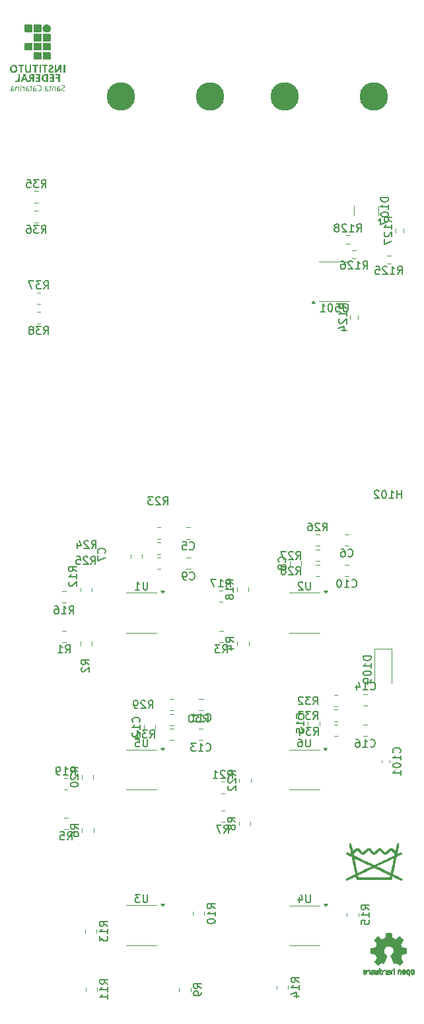
<source format=gbr>
%TF.GenerationSoftware,KiCad,Pcbnew,9.0.2-9.0.2-0~ubuntu24.04.1*%
%TF.CreationDate,2025-05-30T10:58:55-03:00*%
%TF.ProjectId,MSG25,4d534732-352e-46b6-9963-61645f706362,rev?*%
%TF.SameCoordinates,Original*%
%TF.FileFunction,Legend,Bot*%
%TF.FilePolarity,Positive*%
%FSLAX46Y46*%
G04 Gerber Fmt 4.6, Leading zero omitted, Abs format (unit mm)*
G04 Created by KiCad (PCBNEW 9.0.2-9.0.2-0~ubuntu24.04.1) date 2025-05-30 10:58:55*
%MOMM*%
%LPD*%
G01*
G04 APERTURE LIST*
%ADD10C,0.150000*%
%ADD11C,0.120000*%
%ADD12C,0.000000*%
%ADD13C,0.010000*%
%ADD14C,3.650000*%
G04 APERTURE END LIST*
D10*
X118252857Y-49029819D02*
X118586190Y-48553628D01*
X118824285Y-49029819D02*
X118824285Y-48029819D01*
X118824285Y-48029819D02*
X118443333Y-48029819D01*
X118443333Y-48029819D02*
X118348095Y-48077438D01*
X118348095Y-48077438D02*
X118300476Y-48125057D01*
X118300476Y-48125057D02*
X118252857Y-48220295D01*
X118252857Y-48220295D02*
X118252857Y-48363152D01*
X118252857Y-48363152D02*
X118300476Y-48458390D01*
X118300476Y-48458390D02*
X118348095Y-48506009D01*
X118348095Y-48506009D02*
X118443333Y-48553628D01*
X118443333Y-48553628D02*
X118824285Y-48553628D01*
X117919523Y-48029819D02*
X117300476Y-48029819D01*
X117300476Y-48029819D02*
X117633809Y-48410771D01*
X117633809Y-48410771D02*
X117490952Y-48410771D01*
X117490952Y-48410771D02*
X117395714Y-48458390D01*
X117395714Y-48458390D02*
X117348095Y-48506009D01*
X117348095Y-48506009D02*
X117300476Y-48601247D01*
X117300476Y-48601247D02*
X117300476Y-48839342D01*
X117300476Y-48839342D02*
X117348095Y-48934580D01*
X117348095Y-48934580D02*
X117395714Y-48982200D01*
X117395714Y-48982200D02*
X117490952Y-49029819D01*
X117490952Y-49029819D02*
X117776666Y-49029819D01*
X117776666Y-49029819D02*
X117871904Y-48982200D01*
X117871904Y-48982200D02*
X117919523Y-48934580D01*
X116395714Y-48029819D02*
X116871904Y-48029819D01*
X116871904Y-48029819D02*
X116919523Y-48506009D01*
X116919523Y-48506009D02*
X116871904Y-48458390D01*
X116871904Y-48458390D02*
X116776666Y-48410771D01*
X116776666Y-48410771D02*
X116538571Y-48410771D01*
X116538571Y-48410771D02*
X116443333Y-48458390D01*
X116443333Y-48458390D02*
X116395714Y-48506009D01*
X116395714Y-48506009D02*
X116348095Y-48601247D01*
X116348095Y-48601247D02*
X116348095Y-48839342D01*
X116348095Y-48839342D02*
X116395714Y-48934580D01*
X116395714Y-48934580D02*
X116443333Y-48982200D01*
X116443333Y-48982200D02*
X116538571Y-49029819D01*
X116538571Y-49029819D02*
X116776666Y-49029819D01*
X116776666Y-49029819D02*
X116871904Y-48982200D01*
X116871904Y-48982200D02*
X116919523Y-48934580D01*
X158052857Y-100164580D02*
X158100476Y-100212200D01*
X158100476Y-100212200D02*
X158243333Y-100259819D01*
X158243333Y-100259819D02*
X158338571Y-100259819D01*
X158338571Y-100259819D02*
X158481428Y-100212200D01*
X158481428Y-100212200D02*
X158576666Y-100116961D01*
X158576666Y-100116961D02*
X158624285Y-100021723D01*
X158624285Y-100021723D02*
X158671904Y-99831247D01*
X158671904Y-99831247D02*
X158671904Y-99688390D01*
X158671904Y-99688390D02*
X158624285Y-99497914D01*
X158624285Y-99497914D02*
X158576666Y-99402676D01*
X158576666Y-99402676D02*
X158481428Y-99307438D01*
X158481428Y-99307438D02*
X158338571Y-99259819D01*
X158338571Y-99259819D02*
X158243333Y-99259819D01*
X158243333Y-99259819D02*
X158100476Y-99307438D01*
X158100476Y-99307438D02*
X158052857Y-99355057D01*
X157100476Y-100259819D02*
X157671904Y-100259819D01*
X157386190Y-100259819D02*
X157386190Y-99259819D01*
X157386190Y-99259819D02*
X157481428Y-99402676D01*
X157481428Y-99402676D02*
X157576666Y-99497914D01*
X157576666Y-99497914D02*
X157671904Y-99545533D01*
X156481428Y-99259819D02*
X156386190Y-99259819D01*
X156386190Y-99259819D02*
X156290952Y-99307438D01*
X156290952Y-99307438D02*
X156243333Y-99355057D01*
X156243333Y-99355057D02*
X156195714Y-99450295D01*
X156195714Y-99450295D02*
X156148095Y-99640771D01*
X156148095Y-99640771D02*
X156148095Y-99878866D01*
X156148095Y-99878866D02*
X156195714Y-100069342D01*
X156195714Y-100069342D02*
X156243333Y-100164580D01*
X156243333Y-100164580D02*
X156290952Y-100212200D01*
X156290952Y-100212200D02*
X156386190Y-100259819D01*
X156386190Y-100259819D02*
X156481428Y-100259819D01*
X156481428Y-100259819D02*
X156576666Y-100212200D01*
X156576666Y-100212200D02*
X156624285Y-100164580D01*
X156624285Y-100164580D02*
X156671904Y-100069342D01*
X156671904Y-100069342D02*
X156719523Y-99878866D01*
X156719523Y-99878866D02*
X156719523Y-99640771D01*
X156719523Y-99640771D02*
X156671904Y-99450295D01*
X156671904Y-99450295D02*
X156624285Y-99355057D01*
X156624285Y-99355057D02*
X156576666Y-99307438D01*
X156576666Y-99307438D02*
X156481428Y-99259819D01*
X126369580Y-95908333D02*
X126417200Y-95860714D01*
X126417200Y-95860714D02*
X126464819Y-95717857D01*
X126464819Y-95717857D02*
X126464819Y-95622619D01*
X126464819Y-95622619D02*
X126417200Y-95479762D01*
X126417200Y-95479762D02*
X126321961Y-95384524D01*
X126321961Y-95384524D02*
X126226723Y-95336905D01*
X126226723Y-95336905D02*
X126036247Y-95289286D01*
X126036247Y-95289286D02*
X125893390Y-95289286D01*
X125893390Y-95289286D02*
X125702914Y-95336905D01*
X125702914Y-95336905D02*
X125607676Y-95384524D01*
X125607676Y-95384524D02*
X125512438Y-95479762D01*
X125512438Y-95479762D02*
X125464819Y-95622619D01*
X125464819Y-95622619D02*
X125464819Y-95717857D01*
X125464819Y-95717857D02*
X125512438Y-95860714D01*
X125512438Y-95860714D02*
X125560057Y-95908333D01*
X125464819Y-96241667D02*
X125464819Y-96908333D01*
X125464819Y-96908333D02*
X126464819Y-96479762D01*
X154302857Y-93029819D02*
X154636190Y-92553628D01*
X154874285Y-93029819D02*
X154874285Y-92029819D01*
X154874285Y-92029819D02*
X154493333Y-92029819D01*
X154493333Y-92029819D02*
X154398095Y-92077438D01*
X154398095Y-92077438D02*
X154350476Y-92125057D01*
X154350476Y-92125057D02*
X154302857Y-92220295D01*
X154302857Y-92220295D02*
X154302857Y-92363152D01*
X154302857Y-92363152D02*
X154350476Y-92458390D01*
X154350476Y-92458390D02*
X154398095Y-92506009D01*
X154398095Y-92506009D02*
X154493333Y-92553628D01*
X154493333Y-92553628D02*
X154874285Y-92553628D01*
X153921904Y-92125057D02*
X153874285Y-92077438D01*
X153874285Y-92077438D02*
X153779047Y-92029819D01*
X153779047Y-92029819D02*
X153540952Y-92029819D01*
X153540952Y-92029819D02*
X153445714Y-92077438D01*
X153445714Y-92077438D02*
X153398095Y-92125057D01*
X153398095Y-92125057D02*
X153350476Y-92220295D01*
X153350476Y-92220295D02*
X153350476Y-92315533D01*
X153350476Y-92315533D02*
X153398095Y-92458390D01*
X153398095Y-92458390D02*
X153969523Y-93029819D01*
X153969523Y-93029819D02*
X153350476Y-93029819D01*
X152493333Y-92029819D02*
X152683809Y-92029819D01*
X152683809Y-92029819D02*
X152779047Y-92077438D01*
X152779047Y-92077438D02*
X152826666Y-92125057D01*
X152826666Y-92125057D02*
X152921904Y-92267914D01*
X152921904Y-92267914D02*
X152969523Y-92458390D01*
X152969523Y-92458390D02*
X152969523Y-92839342D01*
X152969523Y-92839342D02*
X152921904Y-92934580D01*
X152921904Y-92934580D02*
X152874285Y-92982200D01*
X152874285Y-92982200D02*
X152779047Y-93029819D01*
X152779047Y-93029819D02*
X152588571Y-93029819D01*
X152588571Y-93029819D02*
X152493333Y-92982200D01*
X152493333Y-92982200D02*
X152445714Y-92934580D01*
X152445714Y-92934580D02*
X152398095Y-92839342D01*
X152398095Y-92839342D02*
X152398095Y-92601247D01*
X152398095Y-92601247D02*
X152445714Y-92506009D01*
X152445714Y-92506009D02*
X152493333Y-92458390D01*
X152493333Y-92458390D02*
X152588571Y-92410771D01*
X152588571Y-92410771D02*
X152779047Y-92410771D01*
X152779047Y-92410771D02*
X152874285Y-92458390D01*
X152874285Y-92458390D02*
X152921904Y-92506009D01*
X152921904Y-92506009D02*
X152969523Y-92601247D01*
X152696904Y-119704819D02*
X152696904Y-120514342D01*
X152696904Y-120514342D02*
X152649285Y-120609580D01*
X152649285Y-120609580D02*
X152601666Y-120657200D01*
X152601666Y-120657200D02*
X152506428Y-120704819D01*
X152506428Y-120704819D02*
X152315952Y-120704819D01*
X152315952Y-120704819D02*
X152220714Y-120657200D01*
X152220714Y-120657200D02*
X152173095Y-120609580D01*
X152173095Y-120609580D02*
X152125476Y-120514342D01*
X152125476Y-120514342D02*
X152125476Y-119704819D01*
X151220714Y-119704819D02*
X151411190Y-119704819D01*
X151411190Y-119704819D02*
X151506428Y-119752438D01*
X151506428Y-119752438D02*
X151554047Y-119800057D01*
X151554047Y-119800057D02*
X151649285Y-119942914D01*
X151649285Y-119942914D02*
X151696904Y-120133390D01*
X151696904Y-120133390D02*
X151696904Y-120514342D01*
X151696904Y-120514342D02*
X151649285Y-120609580D01*
X151649285Y-120609580D02*
X151601666Y-120657200D01*
X151601666Y-120657200D02*
X151506428Y-120704819D01*
X151506428Y-120704819D02*
X151315952Y-120704819D01*
X151315952Y-120704819D02*
X151220714Y-120657200D01*
X151220714Y-120657200D02*
X151173095Y-120609580D01*
X151173095Y-120609580D02*
X151125476Y-120514342D01*
X151125476Y-120514342D02*
X151125476Y-120276247D01*
X151125476Y-120276247D02*
X151173095Y-120181009D01*
X151173095Y-120181009D02*
X151220714Y-120133390D01*
X151220714Y-120133390D02*
X151315952Y-120085771D01*
X151315952Y-120085771D02*
X151506428Y-120085771D01*
X151506428Y-120085771D02*
X151601666Y-120133390D01*
X151601666Y-120133390D02*
X151649285Y-120181009D01*
X151649285Y-120181009D02*
X151696904Y-120276247D01*
X164414285Y-88859819D02*
X164414285Y-87859819D01*
X164414285Y-88336009D02*
X163842857Y-88336009D01*
X163842857Y-88859819D02*
X163842857Y-87859819D01*
X162842857Y-88859819D02*
X163414285Y-88859819D01*
X163128571Y-88859819D02*
X163128571Y-87859819D01*
X163128571Y-87859819D02*
X163223809Y-88002676D01*
X163223809Y-88002676D02*
X163319047Y-88097914D01*
X163319047Y-88097914D02*
X163414285Y-88145533D01*
X162223809Y-87859819D02*
X162128571Y-87859819D01*
X162128571Y-87859819D02*
X162033333Y-87907438D01*
X162033333Y-87907438D02*
X161985714Y-87955057D01*
X161985714Y-87955057D02*
X161938095Y-88050295D01*
X161938095Y-88050295D02*
X161890476Y-88240771D01*
X161890476Y-88240771D02*
X161890476Y-88478866D01*
X161890476Y-88478866D02*
X161938095Y-88669342D01*
X161938095Y-88669342D02*
X161985714Y-88764580D01*
X161985714Y-88764580D02*
X162033333Y-88812200D01*
X162033333Y-88812200D02*
X162128571Y-88859819D01*
X162128571Y-88859819D02*
X162223809Y-88859819D01*
X162223809Y-88859819D02*
X162319047Y-88812200D01*
X162319047Y-88812200D02*
X162366666Y-88764580D01*
X162366666Y-88764580D02*
X162414285Y-88669342D01*
X162414285Y-88669342D02*
X162461904Y-88478866D01*
X162461904Y-88478866D02*
X162461904Y-88240771D01*
X162461904Y-88240771D02*
X162414285Y-88050295D01*
X162414285Y-88050295D02*
X162366666Y-87955057D01*
X162366666Y-87955057D02*
X162319047Y-87907438D01*
X162319047Y-87907438D02*
X162223809Y-87859819D01*
X161509523Y-87955057D02*
X161461904Y-87907438D01*
X161461904Y-87907438D02*
X161366666Y-87859819D01*
X161366666Y-87859819D02*
X161128571Y-87859819D01*
X161128571Y-87859819D02*
X161033333Y-87907438D01*
X161033333Y-87907438D02*
X160985714Y-87955057D01*
X160985714Y-87955057D02*
X160938095Y-88050295D01*
X160938095Y-88050295D02*
X160938095Y-88145533D01*
X160938095Y-88145533D02*
X160985714Y-88288390D01*
X160985714Y-88288390D02*
X161557142Y-88859819D01*
X161557142Y-88859819D02*
X160938095Y-88859819D01*
X160514819Y-109084524D02*
X159514819Y-109084524D01*
X159514819Y-109084524D02*
X159514819Y-109322619D01*
X159514819Y-109322619D02*
X159562438Y-109465476D01*
X159562438Y-109465476D02*
X159657676Y-109560714D01*
X159657676Y-109560714D02*
X159752914Y-109608333D01*
X159752914Y-109608333D02*
X159943390Y-109655952D01*
X159943390Y-109655952D02*
X160086247Y-109655952D01*
X160086247Y-109655952D02*
X160276723Y-109608333D01*
X160276723Y-109608333D02*
X160371961Y-109560714D01*
X160371961Y-109560714D02*
X160467200Y-109465476D01*
X160467200Y-109465476D02*
X160514819Y-109322619D01*
X160514819Y-109322619D02*
X160514819Y-109084524D01*
X160514819Y-110608333D02*
X160514819Y-110036905D01*
X160514819Y-110322619D02*
X159514819Y-110322619D01*
X159514819Y-110322619D02*
X159657676Y-110227381D01*
X159657676Y-110227381D02*
X159752914Y-110132143D01*
X159752914Y-110132143D02*
X159800533Y-110036905D01*
X159514819Y-111227381D02*
X159514819Y-111322619D01*
X159514819Y-111322619D02*
X159562438Y-111417857D01*
X159562438Y-111417857D02*
X159610057Y-111465476D01*
X159610057Y-111465476D02*
X159705295Y-111513095D01*
X159705295Y-111513095D02*
X159895771Y-111560714D01*
X159895771Y-111560714D02*
X160133866Y-111560714D01*
X160133866Y-111560714D02*
X160324342Y-111513095D01*
X160324342Y-111513095D02*
X160419580Y-111465476D01*
X160419580Y-111465476D02*
X160467200Y-111417857D01*
X160467200Y-111417857D02*
X160514819Y-111322619D01*
X160514819Y-111322619D02*
X160514819Y-111227381D01*
X160514819Y-111227381D02*
X160467200Y-111132143D01*
X160467200Y-111132143D02*
X160419580Y-111084524D01*
X160419580Y-111084524D02*
X160324342Y-111036905D01*
X160324342Y-111036905D02*
X160133866Y-110989286D01*
X160133866Y-110989286D02*
X159895771Y-110989286D01*
X159895771Y-110989286D02*
X159705295Y-111036905D01*
X159705295Y-111036905D02*
X159610057Y-111084524D01*
X159610057Y-111084524D02*
X159562438Y-111132143D01*
X159562438Y-111132143D02*
X159514819Y-111227381D01*
X160514819Y-112036905D02*
X160514819Y-112227381D01*
X160514819Y-112227381D02*
X160467200Y-112322619D01*
X160467200Y-112322619D02*
X160419580Y-112370238D01*
X160419580Y-112370238D02*
X160276723Y-112465476D01*
X160276723Y-112465476D02*
X160086247Y-112513095D01*
X160086247Y-112513095D02*
X159705295Y-112513095D01*
X159705295Y-112513095D02*
X159610057Y-112465476D01*
X159610057Y-112465476D02*
X159562438Y-112417857D01*
X159562438Y-112417857D02*
X159514819Y-112322619D01*
X159514819Y-112322619D02*
X159514819Y-112132143D01*
X159514819Y-112132143D02*
X159562438Y-112036905D01*
X159562438Y-112036905D02*
X159610057Y-111989286D01*
X159610057Y-111989286D02*
X159705295Y-111941667D01*
X159705295Y-111941667D02*
X159943390Y-111941667D01*
X159943390Y-111941667D02*
X160038628Y-111989286D01*
X160038628Y-111989286D02*
X160086247Y-112036905D01*
X160086247Y-112036905D02*
X160133866Y-112132143D01*
X160133866Y-112132143D02*
X160133866Y-112322619D01*
X160133866Y-112322619D02*
X160086247Y-112417857D01*
X160086247Y-112417857D02*
X160038628Y-112465476D01*
X160038628Y-112465476D02*
X159943390Y-112513095D01*
X160452857Y-113334580D02*
X160500476Y-113382200D01*
X160500476Y-113382200D02*
X160643333Y-113429819D01*
X160643333Y-113429819D02*
X160738571Y-113429819D01*
X160738571Y-113429819D02*
X160881428Y-113382200D01*
X160881428Y-113382200D02*
X160976666Y-113286961D01*
X160976666Y-113286961D02*
X161024285Y-113191723D01*
X161024285Y-113191723D02*
X161071904Y-113001247D01*
X161071904Y-113001247D02*
X161071904Y-112858390D01*
X161071904Y-112858390D02*
X161024285Y-112667914D01*
X161024285Y-112667914D02*
X160976666Y-112572676D01*
X160976666Y-112572676D02*
X160881428Y-112477438D01*
X160881428Y-112477438D02*
X160738571Y-112429819D01*
X160738571Y-112429819D02*
X160643333Y-112429819D01*
X160643333Y-112429819D02*
X160500476Y-112477438D01*
X160500476Y-112477438D02*
X160452857Y-112525057D01*
X159500476Y-113429819D02*
X160071904Y-113429819D01*
X159786190Y-113429819D02*
X159786190Y-112429819D01*
X159786190Y-112429819D02*
X159881428Y-112572676D01*
X159881428Y-112572676D02*
X159976666Y-112667914D01*
X159976666Y-112667914D02*
X160071904Y-112715533D01*
X158643333Y-112763152D02*
X158643333Y-113429819D01*
X158881428Y-112382200D02*
X159119523Y-113096485D01*
X159119523Y-113096485D02*
X158500476Y-113096485D01*
X130789580Y-117532142D02*
X130837200Y-117484523D01*
X130837200Y-117484523D02*
X130884819Y-117341666D01*
X130884819Y-117341666D02*
X130884819Y-117246428D01*
X130884819Y-117246428D02*
X130837200Y-117103571D01*
X130837200Y-117103571D02*
X130741961Y-117008333D01*
X130741961Y-117008333D02*
X130646723Y-116960714D01*
X130646723Y-116960714D02*
X130456247Y-116913095D01*
X130456247Y-116913095D02*
X130313390Y-116913095D01*
X130313390Y-116913095D02*
X130122914Y-116960714D01*
X130122914Y-116960714D02*
X130027676Y-117008333D01*
X130027676Y-117008333D02*
X129932438Y-117103571D01*
X129932438Y-117103571D02*
X129884819Y-117246428D01*
X129884819Y-117246428D02*
X129884819Y-117341666D01*
X129884819Y-117341666D02*
X129932438Y-117484523D01*
X129932438Y-117484523D02*
X129980057Y-117532142D01*
X130884819Y-118484523D02*
X130884819Y-117913095D01*
X130884819Y-118198809D02*
X129884819Y-118198809D01*
X129884819Y-118198809D02*
X130027676Y-118103571D01*
X130027676Y-118103571D02*
X130122914Y-118008333D01*
X130122914Y-118008333D02*
X130170533Y-117913095D01*
X129980057Y-118865476D02*
X129932438Y-118913095D01*
X129932438Y-118913095D02*
X129884819Y-119008333D01*
X129884819Y-119008333D02*
X129884819Y-119246428D01*
X129884819Y-119246428D02*
X129932438Y-119341666D01*
X129932438Y-119341666D02*
X129980057Y-119389285D01*
X129980057Y-119389285D02*
X130075295Y-119436904D01*
X130075295Y-119436904D02*
X130170533Y-119436904D01*
X130170533Y-119436904D02*
X130313390Y-119389285D01*
X130313390Y-119389285D02*
X130884819Y-118817857D01*
X130884819Y-118817857D02*
X130884819Y-119436904D01*
X164199580Y-121455952D02*
X164247200Y-121408333D01*
X164247200Y-121408333D02*
X164294819Y-121265476D01*
X164294819Y-121265476D02*
X164294819Y-121170238D01*
X164294819Y-121170238D02*
X164247200Y-121027381D01*
X164247200Y-121027381D02*
X164151961Y-120932143D01*
X164151961Y-120932143D02*
X164056723Y-120884524D01*
X164056723Y-120884524D02*
X163866247Y-120836905D01*
X163866247Y-120836905D02*
X163723390Y-120836905D01*
X163723390Y-120836905D02*
X163532914Y-120884524D01*
X163532914Y-120884524D02*
X163437676Y-120932143D01*
X163437676Y-120932143D02*
X163342438Y-121027381D01*
X163342438Y-121027381D02*
X163294819Y-121170238D01*
X163294819Y-121170238D02*
X163294819Y-121265476D01*
X163294819Y-121265476D02*
X163342438Y-121408333D01*
X163342438Y-121408333D02*
X163390057Y-121455952D01*
X164294819Y-122408333D02*
X164294819Y-121836905D01*
X164294819Y-122122619D02*
X163294819Y-122122619D01*
X163294819Y-122122619D02*
X163437676Y-122027381D01*
X163437676Y-122027381D02*
X163532914Y-121932143D01*
X163532914Y-121932143D02*
X163580533Y-121836905D01*
X163294819Y-123027381D02*
X163294819Y-123122619D01*
X163294819Y-123122619D02*
X163342438Y-123217857D01*
X163342438Y-123217857D02*
X163390057Y-123265476D01*
X163390057Y-123265476D02*
X163485295Y-123313095D01*
X163485295Y-123313095D02*
X163675771Y-123360714D01*
X163675771Y-123360714D02*
X163913866Y-123360714D01*
X163913866Y-123360714D02*
X164104342Y-123313095D01*
X164104342Y-123313095D02*
X164199580Y-123265476D01*
X164199580Y-123265476D02*
X164247200Y-123217857D01*
X164247200Y-123217857D02*
X164294819Y-123122619D01*
X164294819Y-123122619D02*
X164294819Y-123027381D01*
X164294819Y-123027381D02*
X164247200Y-122932143D01*
X164247200Y-122932143D02*
X164199580Y-122884524D01*
X164199580Y-122884524D02*
X164104342Y-122836905D01*
X164104342Y-122836905D02*
X163913866Y-122789286D01*
X163913866Y-122789286D02*
X163675771Y-122789286D01*
X163675771Y-122789286D02*
X163485295Y-122836905D01*
X163485295Y-122836905D02*
X163390057Y-122884524D01*
X163390057Y-122884524D02*
X163342438Y-122932143D01*
X163342438Y-122932143D02*
X163294819Y-123027381D01*
X164294819Y-124313095D02*
X164294819Y-123741667D01*
X164294819Y-124027381D02*
X163294819Y-124027381D01*
X163294819Y-124027381D02*
X163437676Y-123932143D01*
X163437676Y-123932143D02*
X163532914Y-123836905D01*
X163532914Y-123836905D02*
X163580533Y-123741667D01*
X131952857Y-115779819D02*
X132286190Y-115303628D01*
X132524285Y-115779819D02*
X132524285Y-114779819D01*
X132524285Y-114779819D02*
X132143333Y-114779819D01*
X132143333Y-114779819D02*
X132048095Y-114827438D01*
X132048095Y-114827438D02*
X132000476Y-114875057D01*
X132000476Y-114875057D02*
X131952857Y-114970295D01*
X131952857Y-114970295D02*
X131952857Y-115113152D01*
X131952857Y-115113152D02*
X132000476Y-115208390D01*
X132000476Y-115208390D02*
X132048095Y-115256009D01*
X132048095Y-115256009D02*
X132143333Y-115303628D01*
X132143333Y-115303628D02*
X132524285Y-115303628D01*
X131571904Y-114875057D02*
X131524285Y-114827438D01*
X131524285Y-114827438D02*
X131429047Y-114779819D01*
X131429047Y-114779819D02*
X131190952Y-114779819D01*
X131190952Y-114779819D02*
X131095714Y-114827438D01*
X131095714Y-114827438D02*
X131048095Y-114875057D01*
X131048095Y-114875057D02*
X131000476Y-114970295D01*
X131000476Y-114970295D02*
X131000476Y-115065533D01*
X131000476Y-115065533D02*
X131048095Y-115208390D01*
X131048095Y-115208390D02*
X131619523Y-115779819D01*
X131619523Y-115779819D02*
X131000476Y-115779819D01*
X130524285Y-115779819D02*
X130333809Y-115779819D01*
X130333809Y-115779819D02*
X130238571Y-115732200D01*
X130238571Y-115732200D02*
X130190952Y-115684580D01*
X130190952Y-115684580D02*
X130095714Y-115541723D01*
X130095714Y-115541723D02*
X130048095Y-115351247D01*
X130048095Y-115351247D02*
X130048095Y-114970295D01*
X130048095Y-114970295D02*
X130095714Y-114875057D01*
X130095714Y-114875057D02*
X130143333Y-114827438D01*
X130143333Y-114827438D02*
X130238571Y-114779819D01*
X130238571Y-114779819D02*
X130429047Y-114779819D01*
X130429047Y-114779819D02*
X130524285Y-114827438D01*
X130524285Y-114827438D02*
X130571904Y-114875057D01*
X130571904Y-114875057D02*
X130619523Y-114970295D01*
X130619523Y-114970295D02*
X130619523Y-115208390D01*
X130619523Y-115208390D02*
X130571904Y-115303628D01*
X130571904Y-115303628D02*
X130524285Y-115351247D01*
X130524285Y-115351247D02*
X130429047Y-115398866D01*
X130429047Y-115398866D02*
X130238571Y-115398866D01*
X130238571Y-115398866D02*
X130143333Y-115351247D01*
X130143333Y-115351247D02*
X130095714Y-115303628D01*
X130095714Y-115303628D02*
X130048095Y-115208390D01*
X157576666Y-96264580D02*
X157624285Y-96312200D01*
X157624285Y-96312200D02*
X157767142Y-96359819D01*
X157767142Y-96359819D02*
X157862380Y-96359819D01*
X157862380Y-96359819D02*
X158005237Y-96312200D01*
X158005237Y-96312200D02*
X158100475Y-96216961D01*
X158100475Y-96216961D02*
X158148094Y-96121723D01*
X158148094Y-96121723D02*
X158195713Y-95931247D01*
X158195713Y-95931247D02*
X158195713Y-95788390D01*
X158195713Y-95788390D02*
X158148094Y-95597914D01*
X158148094Y-95597914D02*
X158100475Y-95502676D01*
X158100475Y-95502676D02*
X158005237Y-95407438D01*
X158005237Y-95407438D02*
X157862380Y-95359819D01*
X157862380Y-95359819D02*
X157767142Y-95359819D01*
X157767142Y-95359819D02*
X157624285Y-95407438D01*
X157624285Y-95407438D02*
X157576666Y-95455057D01*
X156719523Y-95359819D02*
X156909999Y-95359819D01*
X156909999Y-95359819D02*
X157005237Y-95407438D01*
X157005237Y-95407438D02*
X157052856Y-95455057D01*
X157052856Y-95455057D02*
X157148094Y-95597914D01*
X157148094Y-95597914D02*
X157195713Y-95788390D01*
X157195713Y-95788390D02*
X157195713Y-96169342D01*
X157195713Y-96169342D02*
X157148094Y-96264580D01*
X157148094Y-96264580D02*
X157100475Y-96312200D01*
X157100475Y-96312200D02*
X157005237Y-96359819D01*
X157005237Y-96359819D02*
X156814761Y-96359819D01*
X156814761Y-96359819D02*
X156719523Y-96312200D01*
X156719523Y-96312200D02*
X156671904Y-96264580D01*
X156671904Y-96264580D02*
X156624285Y-96169342D01*
X156624285Y-96169342D02*
X156624285Y-95931247D01*
X156624285Y-95931247D02*
X156671904Y-95836009D01*
X156671904Y-95836009D02*
X156719523Y-95788390D01*
X156719523Y-95788390D02*
X156814761Y-95740771D01*
X156814761Y-95740771D02*
X157005237Y-95740771D01*
X157005237Y-95740771D02*
X157100475Y-95788390D01*
X157100475Y-95788390D02*
X157148094Y-95836009D01*
X157148094Y-95836009D02*
X157195713Y-95931247D01*
X158679047Y-54719819D02*
X159012380Y-54243628D01*
X159250475Y-54719819D02*
X159250475Y-53719819D01*
X159250475Y-53719819D02*
X158869523Y-53719819D01*
X158869523Y-53719819D02*
X158774285Y-53767438D01*
X158774285Y-53767438D02*
X158726666Y-53815057D01*
X158726666Y-53815057D02*
X158679047Y-53910295D01*
X158679047Y-53910295D02*
X158679047Y-54053152D01*
X158679047Y-54053152D02*
X158726666Y-54148390D01*
X158726666Y-54148390D02*
X158774285Y-54196009D01*
X158774285Y-54196009D02*
X158869523Y-54243628D01*
X158869523Y-54243628D02*
X159250475Y-54243628D01*
X157726666Y-54719819D02*
X158298094Y-54719819D01*
X158012380Y-54719819D02*
X158012380Y-53719819D01*
X158012380Y-53719819D02*
X158107618Y-53862676D01*
X158107618Y-53862676D02*
X158202856Y-53957914D01*
X158202856Y-53957914D02*
X158298094Y-54005533D01*
X157345713Y-53815057D02*
X157298094Y-53767438D01*
X157298094Y-53767438D02*
X157202856Y-53719819D01*
X157202856Y-53719819D02*
X156964761Y-53719819D01*
X156964761Y-53719819D02*
X156869523Y-53767438D01*
X156869523Y-53767438D02*
X156821904Y-53815057D01*
X156821904Y-53815057D02*
X156774285Y-53910295D01*
X156774285Y-53910295D02*
X156774285Y-54005533D01*
X156774285Y-54005533D02*
X156821904Y-54148390D01*
X156821904Y-54148390D02*
X157393332Y-54719819D01*
X157393332Y-54719819D02*
X156774285Y-54719819D01*
X156202856Y-54148390D02*
X156298094Y-54100771D01*
X156298094Y-54100771D02*
X156345713Y-54053152D01*
X156345713Y-54053152D02*
X156393332Y-53957914D01*
X156393332Y-53957914D02*
X156393332Y-53910295D01*
X156393332Y-53910295D02*
X156345713Y-53815057D01*
X156345713Y-53815057D02*
X156298094Y-53767438D01*
X156298094Y-53767438D02*
X156202856Y-53719819D01*
X156202856Y-53719819D02*
X156012380Y-53719819D01*
X156012380Y-53719819D02*
X155917142Y-53767438D01*
X155917142Y-53767438D02*
X155869523Y-53815057D01*
X155869523Y-53815057D02*
X155821904Y-53910295D01*
X155821904Y-53910295D02*
X155821904Y-53957914D01*
X155821904Y-53957914D02*
X155869523Y-54053152D01*
X155869523Y-54053152D02*
X155917142Y-54100771D01*
X155917142Y-54100771D02*
X156012380Y-54148390D01*
X156012380Y-54148390D02*
X156202856Y-54148390D01*
X156202856Y-54148390D02*
X156298094Y-54196009D01*
X156298094Y-54196009D02*
X156345713Y-54243628D01*
X156345713Y-54243628D02*
X156393332Y-54338866D01*
X156393332Y-54338866D02*
X156393332Y-54529342D01*
X156393332Y-54529342D02*
X156345713Y-54624580D01*
X156345713Y-54624580D02*
X156298094Y-54672200D01*
X156298094Y-54672200D02*
X156202856Y-54719819D01*
X156202856Y-54719819D02*
X156012380Y-54719819D01*
X156012380Y-54719819D02*
X155917142Y-54672200D01*
X155917142Y-54672200D02*
X155869523Y-54624580D01*
X155869523Y-54624580D02*
X155821904Y-54529342D01*
X155821904Y-54529342D02*
X155821904Y-54338866D01*
X155821904Y-54338866D02*
X155869523Y-54243628D01*
X155869523Y-54243628D02*
X155917142Y-54196009D01*
X155917142Y-54196009D02*
X156012380Y-54148390D01*
X121576666Y-132629819D02*
X121909999Y-132153628D01*
X122148094Y-132629819D02*
X122148094Y-131629819D01*
X122148094Y-131629819D02*
X121767142Y-131629819D01*
X121767142Y-131629819D02*
X121671904Y-131677438D01*
X121671904Y-131677438D02*
X121624285Y-131725057D01*
X121624285Y-131725057D02*
X121576666Y-131820295D01*
X121576666Y-131820295D02*
X121576666Y-131963152D01*
X121576666Y-131963152D02*
X121624285Y-132058390D01*
X121624285Y-132058390D02*
X121671904Y-132106009D01*
X121671904Y-132106009D02*
X121767142Y-132153628D01*
X121767142Y-132153628D02*
X122148094Y-132153628D01*
X120671904Y-131629819D02*
X121148094Y-131629819D01*
X121148094Y-131629819D02*
X121195713Y-132106009D01*
X121195713Y-132106009D02*
X121148094Y-132058390D01*
X121148094Y-132058390D02*
X121052856Y-132010771D01*
X121052856Y-132010771D02*
X120814761Y-132010771D01*
X120814761Y-132010771D02*
X120719523Y-132058390D01*
X120719523Y-132058390D02*
X120671904Y-132106009D01*
X120671904Y-132106009D02*
X120624285Y-132201247D01*
X120624285Y-132201247D02*
X120624285Y-132439342D01*
X120624285Y-132439342D02*
X120671904Y-132534580D01*
X120671904Y-132534580D02*
X120719523Y-132582200D01*
X120719523Y-132582200D02*
X120814761Y-132629819D01*
X120814761Y-132629819D02*
X121052856Y-132629819D01*
X121052856Y-132629819D02*
X121148094Y-132582200D01*
X121148094Y-132582200D02*
X121195713Y-132534580D01*
X118552857Y-67829819D02*
X118886190Y-67353628D01*
X119124285Y-67829819D02*
X119124285Y-66829819D01*
X119124285Y-66829819D02*
X118743333Y-66829819D01*
X118743333Y-66829819D02*
X118648095Y-66877438D01*
X118648095Y-66877438D02*
X118600476Y-66925057D01*
X118600476Y-66925057D02*
X118552857Y-67020295D01*
X118552857Y-67020295D02*
X118552857Y-67163152D01*
X118552857Y-67163152D02*
X118600476Y-67258390D01*
X118600476Y-67258390D02*
X118648095Y-67306009D01*
X118648095Y-67306009D02*
X118743333Y-67353628D01*
X118743333Y-67353628D02*
X119124285Y-67353628D01*
X118219523Y-66829819D02*
X117600476Y-66829819D01*
X117600476Y-66829819D02*
X117933809Y-67210771D01*
X117933809Y-67210771D02*
X117790952Y-67210771D01*
X117790952Y-67210771D02*
X117695714Y-67258390D01*
X117695714Y-67258390D02*
X117648095Y-67306009D01*
X117648095Y-67306009D02*
X117600476Y-67401247D01*
X117600476Y-67401247D02*
X117600476Y-67639342D01*
X117600476Y-67639342D02*
X117648095Y-67734580D01*
X117648095Y-67734580D02*
X117695714Y-67782200D01*
X117695714Y-67782200D02*
X117790952Y-67829819D01*
X117790952Y-67829819D02*
X118076666Y-67829819D01*
X118076666Y-67829819D02*
X118171904Y-67782200D01*
X118171904Y-67782200D02*
X118219523Y-67734580D01*
X117029047Y-67258390D02*
X117124285Y-67210771D01*
X117124285Y-67210771D02*
X117171904Y-67163152D01*
X117171904Y-67163152D02*
X117219523Y-67067914D01*
X117219523Y-67067914D02*
X117219523Y-67020295D01*
X117219523Y-67020295D02*
X117171904Y-66925057D01*
X117171904Y-66925057D02*
X117124285Y-66877438D01*
X117124285Y-66877438D02*
X117029047Y-66829819D01*
X117029047Y-66829819D02*
X116838571Y-66829819D01*
X116838571Y-66829819D02*
X116743333Y-66877438D01*
X116743333Y-66877438D02*
X116695714Y-66925057D01*
X116695714Y-66925057D02*
X116648095Y-67020295D01*
X116648095Y-67020295D02*
X116648095Y-67067914D01*
X116648095Y-67067914D02*
X116695714Y-67163152D01*
X116695714Y-67163152D02*
X116743333Y-67210771D01*
X116743333Y-67210771D02*
X116838571Y-67258390D01*
X116838571Y-67258390D02*
X117029047Y-67258390D01*
X117029047Y-67258390D02*
X117124285Y-67306009D01*
X117124285Y-67306009D02*
X117171904Y-67353628D01*
X117171904Y-67353628D02*
X117219523Y-67448866D01*
X117219523Y-67448866D02*
X117219523Y-67639342D01*
X117219523Y-67639342D02*
X117171904Y-67734580D01*
X117171904Y-67734580D02*
X117124285Y-67782200D01*
X117124285Y-67782200D02*
X117029047Y-67829819D01*
X117029047Y-67829819D02*
X116838571Y-67829819D01*
X116838571Y-67829819D02*
X116743333Y-67782200D01*
X116743333Y-67782200D02*
X116695714Y-67734580D01*
X116695714Y-67734580D02*
X116648095Y-67639342D01*
X116648095Y-67639342D02*
X116648095Y-67448866D01*
X116648095Y-67448866D02*
X116695714Y-67353628D01*
X116695714Y-67353628D02*
X116743333Y-67306009D01*
X116743333Y-67306009D02*
X116838571Y-67258390D01*
X122002857Y-124279819D02*
X122336190Y-123803628D01*
X122574285Y-124279819D02*
X122574285Y-123279819D01*
X122574285Y-123279819D02*
X122193333Y-123279819D01*
X122193333Y-123279819D02*
X122098095Y-123327438D01*
X122098095Y-123327438D02*
X122050476Y-123375057D01*
X122050476Y-123375057D02*
X122002857Y-123470295D01*
X122002857Y-123470295D02*
X122002857Y-123613152D01*
X122002857Y-123613152D02*
X122050476Y-123708390D01*
X122050476Y-123708390D02*
X122098095Y-123756009D01*
X122098095Y-123756009D02*
X122193333Y-123803628D01*
X122193333Y-123803628D02*
X122574285Y-123803628D01*
X121050476Y-124279819D02*
X121621904Y-124279819D01*
X121336190Y-124279819D02*
X121336190Y-123279819D01*
X121336190Y-123279819D02*
X121431428Y-123422676D01*
X121431428Y-123422676D02*
X121526666Y-123517914D01*
X121526666Y-123517914D02*
X121621904Y-123565533D01*
X120574285Y-124279819D02*
X120383809Y-124279819D01*
X120383809Y-124279819D02*
X120288571Y-124232200D01*
X120288571Y-124232200D02*
X120240952Y-124184580D01*
X120240952Y-124184580D02*
X120145714Y-124041723D01*
X120145714Y-124041723D02*
X120098095Y-123851247D01*
X120098095Y-123851247D02*
X120098095Y-123470295D01*
X120098095Y-123470295D02*
X120145714Y-123375057D01*
X120145714Y-123375057D02*
X120193333Y-123327438D01*
X120193333Y-123327438D02*
X120288571Y-123279819D01*
X120288571Y-123279819D02*
X120479047Y-123279819D01*
X120479047Y-123279819D02*
X120574285Y-123327438D01*
X120574285Y-123327438D02*
X120621904Y-123375057D01*
X120621904Y-123375057D02*
X120669523Y-123470295D01*
X120669523Y-123470295D02*
X120669523Y-123708390D01*
X120669523Y-123708390D02*
X120621904Y-123803628D01*
X120621904Y-123803628D02*
X120574285Y-123851247D01*
X120574285Y-123851247D02*
X120479047Y-123898866D01*
X120479047Y-123898866D02*
X120288571Y-123898866D01*
X120288571Y-123898866D02*
X120193333Y-123851247D01*
X120193333Y-123851247D02*
X120145714Y-123803628D01*
X120145714Y-123803628D02*
X120098095Y-123708390D01*
X139352857Y-121164580D02*
X139400476Y-121212200D01*
X139400476Y-121212200D02*
X139543333Y-121259819D01*
X139543333Y-121259819D02*
X139638571Y-121259819D01*
X139638571Y-121259819D02*
X139781428Y-121212200D01*
X139781428Y-121212200D02*
X139876666Y-121116961D01*
X139876666Y-121116961D02*
X139924285Y-121021723D01*
X139924285Y-121021723D02*
X139971904Y-120831247D01*
X139971904Y-120831247D02*
X139971904Y-120688390D01*
X139971904Y-120688390D02*
X139924285Y-120497914D01*
X139924285Y-120497914D02*
X139876666Y-120402676D01*
X139876666Y-120402676D02*
X139781428Y-120307438D01*
X139781428Y-120307438D02*
X139638571Y-120259819D01*
X139638571Y-120259819D02*
X139543333Y-120259819D01*
X139543333Y-120259819D02*
X139400476Y-120307438D01*
X139400476Y-120307438D02*
X139352857Y-120355057D01*
X138400476Y-121259819D02*
X138971904Y-121259819D01*
X138686190Y-121259819D02*
X138686190Y-120259819D01*
X138686190Y-120259819D02*
X138781428Y-120402676D01*
X138781428Y-120402676D02*
X138876666Y-120497914D01*
X138876666Y-120497914D02*
X138971904Y-120545533D01*
X138067142Y-120259819D02*
X137448095Y-120259819D01*
X137448095Y-120259819D02*
X137781428Y-120640771D01*
X137781428Y-120640771D02*
X137638571Y-120640771D01*
X137638571Y-120640771D02*
X137543333Y-120688390D01*
X137543333Y-120688390D02*
X137495714Y-120736009D01*
X137495714Y-120736009D02*
X137448095Y-120831247D01*
X137448095Y-120831247D02*
X137448095Y-121069342D01*
X137448095Y-121069342D02*
X137495714Y-121164580D01*
X137495714Y-121164580D02*
X137543333Y-121212200D01*
X137543333Y-121212200D02*
X137638571Y-121259819D01*
X137638571Y-121259819D02*
X137924285Y-121259819D01*
X137924285Y-121259819D02*
X138019523Y-121212200D01*
X138019523Y-121212200D02*
X138067142Y-121164580D01*
X122964819Y-123932142D02*
X122488628Y-123598809D01*
X122964819Y-123360714D02*
X121964819Y-123360714D01*
X121964819Y-123360714D02*
X121964819Y-123741666D01*
X121964819Y-123741666D02*
X122012438Y-123836904D01*
X122012438Y-123836904D02*
X122060057Y-123884523D01*
X122060057Y-123884523D02*
X122155295Y-123932142D01*
X122155295Y-123932142D02*
X122298152Y-123932142D01*
X122298152Y-123932142D02*
X122393390Y-123884523D01*
X122393390Y-123884523D02*
X122441009Y-123836904D01*
X122441009Y-123836904D02*
X122488628Y-123741666D01*
X122488628Y-123741666D02*
X122488628Y-123360714D01*
X122060057Y-124313095D02*
X122012438Y-124360714D01*
X122012438Y-124360714D02*
X121964819Y-124455952D01*
X121964819Y-124455952D02*
X121964819Y-124694047D01*
X121964819Y-124694047D02*
X122012438Y-124789285D01*
X122012438Y-124789285D02*
X122060057Y-124836904D01*
X122060057Y-124836904D02*
X122155295Y-124884523D01*
X122155295Y-124884523D02*
X122250533Y-124884523D01*
X122250533Y-124884523D02*
X122393390Y-124836904D01*
X122393390Y-124836904D02*
X122964819Y-124265476D01*
X122964819Y-124265476D02*
X122964819Y-124884523D01*
X121964819Y-125503571D02*
X121964819Y-125598809D01*
X121964819Y-125598809D02*
X122012438Y-125694047D01*
X122012438Y-125694047D02*
X122060057Y-125741666D01*
X122060057Y-125741666D02*
X122155295Y-125789285D01*
X122155295Y-125789285D02*
X122345771Y-125836904D01*
X122345771Y-125836904D02*
X122583866Y-125836904D01*
X122583866Y-125836904D02*
X122774342Y-125789285D01*
X122774342Y-125789285D02*
X122869580Y-125741666D01*
X122869580Y-125741666D02*
X122917200Y-125694047D01*
X122917200Y-125694047D02*
X122964819Y-125598809D01*
X122964819Y-125598809D02*
X122964819Y-125503571D01*
X122964819Y-125503571D02*
X122917200Y-125408333D01*
X122917200Y-125408333D02*
X122869580Y-125360714D01*
X122869580Y-125360714D02*
X122774342Y-125313095D01*
X122774342Y-125313095D02*
X122583866Y-125265476D01*
X122583866Y-125265476D02*
X122345771Y-125265476D01*
X122345771Y-125265476D02*
X122155295Y-125313095D01*
X122155295Y-125313095D02*
X122060057Y-125360714D01*
X122060057Y-125360714D02*
X122012438Y-125408333D01*
X122012438Y-125408333D02*
X121964819Y-125503571D01*
X131846904Y-139654819D02*
X131846904Y-140464342D01*
X131846904Y-140464342D02*
X131799285Y-140559580D01*
X131799285Y-140559580D02*
X131751666Y-140607200D01*
X131751666Y-140607200D02*
X131656428Y-140654819D01*
X131656428Y-140654819D02*
X131465952Y-140654819D01*
X131465952Y-140654819D02*
X131370714Y-140607200D01*
X131370714Y-140607200D02*
X131323095Y-140559580D01*
X131323095Y-140559580D02*
X131275476Y-140464342D01*
X131275476Y-140464342D02*
X131275476Y-139654819D01*
X130894523Y-139654819D02*
X130275476Y-139654819D01*
X130275476Y-139654819D02*
X130608809Y-140035771D01*
X130608809Y-140035771D02*
X130465952Y-140035771D01*
X130465952Y-140035771D02*
X130370714Y-140083390D01*
X130370714Y-140083390D02*
X130323095Y-140131009D01*
X130323095Y-140131009D02*
X130275476Y-140226247D01*
X130275476Y-140226247D02*
X130275476Y-140464342D01*
X130275476Y-140464342D02*
X130323095Y-140559580D01*
X130323095Y-140559580D02*
X130370714Y-140607200D01*
X130370714Y-140607200D02*
X130465952Y-140654819D01*
X130465952Y-140654819D02*
X130751666Y-140654819D01*
X130751666Y-140654819D02*
X130846904Y-140607200D01*
X130846904Y-140607200D02*
X130894523Y-140559580D01*
X141902857Y-100229819D02*
X142236190Y-99753628D01*
X142474285Y-100229819D02*
X142474285Y-99229819D01*
X142474285Y-99229819D02*
X142093333Y-99229819D01*
X142093333Y-99229819D02*
X141998095Y-99277438D01*
X141998095Y-99277438D02*
X141950476Y-99325057D01*
X141950476Y-99325057D02*
X141902857Y-99420295D01*
X141902857Y-99420295D02*
X141902857Y-99563152D01*
X141902857Y-99563152D02*
X141950476Y-99658390D01*
X141950476Y-99658390D02*
X141998095Y-99706009D01*
X141998095Y-99706009D02*
X142093333Y-99753628D01*
X142093333Y-99753628D02*
X142474285Y-99753628D01*
X140950476Y-100229819D02*
X141521904Y-100229819D01*
X141236190Y-100229819D02*
X141236190Y-99229819D01*
X141236190Y-99229819D02*
X141331428Y-99372676D01*
X141331428Y-99372676D02*
X141426666Y-99467914D01*
X141426666Y-99467914D02*
X141521904Y-99515533D01*
X140617142Y-99229819D02*
X139950476Y-99229819D01*
X139950476Y-99229819D02*
X140379047Y-100229819D01*
X142914819Y-107308333D02*
X142438628Y-106975000D01*
X142914819Y-106736905D02*
X141914819Y-106736905D01*
X141914819Y-106736905D02*
X141914819Y-107117857D01*
X141914819Y-107117857D02*
X141962438Y-107213095D01*
X141962438Y-107213095D02*
X142010057Y-107260714D01*
X142010057Y-107260714D02*
X142105295Y-107308333D01*
X142105295Y-107308333D02*
X142248152Y-107308333D01*
X142248152Y-107308333D02*
X142343390Y-107260714D01*
X142343390Y-107260714D02*
X142391009Y-107213095D01*
X142391009Y-107213095D02*
X142438628Y-107117857D01*
X142438628Y-107117857D02*
X142438628Y-106736905D01*
X142248152Y-108165476D02*
X142914819Y-108165476D01*
X141867200Y-107927381D02*
X142581485Y-107689286D01*
X142581485Y-107689286D02*
X142581485Y-108308333D01*
X153102857Y-117179819D02*
X153436190Y-116703628D01*
X153674285Y-117179819D02*
X153674285Y-116179819D01*
X153674285Y-116179819D02*
X153293333Y-116179819D01*
X153293333Y-116179819D02*
X153198095Y-116227438D01*
X153198095Y-116227438D02*
X153150476Y-116275057D01*
X153150476Y-116275057D02*
X153102857Y-116370295D01*
X153102857Y-116370295D02*
X153102857Y-116513152D01*
X153102857Y-116513152D02*
X153150476Y-116608390D01*
X153150476Y-116608390D02*
X153198095Y-116656009D01*
X153198095Y-116656009D02*
X153293333Y-116703628D01*
X153293333Y-116703628D02*
X153674285Y-116703628D01*
X152769523Y-116179819D02*
X152150476Y-116179819D01*
X152150476Y-116179819D02*
X152483809Y-116560771D01*
X152483809Y-116560771D02*
X152340952Y-116560771D01*
X152340952Y-116560771D02*
X152245714Y-116608390D01*
X152245714Y-116608390D02*
X152198095Y-116656009D01*
X152198095Y-116656009D02*
X152150476Y-116751247D01*
X152150476Y-116751247D02*
X152150476Y-116989342D01*
X152150476Y-116989342D02*
X152198095Y-117084580D01*
X152198095Y-117084580D02*
X152245714Y-117132200D01*
X152245714Y-117132200D02*
X152340952Y-117179819D01*
X152340952Y-117179819D02*
X152626666Y-117179819D01*
X152626666Y-117179819D02*
X152721904Y-117132200D01*
X152721904Y-117132200D02*
X152769523Y-117084580D01*
X151817142Y-116179819D02*
X151198095Y-116179819D01*
X151198095Y-116179819D02*
X151531428Y-116560771D01*
X151531428Y-116560771D02*
X151388571Y-116560771D01*
X151388571Y-116560771D02*
X151293333Y-116608390D01*
X151293333Y-116608390D02*
X151245714Y-116656009D01*
X151245714Y-116656009D02*
X151198095Y-116751247D01*
X151198095Y-116751247D02*
X151198095Y-116989342D01*
X151198095Y-116989342D02*
X151245714Y-117084580D01*
X151245714Y-117084580D02*
X151293333Y-117132200D01*
X151293333Y-117132200D02*
X151388571Y-117179819D01*
X151388571Y-117179819D02*
X151674285Y-117179819D01*
X151674285Y-117179819D02*
X151769523Y-117132200D01*
X151769523Y-117132200D02*
X151817142Y-117084580D01*
X142152857Y-124729819D02*
X142486190Y-124253628D01*
X142724285Y-124729819D02*
X142724285Y-123729819D01*
X142724285Y-123729819D02*
X142343333Y-123729819D01*
X142343333Y-123729819D02*
X142248095Y-123777438D01*
X142248095Y-123777438D02*
X142200476Y-123825057D01*
X142200476Y-123825057D02*
X142152857Y-123920295D01*
X142152857Y-123920295D02*
X142152857Y-124063152D01*
X142152857Y-124063152D02*
X142200476Y-124158390D01*
X142200476Y-124158390D02*
X142248095Y-124206009D01*
X142248095Y-124206009D02*
X142343333Y-124253628D01*
X142343333Y-124253628D02*
X142724285Y-124253628D01*
X141771904Y-123825057D02*
X141724285Y-123777438D01*
X141724285Y-123777438D02*
X141629047Y-123729819D01*
X141629047Y-123729819D02*
X141390952Y-123729819D01*
X141390952Y-123729819D02*
X141295714Y-123777438D01*
X141295714Y-123777438D02*
X141248095Y-123825057D01*
X141248095Y-123825057D02*
X141200476Y-123920295D01*
X141200476Y-123920295D02*
X141200476Y-124015533D01*
X141200476Y-124015533D02*
X141248095Y-124158390D01*
X141248095Y-124158390D02*
X141819523Y-124729819D01*
X141819523Y-124729819D02*
X141200476Y-124729819D01*
X140248095Y-124729819D02*
X140819523Y-124729819D01*
X140533809Y-124729819D02*
X140533809Y-123729819D01*
X140533809Y-123729819D02*
X140629047Y-123872676D01*
X140629047Y-123872676D02*
X140724285Y-123967914D01*
X140724285Y-123967914D02*
X140819523Y-124015533D01*
X137276666Y-99214580D02*
X137324285Y-99262200D01*
X137324285Y-99262200D02*
X137467142Y-99309819D01*
X137467142Y-99309819D02*
X137562380Y-99309819D01*
X137562380Y-99309819D02*
X137705237Y-99262200D01*
X137705237Y-99262200D02*
X137800475Y-99166961D01*
X137800475Y-99166961D02*
X137848094Y-99071723D01*
X137848094Y-99071723D02*
X137895713Y-98881247D01*
X137895713Y-98881247D02*
X137895713Y-98738390D01*
X137895713Y-98738390D02*
X137848094Y-98547914D01*
X137848094Y-98547914D02*
X137800475Y-98452676D01*
X137800475Y-98452676D02*
X137705237Y-98357438D01*
X137705237Y-98357438D02*
X137562380Y-98309819D01*
X137562380Y-98309819D02*
X137467142Y-98309819D01*
X137467142Y-98309819D02*
X137324285Y-98357438D01*
X137324285Y-98357438D02*
X137276666Y-98405057D01*
X136800475Y-99309819D02*
X136609999Y-99309819D01*
X136609999Y-99309819D02*
X136514761Y-99262200D01*
X136514761Y-99262200D02*
X136467142Y-99214580D01*
X136467142Y-99214580D02*
X136371904Y-99071723D01*
X136371904Y-99071723D02*
X136324285Y-98881247D01*
X136324285Y-98881247D02*
X136324285Y-98500295D01*
X136324285Y-98500295D02*
X136371904Y-98405057D01*
X136371904Y-98405057D02*
X136419523Y-98357438D01*
X136419523Y-98357438D02*
X136514761Y-98309819D01*
X136514761Y-98309819D02*
X136705237Y-98309819D01*
X136705237Y-98309819D02*
X136800475Y-98357438D01*
X136800475Y-98357438D02*
X136848094Y-98405057D01*
X136848094Y-98405057D02*
X136895713Y-98500295D01*
X136895713Y-98500295D02*
X136895713Y-98738390D01*
X136895713Y-98738390D02*
X136848094Y-98833628D01*
X136848094Y-98833628D02*
X136800475Y-98881247D01*
X136800475Y-98881247D02*
X136705237Y-98928866D01*
X136705237Y-98928866D02*
X136514761Y-98928866D01*
X136514761Y-98928866D02*
X136419523Y-98881247D01*
X136419523Y-98881247D02*
X136371904Y-98833628D01*
X136371904Y-98833628D02*
X136324285Y-98738390D01*
X143114819Y-130358333D02*
X142638628Y-130025000D01*
X143114819Y-129786905D02*
X142114819Y-129786905D01*
X142114819Y-129786905D02*
X142114819Y-130167857D01*
X142114819Y-130167857D02*
X142162438Y-130263095D01*
X142162438Y-130263095D02*
X142210057Y-130310714D01*
X142210057Y-130310714D02*
X142305295Y-130358333D01*
X142305295Y-130358333D02*
X142448152Y-130358333D01*
X142448152Y-130358333D02*
X142543390Y-130310714D01*
X142543390Y-130310714D02*
X142591009Y-130263095D01*
X142591009Y-130263095D02*
X142638628Y-130167857D01*
X142638628Y-130167857D02*
X142638628Y-129786905D01*
X142543390Y-130929762D02*
X142495771Y-130834524D01*
X142495771Y-130834524D02*
X142448152Y-130786905D01*
X142448152Y-130786905D02*
X142352914Y-130739286D01*
X142352914Y-130739286D02*
X142305295Y-130739286D01*
X142305295Y-130739286D02*
X142210057Y-130786905D01*
X142210057Y-130786905D02*
X142162438Y-130834524D01*
X142162438Y-130834524D02*
X142114819Y-130929762D01*
X142114819Y-130929762D02*
X142114819Y-131120238D01*
X142114819Y-131120238D02*
X142162438Y-131215476D01*
X142162438Y-131215476D02*
X142210057Y-131263095D01*
X142210057Y-131263095D02*
X142305295Y-131310714D01*
X142305295Y-131310714D02*
X142352914Y-131310714D01*
X142352914Y-131310714D02*
X142448152Y-131263095D01*
X142448152Y-131263095D02*
X142495771Y-131215476D01*
X142495771Y-131215476D02*
X142543390Y-131120238D01*
X142543390Y-131120238D02*
X142543390Y-130929762D01*
X142543390Y-130929762D02*
X142591009Y-130834524D01*
X142591009Y-130834524D02*
X142638628Y-130786905D01*
X142638628Y-130786905D02*
X142733866Y-130739286D01*
X142733866Y-130739286D02*
X142924342Y-130739286D01*
X142924342Y-130739286D02*
X143019580Y-130786905D01*
X143019580Y-130786905D02*
X143067200Y-130834524D01*
X143067200Y-130834524D02*
X143114819Y-130929762D01*
X143114819Y-130929762D02*
X143114819Y-131120238D01*
X143114819Y-131120238D02*
X143067200Y-131215476D01*
X143067200Y-131215476D02*
X143019580Y-131263095D01*
X143019580Y-131263095D02*
X142924342Y-131310714D01*
X142924342Y-131310714D02*
X142733866Y-131310714D01*
X142733866Y-131310714D02*
X142638628Y-131263095D01*
X142638628Y-131263095D02*
X142591009Y-131215476D01*
X142591009Y-131215476D02*
X142543390Y-131120238D01*
X160264819Y-141582142D02*
X159788628Y-141248809D01*
X160264819Y-141010714D02*
X159264819Y-141010714D01*
X159264819Y-141010714D02*
X159264819Y-141391666D01*
X159264819Y-141391666D02*
X159312438Y-141486904D01*
X159312438Y-141486904D02*
X159360057Y-141534523D01*
X159360057Y-141534523D02*
X159455295Y-141582142D01*
X159455295Y-141582142D02*
X159598152Y-141582142D01*
X159598152Y-141582142D02*
X159693390Y-141534523D01*
X159693390Y-141534523D02*
X159741009Y-141486904D01*
X159741009Y-141486904D02*
X159788628Y-141391666D01*
X159788628Y-141391666D02*
X159788628Y-141010714D01*
X160264819Y-142534523D02*
X160264819Y-141963095D01*
X160264819Y-142248809D02*
X159264819Y-142248809D01*
X159264819Y-142248809D02*
X159407676Y-142153571D01*
X159407676Y-142153571D02*
X159502914Y-142058333D01*
X159502914Y-142058333D02*
X159550533Y-141963095D01*
X159264819Y-143439285D02*
X159264819Y-142963095D01*
X159264819Y-142963095D02*
X159741009Y-142915476D01*
X159741009Y-142915476D02*
X159693390Y-142963095D01*
X159693390Y-142963095D02*
X159645771Y-143058333D01*
X159645771Y-143058333D02*
X159645771Y-143296428D01*
X159645771Y-143296428D02*
X159693390Y-143391666D01*
X159693390Y-143391666D02*
X159741009Y-143439285D01*
X159741009Y-143439285D02*
X159836247Y-143486904D01*
X159836247Y-143486904D02*
X160074342Y-143486904D01*
X160074342Y-143486904D02*
X160169580Y-143439285D01*
X160169580Y-143439285D02*
X160217200Y-143391666D01*
X160217200Y-143391666D02*
X160264819Y-143296428D01*
X160264819Y-143296428D02*
X160264819Y-143058333D01*
X160264819Y-143058333D02*
X160217200Y-142963095D01*
X160217200Y-142963095D02*
X160169580Y-142915476D01*
X141476666Y-108679819D02*
X141809999Y-108203628D01*
X142048094Y-108679819D02*
X142048094Y-107679819D01*
X142048094Y-107679819D02*
X141667142Y-107679819D01*
X141667142Y-107679819D02*
X141571904Y-107727438D01*
X141571904Y-107727438D02*
X141524285Y-107775057D01*
X141524285Y-107775057D02*
X141476666Y-107870295D01*
X141476666Y-107870295D02*
X141476666Y-108013152D01*
X141476666Y-108013152D02*
X141524285Y-108108390D01*
X141524285Y-108108390D02*
X141571904Y-108156009D01*
X141571904Y-108156009D02*
X141667142Y-108203628D01*
X141667142Y-108203628D02*
X142048094Y-108203628D01*
X141143332Y-107679819D02*
X140524285Y-107679819D01*
X140524285Y-107679819D02*
X140857618Y-108060771D01*
X140857618Y-108060771D02*
X140714761Y-108060771D01*
X140714761Y-108060771D02*
X140619523Y-108108390D01*
X140619523Y-108108390D02*
X140571904Y-108156009D01*
X140571904Y-108156009D02*
X140524285Y-108251247D01*
X140524285Y-108251247D02*
X140524285Y-108489342D01*
X140524285Y-108489342D02*
X140571904Y-108584580D01*
X140571904Y-108584580D02*
X140619523Y-108632200D01*
X140619523Y-108632200D02*
X140714761Y-108679819D01*
X140714761Y-108679819D02*
X141000475Y-108679819D01*
X141000475Y-108679819D02*
X141095713Y-108632200D01*
X141095713Y-108632200D02*
X141143332Y-108584580D01*
X140514819Y-141432142D02*
X140038628Y-141098809D01*
X140514819Y-140860714D02*
X139514819Y-140860714D01*
X139514819Y-140860714D02*
X139514819Y-141241666D01*
X139514819Y-141241666D02*
X139562438Y-141336904D01*
X139562438Y-141336904D02*
X139610057Y-141384523D01*
X139610057Y-141384523D02*
X139705295Y-141432142D01*
X139705295Y-141432142D02*
X139848152Y-141432142D01*
X139848152Y-141432142D02*
X139943390Y-141384523D01*
X139943390Y-141384523D02*
X139991009Y-141336904D01*
X139991009Y-141336904D02*
X140038628Y-141241666D01*
X140038628Y-141241666D02*
X140038628Y-140860714D01*
X140514819Y-142384523D02*
X140514819Y-141813095D01*
X140514819Y-142098809D02*
X139514819Y-142098809D01*
X139514819Y-142098809D02*
X139657676Y-142003571D01*
X139657676Y-142003571D02*
X139752914Y-141908333D01*
X139752914Y-141908333D02*
X139800533Y-141813095D01*
X139514819Y-143003571D02*
X139514819Y-143098809D01*
X139514819Y-143098809D02*
X139562438Y-143194047D01*
X139562438Y-143194047D02*
X139610057Y-143241666D01*
X139610057Y-143241666D02*
X139705295Y-143289285D01*
X139705295Y-143289285D02*
X139895771Y-143336904D01*
X139895771Y-143336904D02*
X140133866Y-143336904D01*
X140133866Y-143336904D02*
X140324342Y-143289285D01*
X140324342Y-143289285D02*
X140419580Y-143241666D01*
X140419580Y-143241666D02*
X140467200Y-143194047D01*
X140467200Y-143194047D02*
X140514819Y-143098809D01*
X140514819Y-143098809D02*
X140514819Y-143003571D01*
X140514819Y-143003571D02*
X140467200Y-142908333D01*
X140467200Y-142908333D02*
X140419580Y-142860714D01*
X140419580Y-142860714D02*
X140324342Y-142813095D01*
X140324342Y-142813095D02*
X140133866Y-142765476D01*
X140133866Y-142765476D02*
X139895771Y-142765476D01*
X139895771Y-142765476D02*
X139705295Y-142813095D01*
X139705295Y-142813095D02*
X139610057Y-142860714D01*
X139610057Y-142860714D02*
X139562438Y-142908333D01*
X139562438Y-142908333D02*
X139514819Y-143003571D01*
X139052857Y-117579819D02*
X139386190Y-117103628D01*
X139624285Y-117579819D02*
X139624285Y-116579819D01*
X139624285Y-116579819D02*
X139243333Y-116579819D01*
X139243333Y-116579819D02*
X139148095Y-116627438D01*
X139148095Y-116627438D02*
X139100476Y-116675057D01*
X139100476Y-116675057D02*
X139052857Y-116770295D01*
X139052857Y-116770295D02*
X139052857Y-116913152D01*
X139052857Y-116913152D02*
X139100476Y-117008390D01*
X139100476Y-117008390D02*
X139148095Y-117056009D01*
X139148095Y-117056009D02*
X139243333Y-117103628D01*
X139243333Y-117103628D02*
X139624285Y-117103628D01*
X138719523Y-116579819D02*
X138100476Y-116579819D01*
X138100476Y-116579819D02*
X138433809Y-116960771D01*
X138433809Y-116960771D02*
X138290952Y-116960771D01*
X138290952Y-116960771D02*
X138195714Y-117008390D01*
X138195714Y-117008390D02*
X138148095Y-117056009D01*
X138148095Y-117056009D02*
X138100476Y-117151247D01*
X138100476Y-117151247D02*
X138100476Y-117389342D01*
X138100476Y-117389342D02*
X138148095Y-117484580D01*
X138148095Y-117484580D02*
X138195714Y-117532200D01*
X138195714Y-117532200D02*
X138290952Y-117579819D01*
X138290952Y-117579819D02*
X138576666Y-117579819D01*
X138576666Y-117579819D02*
X138671904Y-117532200D01*
X138671904Y-117532200D02*
X138719523Y-117484580D01*
X137481428Y-116579819D02*
X137386190Y-116579819D01*
X137386190Y-116579819D02*
X137290952Y-116627438D01*
X137290952Y-116627438D02*
X137243333Y-116675057D01*
X137243333Y-116675057D02*
X137195714Y-116770295D01*
X137195714Y-116770295D02*
X137148095Y-116960771D01*
X137148095Y-116960771D02*
X137148095Y-117198866D01*
X137148095Y-117198866D02*
X137195714Y-117389342D01*
X137195714Y-117389342D02*
X137243333Y-117484580D01*
X137243333Y-117484580D02*
X137290952Y-117532200D01*
X137290952Y-117532200D02*
X137386190Y-117579819D01*
X137386190Y-117579819D02*
X137481428Y-117579819D01*
X137481428Y-117579819D02*
X137576666Y-117532200D01*
X137576666Y-117532200D02*
X137624285Y-117484580D01*
X137624285Y-117484580D02*
X137671904Y-117389342D01*
X137671904Y-117389342D02*
X137719523Y-117198866D01*
X137719523Y-117198866D02*
X137719523Y-116960771D01*
X137719523Y-116960771D02*
X137671904Y-116770295D01*
X137671904Y-116770295D02*
X137624285Y-116675057D01*
X137624285Y-116675057D02*
X137576666Y-116627438D01*
X137576666Y-116627438D02*
X137481428Y-116579819D01*
X133852857Y-89679819D02*
X134186190Y-89203628D01*
X134424285Y-89679819D02*
X134424285Y-88679819D01*
X134424285Y-88679819D02*
X134043333Y-88679819D01*
X134043333Y-88679819D02*
X133948095Y-88727438D01*
X133948095Y-88727438D02*
X133900476Y-88775057D01*
X133900476Y-88775057D02*
X133852857Y-88870295D01*
X133852857Y-88870295D02*
X133852857Y-89013152D01*
X133852857Y-89013152D02*
X133900476Y-89108390D01*
X133900476Y-89108390D02*
X133948095Y-89156009D01*
X133948095Y-89156009D02*
X134043333Y-89203628D01*
X134043333Y-89203628D02*
X134424285Y-89203628D01*
X133471904Y-88775057D02*
X133424285Y-88727438D01*
X133424285Y-88727438D02*
X133329047Y-88679819D01*
X133329047Y-88679819D02*
X133090952Y-88679819D01*
X133090952Y-88679819D02*
X132995714Y-88727438D01*
X132995714Y-88727438D02*
X132948095Y-88775057D01*
X132948095Y-88775057D02*
X132900476Y-88870295D01*
X132900476Y-88870295D02*
X132900476Y-88965533D01*
X132900476Y-88965533D02*
X132948095Y-89108390D01*
X132948095Y-89108390D02*
X133519523Y-89679819D01*
X133519523Y-89679819D02*
X132900476Y-89679819D01*
X132567142Y-88679819D02*
X131948095Y-88679819D01*
X131948095Y-88679819D02*
X132281428Y-89060771D01*
X132281428Y-89060771D02*
X132138571Y-89060771D01*
X132138571Y-89060771D02*
X132043333Y-89108390D01*
X132043333Y-89108390D02*
X131995714Y-89156009D01*
X131995714Y-89156009D02*
X131948095Y-89251247D01*
X131948095Y-89251247D02*
X131948095Y-89489342D01*
X131948095Y-89489342D02*
X131995714Y-89584580D01*
X131995714Y-89584580D02*
X132043333Y-89632200D01*
X132043333Y-89632200D02*
X132138571Y-89679819D01*
X132138571Y-89679819D02*
X132424285Y-89679819D01*
X132424285Y-89679819D02*
X132519523Y-89632200D01*
X132519523Y-89632200D02*
X132567142Y-89584580D01*
X162744819Y-50307024D02*
X161744819Y-50307024D01*
X161744819Y-50307024D02*
X161744819Y-50545119D01*
X161744819Y-50545119D02*
X161792438Y-50687976D01*
X161792438Y-50687976D02*
X161887676Y-50783214D01*
X161887676Y-50783214D02*
X161982914Y-50830833D01*
X161982914Y-50830833D02*
X162173390Y-50878452D01*
X162173390Y-50878452D02*
X162316247Y-50878452D01*
X162316247Y-50878452D02*
X162506723Y-50830833D01*
X162506723Y-50830833D02*
X162601961Y-50783214D01*
X162601961Y-50783214D02*
X162697200Y-50687976D01*
X162697200Y-50687976D02*
X162744819Y-50545119D01*
X162744819Y-50545119D02*
X162744819Y-50307024D01*
X162744819Y-51830833D02*
X162744819Y-51259405D01*
X162744819Y-51545119D02*
X161744819Y-51545119D01*
X161744819Y-51545119D02*
X161887676Y-51449881D01*
X161887676Y-51449881D02*
X161982914Y-51354643D01*
X161982914Y-51354643D02*
X162030533Y-51259405D01*
X161744819Y-52449881D02*
X161744819Y-52545119D01*
X161744819Y-52545119D02*
X161792438Y-52640357D01*
X161792438Y-52640357D02*
X161840057Y-52687976D01*
X161840057Y-52687976D02*
X161935295Y-52735595D01*
X161935295Y-52735595D02*
X162125771Y-52783214D01*
X162125771Y-52783214D02*
X162363866Y-52783214D01*
X162363866Y-52783214D02*
X162554342Y-52735595D01*
X162554342Y-52735595D02*
X162649580Y-52687976D01*
X162649580Y-52687976D02*
X162697200Y-52640357D01*
X162697200Y-52640357D02*
X162744819Y-52545119D01*
X162744819Y-52545119D02*
X162744819Y-52449881D01*
X162744819Y-52449881D02*
X162697200Y-52354643D01*
X162697200Y-52354643D02*
X162649580Y-52307024D01*
X162649580Y-52307024D02*
X162554342Y-52259405D01*
X162554342Y-52259405D02*
X162363866Y-52211786D01*
X162363866Y-52211786D02*
X162125771Y-52211786D01*
X162125771Y-52211786D02*
X161935295Y-52259405D01*
X161935295Y-52259405D02*
X161840057Y-52307024D01*
X161840057Y-52307024D02*
X161792438Y-52354643D01*
X161792438Y-52354643D02*
X161744819Y-52449881D01*
X161744819Y-53116548D02*
X161744819Y-53783214D01*
X161744819Y-53783214D02*
X162744819Y-53354643D01*
X124582857Y-97329819D02*
X124916190Y-96853628D01*
X125154285Y-97329819D02*
X125154285Y-96329819D01*
X125154285Y-96329819D02*
X124773333Y-96329819D01*
X124773333Y-96329819D02*
X124678095Y-96377438D01*
X124678095Y-96377438D02*
X124630476Y-96425057D01*
X124630476Y-96425057D02*
X124582857Y-96520295D01*
X124582857Y-96520295D02*
X124582857Y-96663152D01*
X124582857Y-96663152D02*
X124630476Y-96758390D01*
X124630476Y-96758390D02*
X124678095Y-96806009D01*
X124678095Y-96806009D02*
X124773333Y-96853628D01*
X124773333Y-96853628D02*
X125154285Y-96853628D01*
X124201904Y-96425057D02*
X124154285Y-96377438D01*
X124154285Y-96377438D02*
X124059047Y-96329819D01*
X124059047Y-96329819D02*
X123820952Y-96329819D01*
X123820952Y-96329819D02*
X123725714Y-96377438D01*
X123725714Y-96377438D02*
X123678095Y-96425057D01*
X123678095Y-96425057D02*
X123630476Y-96520295D01*
X123630476Y-96520295D02*
X123630476Y-96615533D01*
X123630476Y-96615533D02*
X123678095Y-96758390D01*
X123678095Y-96758390D02*
X124249523Y-97329819D01*
X124249523Y-97329819D02*
X123630476Y-97329819D01*
X122725714Y-96329819D02*
X123201904Y-96329819D01*
X123201904Y-96329819D02*
X123249523Y-96806009D01*
X123249523Y-96806009D02*
X123201904Y-96758390D01*
X123201904Y-96758390D02*
X123106666Y-96710771D01*
X123106666Y-96710771D02*
X122868571Y-96710771D01*
X122868571Y-96710771D02*
X122773333Y-96758390D01*
X122773333Y-96758390D02*
X122725714Y-96806009D01*
X122725714Y-96806009D02*
X122678095Y-96901247D01*
X122678095Y-96901247D02*
X122678095Y-97139342D01*
X122678095Y-97139342D02*
X122725714Y-97234580D01*
X122725714Y-97234580D02*
X122773333Y-97282200D01*
X122773333Y-97282200D02*
X122868571Y-97329819D01*
X122868571Y-97329819D02*
X123106666Y-97329819D01*
X123106666Y-97329819D02*
X123201904Y-97282200D01*
X123201904Y-97282200D02*
X123249523Y-97234580D01*
X151264819Y-150882142D02*
X150788628Y-150548809D01*
X151264819Y-150310714D02*
X150264819Y-150310714D01*
X150264819Y-150310714D02*
X150264819Y-150691666D01*
X150264819Y-150691666D02*
X150312438Y-150786904D01*
X150312438Y-150786904D02*
X150360057Y-150834523D01*
X150360057Y-150834523D02*
X150455295Y-150882142D01*
X150455295Y-150882142D02*
X150598152Y-150882142D01*
X150598152Y-150882142D02*
X150693390Y-150834523D01*
X150693390Y-150834523D02*
X150741009Y-150786904D01*
X150741009Y-150786904D02*
X150788628Y-150691666D01*
X150788628Y-150691666D02*
X150788628Y-150310714D01*
X151264819Y-151834523D02*
X151264819Y-151263095D01*
X151264819Y-151548809D02*
X150264819Y-151548809D01*
X150264819Y-151548809D02*
X150407676Y-151453571D01*
X150407676Y-151453571D02*
X150502914Y-151358333D01*
X150502914Y-151358333D02*
X150550533Y-151263095D01*
X150598152Y-152691666D02*
X151264819Y-152691666D01*
X150217200Y-152453571D02*
X150931485Y-152215476D01*
X150931485Y-152215476D02*
X150931485Y-152834523D01*
X157524285Y-63929819D02*
X157524285Y-64739342D01*
X157524285Y-64739342D02*
X157476666Y-64834580D01*
X157476666Y-64834580D02*
X157429047Y-64882200D01*
X157429047Y-64882200D02*
X157333809Y-64929819D01*
X157333809Y-64929819D02*
X157143333Y-64929819D01*
X157143333Y-64929819D02*
X157048095Y-64882200D01*
X157048095Y-64882200D02*
X157000476Y-64834580D01*
X157000476Y-64834580D02*
X156952857Y-64739342D01*
X156952857Y-64739342D02*
X156952857Y-63929819D01*
X156000476Y-63929819D02*
X156476666Y-63929819D01*
X156476666Y-63929819D02*
X156524285Y-64406009D01*
X156524285Y-64406009D02*
X156476666Y-64358390D01*
X156476666Y-64358390D02*
X156381428Y-64310771D01*
X156381428Y-64310771D02*
X156143333Y-64310771D01*
X156143333Y-64310771D02*
X156048095Y-64358390D01*
X156048095Y-64358390D02*
X156000476Y-64406009D01*
X156000476Y-64406009D02*
X155952857Y-64501247D01*
X155952857Y-64501247D02*
X155952857Y-64739342D01*
X155952857Y-64739342D02*
X156000476Y-64834580D01*
X156000476Y-64834580D02*
X156048095Y-64882200D01*
X156048095Y-64882200D02*
X156143333Y-64929819D01*
X156143333Y-64929819D02*
X156381428Y-64929819D01*
X156381428Y-64929819D02*
X156476666Y-64882200D01*
X156476666Y-64882200D02*
X156524285Y-64834580D01*
X155333809Y-63929819D02*
X155238571Y-63929819D01*
X155238571Y-63929819D02*
X155143333Y-63977438D01*
X155143333Y-63977438D02*
X155095714Y-64025057D01*
X155095714Y-64025057D02*
X155048095Y-64120295D01*
X155048095Y-64120295D02*
X155000476Y-64310771D01*
X155000476Y-64310771D02*
X155000476Y-64548866D01*
X155000476Y-64548866D02*
X155048095Y-64739342D01*
X155048095Y-64739342D02*
X155095714Y-64834580D01*
X155095714Y-64834580D02*
X155143333Y-64882200D01*
X155143333Y-64882200D02*
X155238571Y-64929819D01*
X155238571Y-64929819D02*
X155333809Y-64929819D01*
X155333809Y-64929819D02*
X155429047Y-64882200D01*
X155429047Y-64882200D02*
X155476666Y-64834580D01*
X155476666Y-64834580D02*
X155524285Y-64739342D01*
X155524285Y-64739342D02*
X155571904Y-64548866D01*
X155571904Y-64548866D02*
X155571904Y-64310771D01*
X155571904Y-64310771D02*
X155524285Y-64120295D01*
X155524285Y-64120295D02*
X155476666Y-64025057D01*
X155476666Y-64025057D02*
X155429047Y-63977438D01*
X155429047Y-63977438D02*
X155333809Y-63929819D01*
X154048095Y-64929819D02*
X154619523Y-64929819D01*
X154333809Y-64929819D02*
X154333809Y-63929819D01*
X154333809Y-63929819D02*
X154429047Y-64072676D01*
X154429047Y-64072676D02*
X154524285Y-64167914D01*
X154524285Y-64167914D02*
X154619523Y-64215533D01*
X163899047Y-60149819D02*
X164232380Y-59673628D01*
X164470475Y-60149819D02*
X164470475Y-59149819D01*
X164470475Y-59149819D02*
X164089523Y-59149819D01*
X164089523Y-59149819D02*
X163994285Y-59197438D01*
X163994285Y-59197438D02*
X163946666Y-59245057D01*
X163946666Y-59245057D02*
X163899047Y-59340295D01*
X163899047Y-59340295D02*
X163899047Y-59483152D01*
X163899047Y-59483152D02*
X163946666Y-59578390D01*
X163946666Y-59578390D02*
X163994285Y-59626009D01*
X163994285Y-59626009D02*
X164089523Y-59673628D01*
X164089523Y-59673628D02*
X164470475Y-59673628D01*
X162946666Y-60149819D02*
X163518094Y-60149819D01*
X163232380Y-60149819D02*
X163232380Y-59149819D01*
X163232380Y-59149819D02*
X163327618Y-59292676D01*
X163327618Y-59292676D02*
X163422856Y-59387914D01*
X163422856Y-59387914D02*
X163518094Y-59435533D01*
X162565713Y-59245057D02*
X162518094Y-59197438D01*
X162518094Y-59197438D02*
X162422856Y-59149819D01*
X162422856Y-59149819D02*
X162184761Y-59149819D01*
X162184761Y-59149819D02*
X162089523Y-59197438D01*
X162089523Y-59197438D02*
X162041904Y-59245057D01*
X162041904Y-59245057D02*
X161994285Y-59340295D01*
X161994285Y-59340295D02*
X161994285Y-59435533D01*
X161994285Y-59435533D02*
X162041904Y-59578390D01*
X162041904Y-59578390D02*
X162613332Y-60149819D01*
X162613332Y-60149819D02*
X161994285Y-60149819D01*
X161089523Y-59149819D02*
X161565713Y-59149819D01*
X161565713Y-59149819D02*
X161613332Y-59626009D01*
X161613332Y-59626009D02*
X161565713Y-59578390D01*
X161565713Y-59578390D02*
X161470475Y-59530771D01*
X161470475Y-59530771D02*
X161232380Y-59530771D01*
X161232380Y-59530771D02*
X161137142Y-59578390D01*
X161137142Y-59578390D02*
X161089523Y-59626009D01*
X161089523Y-59626009D02*
X161041904Y-59721247D01*
X161041904Y-59721247D02*
X161041904Y-59959342D01*
X161041904Y-59959342D02*
X161089523Y-60054580D01*
X161089523Y-60054580D02*
X161137142Y-60102200D01*
X161137142Y-60102200D02*
X161232380Y-60149819D01*
X161232380Y-60149819D02*
X161470475Y-60149819D01*
X161470475Y-60149819D02*
X161565713Y-60102200D01*
X161565713Y-60102200D02*
X161613332Y-60054580D01*
X126764819Y-151132142D02*
X126288628Y-150798809D01*
X126764819Y-150560714D02*
X125764819Y-150560714D01*
X125764819Y-150560714D02*
X125764819Y-150941666D01*
X125764819Y-150941666D02*
X125812438Y-151036904D01*
X125812438Y-151036904D02*
X125860057Y-151084523D01*
X125860057Y-151084523D02*
X125955295Y-151132142D01*
X125955295Y-151132142D02*
X126098152Y-151132142D01*
X126098152Y-151132142D02*
X126193390Y-151084523D01*
X126193390Y-151084523D02*
X126241009Y-151036904D01*
X126241009Y-151036904D02*
X126288628Y-150941666D01*
X126288628Y-150941666D02*
X126288628Y-150560714D01*
X126764819Y-152084523D02*
X126764819Y-151513095D01*
X126764819Y-151798809D02*
X125764819Y-151798809D01*
X125764819Y-151798809D02*
X125907676Y-151703571D01*
X125907676Y-151703571D02*
X126002914Y-151608333D01*
X126002914Y-151608333D02*
X126050533Y-151513095D01*
X126764819Y-153036904D02*
X126764819Y-152465476D01*
X126764819Y-152751190D02*
X125764819Y-152751190D01*
X125764819Y-152751190D02*
X125907676Y-152655952D01*
X125907676Y-152655952D02*
X126002914Y-152560714D01*
X126002914Y-152560714D02*
X126050533Y-152465476D01*
X157364819Y-64545952D02*
X156888628Y-64212619D01*
X157364819Y-63974524D02*
X156364819Y-63974524D01*
X156364819Y-63974524D02*
X156364819Y-64355476D01*
X156364819Y-64355476D02*
X156412438Y-64450714D01*
X156412438Y-64450714D02*
X156460057Y-64498333D01*
X156460057Y-64498333D02*
X156555295Y-64545952D01*
X156555295Y-64545952D02*
X156698152Y-64545952D01*
X156698152Y-64545952D02*
X156793390Y-64498333D01*
X156793390Y-64498333D02*
X156841009Y-64450714D01*
X156841009Y-64450714D02*
X156888628Y-64355476D01*
X156888628Y-64355476D02*
X156888628Y-63974524D01*
X157364819Y-65498333D02*
X157364819Y-64926905D01*
X157364819Y-65212619D02*
X156364819Y-65212619D01*
X156364819Y-65212619D02*
X156507676Y-65117381D01*
X156507676Y-65117381D02*
X156602914Y-65022143D01*
X156602914Y-65022143D02*
X156650533Y-64926905D01*
X156460057Y-65879286D02*
X156412438Y-65926905D01*
X156412438Y-65926905D02*
X156364819Y-66022143D01*
X156364819Y-66022143D02*
X156364819Y-66260238D01*
X156364819Y-66260238D02*
X156412438Y-66355476D01*
X156412438Y-66355476D02*
X156460057Y-66403095D01*
X156460057Y-66403095D02*
X156555295Y-66450714D01*
X156555295Y-66450714D02*
X156650533Y-66450714D01*
X156650533Y-66450714D02*
X156793390Y-66403095D01*
X156793390Y-66403095D02*
X157364819Y-65831667D01*
X157364819Y-65831667D02*
X157364819Y-66450714D01*
X156698152Y-67307857D02*
X157364819Y-67307857D01*
X156317200Y-67069762D02*
X157031485Y-66831667D01*
X157031485Y-66831667D02*
X157031485Y-67450714D01*
X150902857Y-98629819D02*
X151236190Y-98153628D01*
X151474285Y-98629819D02*
X151474285Y-97629819D01*
X151474285Y-97629819D02*
X151093333Y-97629819D01*
X151093333Y-97629819D02*
X150998095Y-97677438D01*
X150998095Y-97677438D02*
X150950476Y-97725057D01*
X150950476Y-97725057D02*
X150902857Y-97820295D01*
X150902857Y-97820295D02*
X150902857Y-97963152D01*
X150902857Y-97963152D02*
X150950476Y-98058390D01*
X150950476Y-98058390D02*
X150998095Y-98106009D01*
X150998095Y-98106009D02*
X151093333Y-98153628D01*
X151093333Y-98153628D02*
X151474285Y-98153628D01*
X150521904Y-97725057D02*
X150474285Y-97677438D01*
X150474285Y-97677438D02*
X150379047Y-97629819D01*
X150379047Y-97629819D02*
X150140952Y-97629819D01*
X150140952Y-97629819D02*
X150045714Y-97677438D01*
X150045714Y-97677438D02*
X149998095Y-97725057D01*
X149998095Y-97725057D02*
X149950476Y-97820295D01*
X149950476Y-97820295D02*
X149950476Y-97915533D01*
X149950476Y-97915533D02*
X149998095Y-98058390D01*
X149998095Y-98058390D02*
X150569523Y-98629819D01*
X150569523Y-98629819D02*
X149950476Y-98629819D01*
X149379047Y-98058390D02*
X149474285Y-98010771D01*
X149474285Y-98010771D02*
X149521904Y-97963152D01*
X149521904Y-97963152D02*
X149569523Y-97867914D01*
X149569523Y-97867914D02*
X149569523Y-97820295D01*
X149569523Y-97820295D02*
X149521904Y-97725057D01*
X149521904Y-97725057D02*
X149474285Y-97677438D01*
X149474285Y-97677438D02*
X149379047Y-97629819D01*
X149379047Y-97629819D02*
X149188571Y-97629819D01*
X149188571Y-97629819D02*
X149093333Y-97677438D01*
X149093333Y-97677438D02*
X149045714Y-97725057D01*
X149045714Y-97725057D02*
X148998095Y-97820295D01*
X148998095Y-97820295D02*
X148998095Y-97867914D01*
X148998095Y-97867914D02*
X149045714Y-97963152D01*
X149045714Y-97963152D02*
X149093333Y-98010771D01*
X149093333Y-98010771D02*
X149188571Y-98058390D01*
X149188571Y-98058390D02*
X149379047Y-98058390D01*
X149379047Y-98058390D02*
X149474285Y-98106009D01*
X149474285Y-98106009D02*
X149521904Y-98153628D01*
X149521904Y-98153628D02*
X149569523Y-98248866D01*
X149569523Y-98248866D02*
X149569523Y-98439342D01*
X149569523Y-98439342D02*
X149521904Y-98534580D01*
X149521904Y-98534580D02*
X149474285Y-98582200D01*
X149474285Y-98582200D02*
X149379047Y-98629819D01*
X149379047Y-98629819D02*
X149188571Y-98629819D01*
X149188571Y-98629819D02*
X149093333Y-98582200D01*
X149093333Y-98582200D02*
X149045714Y-98534580D01*
X149045714Y-98534580D02*
X148998095Y-98439342D01*
X148998095Y-98439342D02*
X148998095Y-98248866D01*
X148998095Y-98248866D02*
X149045714Y-98153628D01*
X149045714Y-98153628D02*
X149093333Y-98106009D01*
X149093333Y-98106009D02*
X149188571Y-98058390D01*
X131846904Y-99574819D02*
X131846904Y-100384342D01*
X131846904Y-100384342D02*
X131799285Y-100479580D01*
X131799285Y-100479580D02*
X131751666Y-100527200D01*
X131751666Y-100527200D02*
X131656428Y-100574819D01*
X131656428Y-100574819D02*
X131465952Y-100574819D01*
X131465952Y-100574819D02*
X131370714Y-100527200D01*
X131370714Y-100527200D02*
X131323095Y-100479580D01*
X131323095Y-100479580D02*
X131275476Y-100384342D01*
X131275476Y-100384342D02*
X131275476Y-99574819D01*
X130275476Y-100574819D02*
X130846904Y-100574819D01*
X130561190Y-100574819D02*
X130561190Y-99574819D01*
X130561190Y-99574819D02*
X130656428Y-99717676D01*
X130656428Y-99717676D02*
X130751666Y-99812914D01*
X130751666Y-99812914D02*
X130846904Y-99860533D01*
X159469047Y-59479819D02*
X159802380Y-59003628D01*
X160040475Y-59479819D02*
X160040475Y-58479819D01*
X160040475Y-58479819D02*
X159659523Y-58479819D01*
X159659523Y-58479819D02*
X159564285Y-58527438D01*
X159564285Y-58527438D02*
X159516666Y-58575057D01*
X159516666Y-58575057D02*
X159469047Y-58670295D01*
X159469047Y-58670295D02*
X159469047Y-58813152D01*
X159469047Y-58813152D02*
X159516666Y-58908390D01*
X159516666Y-58908390D02*
X159564285Y-58956009D01*
X159564285Y-58956009D02*
X159659523Y-59003628D01*
X159659523Y-59003628D02*
X160040475Y-59003628D01*
X158516666Y-59479819D02*
X159088094Y-59479819D01*
X158802380Y-59479819D02*
X158802380Y-58479819D01*
X158802380Y-58479819D02*
X158897618Y-58622676D01*
X158897618Y-58622676D02*
X158992856Y-58717914D01*
X158992856Y-58717914D02*
X159088094Y-58765533D01*
X158135713Y-58575057D02*
X158088094Y-58527438D01*
X158088094Y-58527438D02*
X157992856Y-58479819D01*
X157992856Y-58479819D02*
X157754761Y-58479819D01*
X157754761Y-58479819D02*
X157659523Y-58527438D01*
X157659523Y-58527438D02*
X157611904Y-58575057D01*
X157611904Y-58575057D02*
X157564285Y-58670295D01*
X157564285Y-58670295D02*
X157564285Y-58765533D01*
X157564285Y-58765533D02*
X157611904Y-58908390D01*
X157611904Y-58908390D02*
X158183332Y-59479819D01*
X158183332Y-59479819D02*
X157564285Y-59479819D01*
X156707142Y-58479819D02*
X156897618Y-58479819D01*
X156897618Y-58479819D02*
X156992856Y-58527438D01*
X156992856Y-58527438D02*
X157040475Y-58575057D01*
X157040475Y-58575057D02*
X157135713Y-58717914D01*
X157135713Y-58717914D02*
X157183332Y-58908390D01*
X157183332Y-58908390D02*
X157183332Y-59289342D01*
X157183332Y-59289342D02*
X157135713Y-59384580D01*
X157135713Y-59384580D02*
X157088094Y-59432200D01*
X157088094Y-59432200D02*
X156992856Y-59479819D01*
X156992856Y-59479819D02*
X156802380Y-59479819D01*
X156802380Y-59479819D02*
X156707142Y-59432200D01*
X156707142Y-59432200D02*
X156659523Y-59384580D01*
X156659523Y-59384580D02*
X156611904Y-59289342D01*
X156611904Y-59289342D02*
X156611904Y-59051247D01*
X156611904Y-59051247D02*
X156659523Y-58956009D01*
X156659523Y-58956009D02*
X156707142Y-58908390D01*
X156707142Y-58908390D02*
X156802380Y-58860771D01*
X156802380Y-58860771D02*
X156992856Y-58860771D01*
X156992856Y-58860771D02*
X157088094Y-58908390D01*
X157088094Y-58908390D02*
X157135713Y-58956009D01*
X157135713Y-58956009D02*
X157183332Y-59051247D01*
X149489580Y-97020833D02*
X149537200Y-96973214D01*
X149537200Y-96973214D02*
X149584819Y-96830357D01*
X149584819Y-96830357D02*
X149584819Y-96735119D01*
X149584819Y-96735119D02*
X149537200Y-96592262D01*
X149537200Y-96592262D02*
X149441961Y-96497024D01*
X149441961Y-96497024D02*
X149346723Y-96449405D01*
X149346723Y-96449405D02*
X149156247Y-96401786D01*
X149156247Y-96401786D02*
X149013390Y-96401786D01*
X149013390Y-96401786D02*
X148822914Y-96449405D01*
X148822914Y-96449405D02*
X148727676Y-96497024D01*
X148727676Y-96497024D02*
X148632438Y-96592262D01*
X148632438Y-96592262D02*
X148584819Y-96735119D01*
X148584819Y-96735119D02*
X148584819Y-96830357D01*
X148584819Y-96830357D02*
X148632438Y-96973214D01*
X148632438Y-96973214D02*
X148680057Y-97020833D01*
X149013390Y-97592262D02*
X148965771Y-97497024D01*
X148965771Y-97497024D02*
X148918152Y-97449405D01*
X148918152Y-97449405D02*
X148822914Y-97401786D01*
X148822914Y-97401786D02*
X148775295Y-97401786D01*
X148775295Y-97401786D02*
X148680057Y-97449405D01*
X148680057Y-97449405D02*
X148632438Y-97497024D01*
X148632438Y-97497024D02*
X148584819Y-97592262D01*
X148584819Y-97592262D02*
X148584819Y-97782738D01*
X148584819Y-97782738D02*
X148632438Y-97877976D01*
X148632438Y-97877976D02*
X148680057Y-97925595D01*
X148680057Y-97925595D02*
X148775295Y-97973214D01*
X148775295Y-97973214D02*
X148822914Y-97973214D01*
X148822914Y-97973214D02*
X148918152Y-97925595D01*
X148918152Y-97925595D02*
X148965771Y-97877976D01*
X148965771Y-97877976D02*
X149013390Y-97782738D01*
X149013390Y-97782738D02*
X149013390Y-97592262D01*
X149013390Y-97592262D02*
X149061009Y-97497024D01*
X149061009Y-97497024D02*
X149108628Y-97449405D01*
X149108628Y-97449405D02*
X149203866Y-97401786D01*
X149203866Y-97401786D02*
X149394342Y-97401786D01*
X149394342Y-97401786D02*
X149489580Y-97449405D01*
X149489580Y-97449405D02*
X149537200Y-97497024D01*
X149537200Y-97497024D02*
X149584819Y-97592262D01*
X149584819Y-97592262D02*
X149584819Y-97782738D01*
X149584819Y-97782738D02*
X149537200Y-97877976D01*
X149537200Y-97877976D02*
X149489580Y-97925595D01*
X149489580Y-97925595D02*
X149394342Y-97973214D01*
X149394342Y-97973214D02*
X149203866Y-97973214D01*
X149203866Y-97973214D02*
X149108628Y-97925595D01*
X149108628Y-97925595D02*
X149061009Y-97877976D01*
X149061009Y-97877976D02*
X149013390Y-97782738D01*
X153152857Y-119199819D02*
X153486190Y-118723628D01*
X153724285Y-119199819D02*
X153724285Y-118199819D01*
X153724285Y-118199819D02*
X153343333Y-118199819D01*
X153343333Y-118199819D02*
X153248095Y-118247438D01*
X153248095Y-118247438D02*
X153200476Y-118295057D01*
X153200476Y-118295057D02*
X153152857Y-118390295D01*
X153152857Y-118390295D02*
X153152857Y-118533152D01*
X153152857Y-118533152D02*
X153200476Y-118628390D01*
X153200476Y-118628390D02*
X153248095Y-118676009D01*
X153248095Y-118676009D02*
X153343333Y-118723628D01*
X153343333Y-118723628D02*
X153724285Y-118723628D01*
X152819523Y-118199819D02*
X152200476Y-118199819D01*
X152200476Y-118199819D02*
X152533809Y-118580771D01*
X152533809Y-118580771D02*
X152390952Y-118580771D01*
X152390952Y-118580771D02*
X152295714Y-118628390D01*
X152295714Y-118628390D02*
X152248095Y-118676009D01*
X152248095Y-118676009D02*
X152200476Y-118771247D01*
X152200476Y-118771247D02*
X152200476Y-119009342D01*
X152200476Y-119009342D02*
X152248095Y-119104580D01*
X152248095Y-119104580D02*
X152295714Y-119152200D01*
X152295714Y-119152200D02*
X152390952Y-119199819D01*
X152390952Y-119199819D02*
X152676666Y-119199819D01*
X152676666Y-119199819D02*
X152771904Y-119152200D01*
X152771904Y-119152200D02*
X152819523Y-119104580D01*
X151343333Y-118533152D02*
X151343333Y-119199819D01*
X151581428Y-118152200D02*
X151819523Y-118866485D01*
X151819523Y-118866485D02*
X151200476Y-118866485D01*
X123014819Y-131258333D02*
X122538628Y-130925000D01*
X123014819Y-130686905D02*
X122014819Y-130686905D01*
X122014819Y-130686905D02*
X122014819Y-131067857D01*
X122014819Y-131067857D02*
X122062438Y-131163095D01*
X122062438Y-131163095D02*
X122110057Y-131210714D01*
X122110057Y-131210714D02*
X122205295Y-131258333D01*
X122205295Y-131258333D02*
X122348152Y-131258333D01*
X122348152Y-131258333D02*
X122443390Y-131210714D01*
X122443390Y-131210714D02*
X122491009Y-131163095D01*
X122491009Y-131163095D02*
X122538628Y-131067857D01*
X122538628Y-131067857D02*
X122538628Y-130686905D01*
X122014819Y-132115476D02*
X122014819Y-131925000D01*
X122014819Y-131925000D02*
X122062438Y-131829762D01*
X122062438Y-131829762D02*
X122110057Y-131782143D01*
X122110057Y-131782143D02*
X122252914Y-131686905D01*
X122252914Y-131686905D02*
X122443390Y-131639286D01*
X122443390Y-131639286D02*
X122824342Y-131639286D01*
X122824342Y-131639286D02*
X122919580Y-131686905D01*
X122919580Y-131686905D02*
X122967200Y-131734524D01*
X122967200Y-131734524D02*
X123014819Y-131829762D01*
X123014819Y-131829762D02*
X123014819Y-132020238D01*
X123014819Y-132020238D02*
X122967200Y-132115476D01*
X122967200Y-132115476D02*
X122919580Y-132163095D01*
X122919580Y-132163095D02*
X122824342Y-132210714D01*
X122824342Y-132210714D02*
X122586247Y-132210714D01*
X122586247Y-132210714D02*
X122491009Y-132163095D01*
X122491009Y-132163095D02*
X122443390Y-132115476D01*
X122443390Y-132115476D02*
X122395771Y-132020238D01*
X122395771Y-132020238D02*
X122395771Y-131829762D01*
X122395771Y-131829762D02*
X122443390Y-131734524D01*
X122443390Y-131734524D02*
X122491009Y-131686905D01*
X122491009Y-131686905D02*
X122586247Y-131639286D01*
X121326666Y-108679819D02*
X121659999Y-108203628D01*
X121898094Y-108679819D02*
X121898094Y-107679819D01*
X121898094Y-107679819D02*
X121517142Y-107679819D01*
X121517142Y-107679819D02*
X121421904Y-107727438D01*
X121421904Y-107727438D02*
X121374285Y-107775057D01*
X121374285Y-107775057D02*
X121326666Y-107870295D01*
X121326666Y-107870295D02*
X121326666Y-108013152D01*
X121326666Y-108013152D02*
X121374285Y-108108390D01*
X121374285Y-108108390D02*
X121421904Y-108156009D01*
X121421904Y-108156009D02*
X121517142Y-108203628D01*
X121517142Y-108203628D02*
X121898094Y-108203628D01*
X120374285Y-108679819D02*
X120945713Y-108679819D01*
X120659999Y-108679819D02*
X120659999Y-107679819D01*
X120659999Y-107679819D02*
X120755237Y-107822676D01*
X120755237Y-107822676D02*
X120850475Y-107917914D01*
X120850475Y-107917914D02*
X120945713Y-107965533D01*
X122764819Y-98232142D02*
X122288628Y-97898809D01*
X122764819Y-97660714D02*
X121764819Y-97660714D01*
X121764819Y-97660714D02*
X121764819Y-98041666D01*
X121764819Y-98041666D02*
X121812438Y-98136904D01*
X121812438Y-98136904D02*
X121860057Y-98184523D01*
X121860057Y-98184523D02*
X121955295Y-98232142D01*
X121955295Y-98232142D02*
X122098152Y-98232142D01*
X122098152Y-98232142D02*
X122193390Y-98184523D01*
X122193390Y-98184523D02*
X122241009Y-98136904D01*
X122241009Y-98136904D02*
X122288628Y-98041666D01*
X122288628Y-98041666D02*
X122288628Y-97660714D01*
X122764819Y-99184523D02*
X122764819Y-98613095D01*
X122764819Y-98898809D02*
X121764819Y-98898809D01*
X121764819Y-98898809D02*
X121907676Y-98803571D01*
X121907676Y-98803571D02*
X122002914Y-98708333D01*
X122002914Y-98708333D02*
X122050533Y-98613095D01*
X121860057Y-99565476D02*
X121812438Y-99613095D01*
X121812438Y-99613095D02*
X121764819Y-99708333D01*
X121764819Y-99708333D02*
X121764819Y-99946428D01*
X121764819Y-99946428D02*
X121812438Y-100041666D01*
X121812438Y-100041666D02*
X121860057Y-100089285D01*
X121860057Y-100089285D02*
X121955295Y-100136904D01*
X121955295Y-100136904D02*
X122050533Y-100136904D01*
X122050533Y-100136904D02*
X122193390Y-100089285D01*
X122193390Y-100089285D02*
X122764819Y-99517857D01*
X122764819Y-99517857D02*
X122764819Y-100136904D01*
X141676666Y-131729819D02*
X142009999Y-131253628D01*
X142248094Y-131729819D02*
X142248094Y-130729819D01*
X142248094Y-130729819D02*
X141867142Y-130729819D01*
X141867142Y-130729819D02*
X141771904Y-130777438D01*
X141771904Y-130777438D02*
X141724285Y-130825057D01*
X141724285Y-130825057D02*
X141676666Y-130920295D01*
X141676666Y-130920295D02*
X141676666Y-131063152D01*
X141676666Y-131063152D02*
X141724285Y-131158390D01*
X141724285Y-131158390D02*
X141771904Y-131206009D01*
X141771904Y-131206009D02*
X141867142Y-131253628D01*
X141867142Y-131253628D02*
X142248094Y-131253628D01*
X141343332Y-130729819D02*
X140676666Y-130729819D01*
X140676666Y-130729819D02*
X141105237Y-131729819D01*
X151827080Y-117044642D02*
X151874700Y-116997023D01*
X151874700Y-116997023D02*
X151922319Y-116854166D01*
X151922319Y-116854166D02*
X151922319Y-116758928D01*
X151922319Y-116758928D02*
X151874700Y-116616071D01*
X151874700Y-116616071D02*
X151779461Y-116520833D01*
X151779461Y-116520833D02*
X151684223Y-116473214D01*
X151684223Y-116473214D02*
X151493747Y-116425595D01*
X151493747Y-116425595D02*
X151350890Y-116425595D01*
X151350890Y-116425595D02*
X151160414Y-116473214D01*
X151160414Y-116473214D02*
X151065176Y-116520833D01*
X151065176Y-116520833D02*
X150969938Y-116616071D01*
X150969938Y-116616071D02*
X150922319Y-116758928D01*
X150922319Y-116758928D02*
X150922319Y-116854166D01*
X150922319Y-116854166D02*
X150969938Y-116997023D01*
X150969938Y-116997023D02*
X151017557Y-117044642D01*
X151922319Y-117997023D02*
X151922319Y-117425595D01*
X151922319Y-117711309D02*
X150922319Y-117711309D01*
X150922319Y-117711309D02*
X151065176Y-117616071D01*
X151065176Y-117616071D02*
X151160414Y-117520833D01*
X151160414Y-117520833D02*
X151208033Y-117425595D01*
X150922319Y-118901785D02*
X150922319Y-118425595D01*
X150922319Y-118425595D02*
X151398509Y-118377976D01*
X151398509Y-118377976D02*
X151350890Y-118425595D01*
X151350890Y-118425595D02*
X151303271Y-118520833D01*
X151303271Y-118520833D02*
X151303271Y-118758928D01*
X151303271Y-118758928D02*
X151350890Y-118854166D01*
X151350890Y-118854166D02*
X151398509Y-118901785D01*
X151398509Y-118901785D02*
X151493747Y-118949404D01*
X151493747Y-118949404D02*
X151731842Y-118949404D01*
X151731842Y-118949404D02*
X151827080Y-118901785D01*
X151827080Y-118901785D02*
X151874700Y-118854166D01*
X151874700Y-118854166D02*
X151922319Y-118758928D01*
X151922319Y-118758928D02*
X151922319Y-118520833D01*
X151922319Y-118520833D02*
X151874700Y-118425595D01*
X151874700Y-118425595D02*
X151827080Y-118377976D01*
X153102857Y-115299819D02*
X153436190Y-114823628D01*
X153674285Y-115299819D02*
X153674285Y-114299819D01*
X153674285Y-114299819D02*
X153293333Y-114299819D01*
X153293333Y-114299819D02*
X153198095Y-114347438D01*
X153198095Y-114347438D02*
X153150476Y-114395057D01*
X153150476Y-114395057D02*
X153102857Y-114490295D01*
X153102857Y-114490295D02*
X153102857Y-114633152D01*
X153102857Y-114633152D02*
X153150476Y-114728390D01*
X153150476Y-114728390D02*
X153198095Y-114776009D01*
X153198095Y-114776009D02*
X153293333Y-114823628D01*
X153293333Y-114823628D02*
X153674285Y-114823628D01*
X152769523Y-114299819D02*
X152150476Y-114299819D01*
X152150476Y-114299819D02*
X152483809Y-114680771D01*
X152483809Y-114680771D02*
X152340952Y-114680771D01*
X152340952Y-114680771D02*
X152245714Y-114728390D01*
X152245714Y-114728390D02*
X152198095Y-114776009D01*
X152198095Y-114776009D02*
X152150476Y-114871247D01*
X152150476Y-114871247D02*
X152150476Y-115109342D01*
X152150476Y-115109342D02*
X152198095Y-115204580D01*
X152198095Y-115204580D02*
X152245714Y-115252200D01*
X152245714Y-115252200D02*
X152340952Y-115299819D01*
X152340952Y-115299819D02*
X152626666Y-115299819D01*
X152626666Y-115299819D02*
X152721904Y-115252200D01*
X152721904Y-115252200D02*
X152769523Y-115204580D01*
X151769523Y-114395057D02*
X151721904Y-114347438D01*
X151721904Y-114347438D02*
X151626666Y-114299819D01*
X151626666Y-114299819D02*
X151388571Y-114299819D01*
X151388571Y-114299819D02*
X151293333Y-114347438D01*
X151293333Y-114347438D02*
X151245714Y-114395057D01*
X151245714Y-114395057D02*
X151198095Y-114490295D01*
X151198095Y-114490295D02*
X151198095Y-114585533D01*
X151198095Y-114585533D02*
X151245714Y-114728390D01*
X151245714Y-114728390D02*
X151817142Y-115299819D01*
X151817142Y-115299819D02*
X151198095Y-115299819D01*
X118252857Y-54879819D02*
X118586190Y-54403628D01*
X118824285Y-54879819D02*
X118824285Y-53879819D01*
X118824285Y-53879819D02*
X118443333Y-53879819D01*
X118443333Y-53879819D02*
X118348095Y-53927438D01*
X118348095Y-53927438D02*
X118300476Y-53975057D01*
X118300476Y-53975057D02*
X118252857Y-54070295D01*
X118252857Y-54070295D02*
X118252857Y-54213152D01*
X118252857Y-54213152D02*
X118300476Y-54308390D01*
X118300476Y-54308390D02*
X118348095Y-54356009D01*
X118348095Y-54356009D02*
X118443333Y-54403628D01*
X118443333Y-54403628D02*
X118824285Y-54403628D01*
X117919523Y-53879819D02*
X117300476Y-53879819D01*
X117300476Y-53879819D02*
X117633809Y-54260771D01*
X117633809Y-54260771D02*
X117490952Y-54260771D01*
X117490952Y-54260771D02*
X117395714Y-54308390D01*
X117395714Y-54308390D02*
X117348095Y-54356009D01*
X117348095Y-54356009D02*
X117300476Y-54451247D01*
X117300476Y-54451247D02*
X117300476Y-54689342D01*
X117300476Y-54689342D02*
X117348095Y-54784580D01*
X117348095Y-54784580D02*
X117395714Y-54832200D01*
X117395714Y-54832200D02*
X117490952Y-54879819D01*
X117490952Y-54879819D02*
X117776666Y-54879819D01*
X117776666Y-54879819D02*
X117871904Y-54832200D01*
X117871904Y-54832200D02*
X117919523Y-54784580D01*
X116443333Y-53879819D02*
X116633809Y-53879819D01*
X116633809Y-53879819D02*
X116729047Y-53927438D01*
X116729047Y-53927438D02*
X116776666Y-53975057D01*
X116776666Y-53975057D02*
X116871904Y-54117914D01*
X116871904Y-54117914D02*
X116919523Y-54308390D01*
X116919523Y-54308390D02*
X116919523Y-54689342D01*
X116919523Y-54689342D02*
X116871904Y-54784580D01*
X116871904Y-54784580D02*
X116824285Y-54832200D01*
X116824285Y-54832200D02*
X116729047Y-54879819D01*
X116729047Y-54879819D02*
X116538571Y-54879819D01*
X116538571Y-54879819D02*
X116443333Y-54832200D01*
X116443333Y-54832200D02*
X116395714Y-54784580D01*
X116395714Y-54784580D02*
X116348095Y-54689342D01*
X116348095Y-54689342D02*
X116348095Y-54451247D01*
X116348095Y-54451247D02*
X116395714Y-54356009D01*
X116395714Y-54356009D02*
X116443333Y-54308390D01*
X116443333Y-54308390D02*
X116538571Y-54260771D01*
X116538571Y-54260771D02*
X116729047Y-54260771D01*
X116729047Y-54260771D02*
X116824285Y-54308390D01*
X116824285Y-54308390D02*
X116871904Y-54356009D01*
X116871904Y-54356009D02*
X116919523Y-54451247D01*
X160402857Y-120664580D02*
X160450476Y-120712200D01*
X160450476Y-120712200D02*
X160593333Y-120759819D01*
X160593333Y-120759819D02*
X160688571Y-120759819D01*
X160688571Y-120759819D02*
X160831428Y-120712200D01*
X160831428Y-120712200D02*
X160926666Y-120616961D01*
X160926666Y-120616961D02*
X160974285Y-120521723D01*
X160974285Y-120521723D02*
X161021904Y-120331247D01*
X161021904Y-120331247D02*
X161021904Y-120188390D01*
X161021904Y-120188390D02*
X160974285Y-119997914D01*
X160974285Y-119997914D02*
X160926666Y-119902676D01*
X160926666Y-119902676D02*
X160831428Y-119807438D01*
X160831428Y-119807438D02*
X160688571Y-119759819D01*
X160688571Y-119759819D02*
X160593333Y-119759819D01*
X160593333Y-119759819D02*
X160450476Y-119807438D01*
X160450476Y-119807438D02*
X160402857Y-119855057D01*
X159450476Y-120759819D02*
X160021904Y-120759819D01*
X159736190Y-120759819D02*
X159736190Y-119759819D01*
X159736190Y-119759819D02*
X159831428Y-119902676D01*
X159831428Y-119902676D02*
X159926666Y-119997914D01*
X159926666Y-119997914D02*
X160021904Y-120045533D01*
X158593333Y-119759819D02*
X158783809Y-119759819D01*
X158783809Y-119759819D02*
X158879047Y-119807438D01*
X158879047Y-119807438D02*
X158926666Y-119855057D01*
X158926666Y-119855057D02*
X159021904Y-119997914D01*
X159021904Y-119997914D02*
X159069523Y-120188390D01*
X159069523Y-120188390D02*
X159069523Y-120569342D01*
X159069523Y-120569342D02*
X159021904Y-120664580D01*
X159021904Y-120664580D02*
X158974285Y-120712200D01*
X158974285Y-120712200D02*
X158879047Y-120759819D01*
X158879047Y-120759819D02*
X158688571Y-120759819D01*
X158688571Y-120759819D02*
X158593333Y-120712200D01*
X158593333Y-120712200D02*
X158545714Y-120664580D01*
X158545714Y-120664580D02*
X158498095Y-120569342D01*
X158498095Y-120569342D02*
X158498095Y-120331247D01*
X158498095Y-120331247D02*
X158545714Y-120236009D01*
X158545714Y-120236009D02*
X158593333Y-120188390D01*
X158593333Y-120188390D02*
X158688571Y-120140771D01*
X158688571Y-120140771D02*
X158879047Y-120140771D01*
X158879047Y-120140771D02*
X158974285Y-120188390D01*
X158974285Y-120188390D02*
X159021904Y-120236009D01*
X159021904Y-120236009D02*
X159069523Y-120331247D01*
X126714819Y-143682142D02*
X126238628Y-143348809D01*
X126714819Y-143110714D02*
X125714819Y-143110714D01*
X125714819Y-143110714D02*
X125714819Y-143491666D01*
X125714819Y-143491666D02*
X125762438Y-143586904D01*
X125762438Y-143586904D02*
X125810057Y-143634523D01*
X125810057Y-143634523D02*
X125905295Y-143682142D01*
X125905295Y-143682142D02*
X126048152Y-143682142D01*
X126048152Y-143682142D02*
X126143390Y-143634523D01*
X126143390Y-143634523D02*
X126191009Y-143586904D01*
X126191009Y-143586904D02*
X126238628Y-143491666D01*
X126238628Y-143491666D02*
X126238628Y-143110714D01*
X126714819Y-144634523D02*
X126714819Y-144063095D01*
X126714819Y-144348809D02*
X125714819Y-144348809D01*
X125714819Y-144348809D02*
X125857676Y-144253571D01*
X125857676Y-144253571D02*
X125952914Y-144158333D01*
X125952914Y-144158333D02*
X126000533Y-144063095D01*
X125714819Y-144967857D02*
X125714819Y-145586904D01*
X125714819Y-145586904D02*
X126095771Y-145253571D01*
X126095771Y-145253571D02*
X126095771Y-145396428D01*
X126095771Y-145396428D02*
X126143390Y-145491666D01*
X126143390Y-145491666D02*
X126191009Y-145539285D01*
X126191009Y-145539285D02*
X126286247Y-145586904D01*
X126286247Y-145586904D02*
X126524342Y-145586904D01*
X126524342Y-145586904D02*
X126619580Y-145539285D01*
X126619580Y-145539285D02*
X126667200Y-145491666D01*
X126667200Y-145491666D02*
X126714819Y-145396428D01*
X126714819Y-145396428D02*
X126714819Y-145110714D01*
X126714819Y-145110714D02*
X126667200Y-145015476D01*
X126667200Y-145015476D02*
X126619580Y-144967857D01*
X152746904Y-139664819D02*
X152746904Y-140474342D01*
X152746904Y-140474342D02*
X152699285Y-140569580D01*
X152699285Y-140569580D02*
X152651666Y-140617200D01*
X152651666Y-140617200D02*
X152556428Y-140664819D01*
X152556428Y-140664819D02*
X152365952Y-140664819D01*
X152365952Y-140664819D02*
X152270714Y-140617200D01*
X152270714Y-140617200D02*
X152223095Y-140569580D01*
X152223095Y-140569580D02*
X152175476Y-140474342D01*
X152175476Y-140474342D02*
X152175476Y-139664819D01*
X151270714Y-139998152D02*
X151270714Y-140664819D01*
X151508809Y-139617200D02*
X151746904Y-140331485D01*
X151746904Y-140331485D02*
X151127857Y-140331485D01*
X150902857Y-96679819D02*
X151236190Y-96203628D01*
X151474285Y-96679819D02*
X151474285Y-95679819D01*
X151474285Y-95679819D02*
X151093333Y-95679819D01*
X151093333Y-95679819D02*
X150998095Y-95727438D01*
X150998095Y-95727438D02*
X150950476Y-95775057D01*
X150950476Y-95775057D02*
X150902857Y-95870295D01*
X150902857Y-95870295D02*
X150902857Y-96013152D01*
X150902857Y-96013152D02*
X150950476Y-96108390D01*
X150950476Y-96108390D02*
X150998095Y-96156009D01*
X150998095Y-96156009D02*
X151093333Y-96203628D01*
X151093333Y-96203628D02*
X151474285Y-96203628D01*
X150521904Y-95775057D02*
X150474285Y-95727438D01*
X150474285Y-95727438D02*
X150379047Y-95679819D01*
X150379047Y-95679819D02*
X150140952Y-95679819D01*
X150140952Y-95679819D02*
X150045714Y-95727438D01*
X150045714Y-95727438D02*
X149998095Y-95775057D01*
X149998095Y-95775057D02*
X149950476Y-95870295D01*
X149950476Y-95870295D02*
X149950476Y-95965533D01*
X149950476Y-95965533D02*
X149998095Y-96108390D01*
X149998095Y-96108390D02*
X150569523Y-96679819D01*
X150569523Y-96679819D02*
X149950476Y-96679819D01*
X149617142Y-95679819D02*
X148950476Y-95679819D01*
X148950476Y-95679819D02*
X149379047Y-96679819D01*
X139365357Y-117364580D02*
X139412976Y-117412200D01*
X139412976Y-117412200D02*
X139555833Y-117459819D01*
X139555833Y-117459819D02*
X139651071Y-117459819D01*
X139651071Y-117459819D02*
X139793928Y-117412200D01*
X139793928Y-117412200D02*
X139889166Y-117316961D01*
X139889166Y-117316961D02*
X139936785Y-117221723D01*
X139936785Y-117221723D02*
X139984404Y-117031247D01*
X139984404Y-117031247D02*
X139984404Y-116888390D01*
X139984404Y-116888390D02*
X139936785Y-116697914D01*
X139936785Y-116697914D02*
X139889166Y-116602676D01*
X139889166Y-116602676D02*
X139793928Y-116507438D01*
X139793928Y-116507438D02*
X139651071Y-116459819D01*
X139651071Y-116459819D02*
X139555833Y-116459819D01*
X139555833Y-116459819D02*
X139412976Y-116507438D01*
X139412976Y-116507438D02*
X139365357Y-116555057D01*
X138412976Y-117459819D02*
X138984404Y-117459819D01*
X138698690Y-117459819D02*
X138698690Y-116459819D01*
X138698690Y-116459819D02*
X138793928Y-116602676D01*
X138793928Y-116602676D02*
X138889166Y-116697914D01*
X138889166Y-116697914D02*
X138984404Y-116745533D01*
X137460595Y-117459819D02*
X138032023Y-117459819D01*
X137746309Y-117459819D02*
X137746309Y-116459819D01*
X137746309Y-116459819D02*
X137841547Y-116602676D01*
X137841547Y-116602676D02*
X137936785Y-116697914D01*
X137936785Y-116697914D02*
X138032023Y-116745533D01*
X143164819Y-124382142D02*
X142688628Y-124048809D01*
X143164819Y-123810714D02*
X142164819Y-123810714D01*
X142164819Y-123810714D02*
X142164819Y-124191666D01*
X142164819Y-124191666D02*
X142212438Y-124286904D01*
X142212438Y-124286904D02*
X142260057Y-124334523D01*
X142260057Y-124334523D02*
X142355295Y-124382142D01*
X142355295Y-124382142D02*
X142498152Y-124382142D01*
X142498152Y-124382142D02*
X142593390Y-124334523D01*
X142593390Y-124334523D02*
X142641009Y-124286904D01*
X142641009Y-124286904D02*
X142688628Y-124191666D01*
X142688628Y-124191666D02*
X142688628Y-123810714D01*
X142260057Y-124763095D02*
X142212438Y-124810714D01*
X142212438Y-124810714D02*
X142164819Y-124905952D01*
X142164819Y-124905952D02*
X142164819Y-125144047D01*
X142164819Y-125144047D02*
X142212438Y-125239285D01*
X142212438Y-125239285D02*
X142260057Y-125286904D01*
X142260057Y-125286904D02*
X142355295Y-125334523D01*
X142355295Y-125334523D02*
X142450533Y-125334523D01*
X142450533Y-125334523D02*
X142593390Y-125286904D01*
X142593390Y-125286904D02*
X143164819Y-124715476D01*
X143164819Y-124715476D02*
X143164819Y-125334523D01*
X142260057Y-125715476D02*
X142212438Y-125763095D01*
X142212438Y-125763095D02*
X142164819Y-125858333D01*
X142164819Y-125858333D02*
X142164819Y-126096428D01*
X142164819Y-126096428D02*
X142212438Y-126191666D01*
X142212438Y-126191666D02*
X142260057Y-126239285D01*
X142260057Y-126239285D02*
X142355295Y-126286904D01*
X142355295Y-126286904D02*
X142450533Y-126286904D01*
X142450533Y-126286904D02*
X142593390Y-126239285D01*
X142593390Y-126239285D02*
X143164819Y-125667857D01*
X143164819Y-125667857D02*
X143164819Y-126286904D01*
X163184819Y-53425952D02*
X162708628Y-53092619D01*
X163184819Y-52854524D02*
X162184819Y-52854524D01*
X162184819Y-52854524D02*
X162184819Y-53235476D01*
X162184819Y-53235476D02*
X162232438Y-53330714D01*
X162232438Y-53330714D02*
X162280057Y-53378333D01*
X162280057Y-53378333D02*
X162375295Y-53425952D01*
X162375295Y-53425952D02*
X162518152Y-53425952D01*
X162518152Y-53425952D02*
X162613390Y-53378333D01*
X162613390Y-53378333D02*
X162661009Y-53330714D01*
X162661009Y-53330714D02*
X162708628Y-53235476D01*
X162708628Y-53235476D02*
X162708628Y-52854524D01*
X163184819Y-54378333D02*
X163184819Y-53806905D01*
X163184819Y-54092619D02*
X162184819Y-54092619D01*
X162184819Y-54092619D02*
X162327676Y-53997381D01*
X162327676Y-53997381D02*
X162422914Y-53902143D01*
X162422914Y-53902143D02*
X162470533Y-53806905D01*
X162280057Y-54759286D02*
X162232438Y-54806905D01*
X162232438Y-54806905D02*
X162184819Y-54902143D01*
X162184819Y-54902143D02*
X162184819Y-55140238D01*
X162184819Y-55140238D02*
X162232438Y-55235476D01*
X162232438Y-55235476D02*
X162280057Y-55283095D01*
X162280057Y-55283095D02*
X162375295Y-55330714D01*
X162375295Y-55330714D02*
X162470533Y-55330714D01*
X162470533Y-55330714D02*
X162613390Y-55283095D01*
X162613390Y-55283095D02*
X163184819Y-54711667D01*
X163184819Y-54711667D02*
X163184819Y-55330714D01*
X162184819Y-55664048D02*
X162184819Y-56330714D01*
X162184819Y-56330714D02*
X163184819Y-55902143D01*
X121802857Y-103679819D02*
X122136190Y-103203628D01*
X122374285Y-103679819D02*
X122374285Y-102679819D01*
X122374285Y-102679819D02*
X121993333Y-102679819D01*
X121993333Y-102679819D02*
X121898095Y-102727438D01*
X121898095Y-102727438D02*
X121850476Y-102775057D01*
X121850476Y-102775057D02*
X121802857Y-102870295D01*
X121802857Y-102870295D02*
X121802857Y-103013152D01*
X121802857Y-103013152D02*
X121850476Y-103108390D01*
X121850476Y-103108390D02*
X121898095Y-103156009D01*
X121898095Y-103156009D02*
X121993333Y-103203628D01*
X121993333Y-103203628D02*
X122374285Y-103203628D01*
X120850476Y-103679819D02*
X121421904Y-103679819D01*
X121136190Y-103679819D02*
X121136190Y-102679819D01*
X121136190Y-102679819D02*
X121231428Y-102822676D01*
X121231428Y-102822676D02*
X121326666Y-102917914D01*
X121326666Y-102917914D02*
X121421904Y-102965533D01*
X119993333Y-102679819D02*
X120183809Y-102679819D01*
X120183809Y-102679819D02*
X120279047Y-102727438D01*
X120279047Y-102727438D02*
X120326666Y-102775057D01*
X120326666Y-102775057D02*
X120421904Y-102917914D01*
X120421904Y-102917914D02*
X120469523Y-103108390D01*
X120469523Y-103108390D02*
X120469523Y-103489342D01*
X120469523Y-103489342D02*
X120421904Y-103584580D01*
X120421904Y-103584580D02*
X120374285Y-103632200D01*
X120374285Y-103632200D02*
X120279047Y-103679819D01*
X120279047Y-103679819D02*
X120088571Y-103679819D01*
X120088571Y-103679819D02*
X119993333Y-103632200D01*
X119993333Y-103632200D02*
X119945714Y-103584580D01*
X119945714Y-103584580D02*
X119898095Y-103489342D01*
X119898095Y-103489342D02*
X119898095Y-103251247D01*
X119898095Y-103251247D02*
X119945714Y-103156009D01*
X119945714Y-103156009D02*
X119993333Y-103108390D01*
X119993333Y-103108390D02*
X120088571Y-103060771D01*
X120088571Y-103060771D02*
X120279047Y-103060771D01*
X120279047Y-103060771D02*
X120374285Y-103108390D01*
X120374285Y-103108390D02*
X120421904Y-103156009D01*
X120421904Y-103156009D02*
X120469523Y-103251247D01*
X132152857Y-119579819D02*
X132486190Y-119103628D01*
X132724285Y-119579819D02*
X132724285Y-118579819D01*
X132724285Y-118579819D02*
X132343333Y-118579819D01*
X132343333Y-118579819D02*
X132248095Y-118627438D01*
X132248095Y-118627438D02*
X132200476Y-118675057D01*
X132200476Y-118675057D02*
X132152857Y-118770295D01*
X132152857Y-118770295D02*
X132152857Y-118913152D01*
X132152857Y-118913152D02*
X132200476Y-119008390D01*
X132200476Y-119008390D02*
X132248095Y-119056009D01*
X132248095Y-119056009D02*
X132343333Y-119103628D01*
X132343333Y-119103628D02*
X132724285Y-119103628D01*
X131819523Y-118579819D02*
X131200476Y-118579819D01*
X131200476Y-118579819D02*
X131533809Y-118960771D01*
X131533809Y-118960771D02*
X131390952Y-118960771D01*
X131390952Y-118960771D02*
X131295714Y-119008390D01*
X131295714Y-119008390D02*
X131248095Y-119056009D01*
X131248095Y-119056009D02*
X131200476Y-119151247D01*
X131200476Y-119151247D02*
X131200476Y-119389342D01*
X131200476Y-119389342D02*
X131248095Y-119484580D01*
X131248095Y-119484580D02*
X131295714Y-119532200D01*
X131295714Y-119532200D02*
X131390952Y-119579819D01*
X131390952Y-119579819D02*
X131676666Y-119579819D01*
X131676666Y-119579819D02*
X131771904Y-119532200D01*
X131771904Y-119532200D02*
X131819523Y-119484580D01*
X130248095Y-119579819D02*
X130819523Y-119579819D01*
X130533809Y-119579819D02*
X130533809Y-118579819D01*
X130533809Y-118579819D02*
X130629047Y-118722676D01*
X130629047Y-118722676D02*
X130724285Y-118817914D01*
X130724285Y-118817914D02*
X130819523Y-118865533D01*
X131846904Y-119704819D02*
X131846904Y-120514342D01*
X131846904Y-120514342D02*
X131799285Y-120609580D01*
X131799285Y-120609580D02*
X131751666Y-120657200D01*
X131751666Y-120657200D02*
X131656428Y-120704819D01*
X131656428Y-120704819D02*
X131465952Y-120704819D01*
X131465952Y-120704819D02*
X131370714Y-120657200D01*
X131370714Y-120657200D02*
X131323095Y-120609580D01*
X131323095Y-120609580D02*
X131275476Y-120514342D01*
X131275476Y-120514342D02*
X131275476Y-119704819D01*
X130323095Y-119704819D02*
X130799285Y-119704819D01*
X130799285Y-119704819D02*
X130846904Y-120181009D01*
X130846904Y-120181009D02*
X130799285Y-120133390D01*
X130799285Y-120133390D02*
X130704047Y-120085771D01*
X130704047Y-120085771D02*
X130465952Y-120085771D01*
X130465952Y-120085771D02*
X130370714Y-120133390D01*
X130370714Y-120133390D02*
X130323095Y-120181009D01*
X130323095Y-120181009D02*
X130275476Y-120276247D01*
X130275476Y-120276247D02*
X130275476Y-120514342D01*
X130275476Y-120514342D02*
X130323095Y-120609580D01*
X130323095Y-120609580D02*
X130370714Y-120657200D01*
X130370714Y-120657200D02*
X130465952Y-120704819D01*
X130465952Y-120704819D02*
X130704047Y-120704819D01*
X130704047Y-120704819D02*
X130799285Y-120657200D01*
X130799285Y-120657200D02*
X130846904Y-120609580D01*
X118552857Y-62029819D02*
X118886190Y-61553628D01*
X119124285Y-62029819D02*
X119124285Y-61029819D01*
X119124285Y-61029819D02*
X118743333Y-61029819D01*
X118743333Y-61029819D02*
X118648095Y-61077438D01*
X118648095Y-61077438D02*
X118600476Y-61125057D01*
X118600476Y-61125057D02*
X118552857Y-61220295D01*
X118552857Y-61220295D02*
X118552857Y-61363152D01*
X118552857Y-61363152D02*
X118600476Y-61458390D01*
X118600476Y-61458390D02*
X118648095Y-61506009D01*
X118648095Y-61506009D02*
X118743333Y-61553628D01*
X118743333Y-61553628D02*
X119124285Y-61553628D01*
X118219523Y-61029819D02*
X117600476Y-61029819D01*
X117600476Y-61029819D02*
X117933809Y-61410771D01*
X117933809Y-61410771D02*
X117790952Y-61410771D01*
X117790952Y-61410771D02*
X117695714Y-61458390D01*
X117695714Y-61458390D02*
X117648095Y-61506009D01*
X117648095Y-61506009D02*
X117600476Y-61601247D01*
X117600476Y-61601247D02*
X117600476Y-61839342D01*
X117600476Y-61839342D02*
X117648095Y-61934580D01*
X117648095Y-61934580D02*
X117695714Y-61982200D01*
X117695714Y-61982200D02*
X117790952Y-62029819D01*
X117790952Y-62029819D02*
X118076666Y-62029819D01*
X118076666Y-62029819D02*
X118171904Y-61982200D01*
X118171904Y-61982200D02*
X118219523Y-61934580D01*
X117267142Y-61029819D02*
X116600476Y-61029819D01*
X116600476Y-61029819D02*
X117029047Y-62029819D01*
X124682857Y-95279819D02*
X125016190Y-94803628D01*
X125254285Y-95279819D02*
X125254285Y-94279819D01*
X125254285Y-94279819D02*
X124873333Y-94279819D01*
X124873333Y-94279819D02*
X124778095Y-94327438D01*
X124778095Y-94327438D02*
X124730476Y-94375057D01*
X124730476Y-94375057D02*
X124682857Y-94470295D01*
X124682857Y-94470295D02*
X124682857Y-94613152D01*
X124682857Y-94613152D02*
X124730476Y-94708390D01*
X124730476Y-94708390D02*
X124778095Y-94756009D01*
X124778095Y-94756009D02*
X124873333Y-94803628D01*
X124873333Y-94803628D02*
X125254285Y-94803628D01*
X124301904Y-94375057D02*
X124254285Y-94327438D01*
X124254285Y-94327438D02*
X124159047Y-94279819D01*
X124159047Y-94279819D02*
X123920952Y-94279819D01*
X123920952Y-94279819D02*
X123825714Y-94327438D01*
X123825714Y-94327438D02*
X123778095Y-94375057D01*
X123778095Y-94375057D02*
X123730476Y-94470295D01*
X123730476Y-94470295D02*
X123730476Y-94565533D01*
X123730476Y-94565533D02*
X123778095Y-94708390D01*
X123778095Y-94708390D02*
X124349523Y-95279819D01*
X124349523Y-95279819D02*
X123730476Y-95279819D01*
X122873333Y-94613152D02*
X122873333Y-95279819D01*
X123111428Y-94232200D02*
X123349523Y-94946485D01*
X123349523Y-94946485D02*
X122730476Y-94946485D01*
X152746904Y-99584819D02*
X152746904Y-100394342D01*
X152746904Y-100394342D02*
X152699285Y-100489580D01*
X152699285Y-100489580D02*
X152651666Y-100537200D01*
X152651666Y-100537200D02*
X152556428Y-100584819D01*
X152556428Y-100584819D02*
X152365952Y-100584819D01*
X152365952Y-100584819D02*
X152270714Y-100537200D01*
X152270714Y-100537200D02*
X152223095Y-100489580D01*
X152223095Y-100489580D02*
X152175476Y-100394342D01*
X152175476Y-100394342D02*
X152175476Y-99584819D01*
X151746904Y-99680057D02*
X151699285Y-99632438D01*
X151699285Y-99632438D02*
X151604047Y-99584819D01*
X151604047Y-99584819D02*
X151365952Y-99584819D01*
X151365952Y-99584819D02*
X151270714Y-99632438D01*
X151270714Y-99632438D02*
X151223095Y-99680057D01*
X151223095Y-99680057D02*
X151175476Y-99775295D01*
X151175476Y-99775295D02*
X151175476Y-99870533D01*
X151175476Y-99870533D02*
X151223095Y-100013390D01*
X151223095Y-100013390D02*
X151794523Y-100584819D01*
X151794523Y-100584819D02*
X151175476Y-100584819D01*
X142864819Y-99882142D02*
X142388628Y-99548809D01*
X142864819Y-99310714D02*
X141864819Y-99310714D01*
X141864819Y-99310714D02*
X141864819Y-99691666D01*
X141864819Y-99691666D02*
X141912438Y-99786904D01*
X141912438Y-99786904D02*
X141960057Y-99834523D01*
X141960057Y-99834523D02*
X142055295Y-99882142D01*
X142055295Y-99882142D02*
X142198152Y-99882142D01*
X142198152Y-99882142D02*
X142293390Y-99834523D01*
X142293390Y-99834523D02*
X142341009Y-99786904D01*
X142341009Y-99786904D02*
X142388628Y-99691666D01*
X142388628Y-99691666D02*
X142388628Y-99310714D01*
X142864819Y-100834523D02*
X142864819Y-100263095D01*
X142864819Y-100548809D02*
X141864819Y-100548809D01*
X141864819Y-100548809D02*
X142007676Y-100453571D01*
X142007676Y-100453571D02*
X142102914Y-100358333D01*
X142102914Y-100358333D02*
X142150533Y-100263095D01*
X142293390Y-101405952D02*
X142245771Y-101310714D01*
X142245771Y-101310714D02*
X142198152Y-101263095D01*
X142198152Y-101263095D02*
X142102914Y-101215476D01*
X142102914Y-101215476D02*
X142055295Y-101215476D01*
X142055295Y-101215476D02*
X141960057Y-101263095D01*
X141960057Y-101263095D02*
X141912438Y-101310714D01*
X141912438Y-101310714D02*
X141864819Y-101405952D01*
X141864819Y-101405952D02*
X141864819Y-101596428D01*
X141864819Y-101596428D02*
X141912438Y-101691666D01*
X141912438Y-101691666D02*
X141960057Y-101739285D01*
X141960057Y-101739285D02*
X142055295Y-101786904D01*
X142055295Y-101786904D02*
X142102914Y-101786904D01*
X142102914Y-101786904D02*
X142198152Y-101739285D01*
X142198152Y-101739285D02*
X142245771Y-101691666D01*
X142245771Y-101691666D02*
X142293390Y-101596428D01*
X142293390Y-101596428D02*
X142293390Y-101405952D01*
X142293390Y-101405952D02*
X142341009Y-101310714D01*
X142341009Y-101310714D02*
X142388628Y-101263095D01*
X142388628Y-101263095D02*
X142483866Y-101215476D01*
X142483866Y-101215476D02*
X142674342Y-101215476D01*
X142674342Y-101215476D02*
X142769580Y-101263095D01*
X142769580Y-101263095D02*
X142817200Y-101310714D01*
X142817200Y-101310714D02*
X142864819Y-101405952D01*
X142864819Y-101405952D02*
X142864819Y-101596428D01*
X142864819Y-101596428D02*
X142817200Y-101691666D01*
X142817200Y-101691666D02*
X142769580Y-101739285D01*
X142769580Y-101739285D02*
X142674342Y-101786904D01*
X142674342Y-101786904D02*
X142483866Y-101786904D01*
X142483866Y-101786904D02*
X142388628Y-101739285D01*
X142388628Y-101739285D02*
X142341009Y-101691666D01*
X142341009Y-101691666D02*
X142293390Y-101596428D01*
X124364819Y-110158333D02*
X123888628Y-109825000D01*
X124364819Y-109586905D02*
X123364819Y-109586905D01*
X123364819Y-109586905D02*
X123364819Y-109967857D01*
X123364819Y-109967857D02*
X123412438Y-110063095D01*
X123412438Y-110063095D02*
X123460057Y-110110714D01*
X123460057Y-110110714D02*
X123555295Y-110158333D01*
X123555295Y-110158333D02*
X123698152Y-110158333D01*
X123698152Y-110158333D02*
X123793390Y-110110714D01*
X123793390Y-110110714D02*
X123841009Y-110063095D01*
X123841009Y-110063095D02*
X123888628Y-109967857D01*
X123888628Y-109967857D02*
X123888628Y-109586905D01*
X123460057Y-110539286D02*
X123412438Y-110586905D01*
X123412438Y-110586905D02*
X123364819Y-110682143D01*
X123364819Y-110682143D02*
X123364819Y-110920238D01*
X123364819Y-110920238D02*
X123412438Y-111015476D01*
X123412438Y-111015476D02*
X123460057Y-111063095D01*
X123460057Y-111063095D02*
X123555295Y-111110714D01*
X123555295Y-111110714D02*
X123650533Y-111110714D01*
X123650533Y-111110714D02*
X123793390Y-111063095D01*
X123793390Y-111063095D02*
X124364819Y-110491667D01*
X124364819Y-110491667D02*
X124364819Y-111110714D01*
X137226666Y-95364580D02*
X137274285Y-95412200D01*
X137274285Y-95412200D02*
X137417142Y-95459819D01*
X137417142Y-95459819D02*
X137512380Y-95459819D01*
X137512380Y-95459819D02*
X137655237Y-95412200D01*
X137655237Y-95412200D02*
X137750475Y-95316961D01*
X137750475Y-95316961D02*
X137798094Y-95221723D01*
X137798094Y-95221723D02*
X137845713Y-95031247D01*
X137845713Y-95031247D02*
X137845713Y-94888390D01*
X137845713Y-94888390D02*
X137798094Y-94697914D01*
X137798094Y-94697914D02*
X137750475Y-94602676D01*
X137750475Y-94602676D02*
X137655237Y-94507438D01*
X137655237Y-94507438D02*
X137512380Y-94459819D01*
X137512380Y-94459819D02*
X137417142Y-94459819D01*
X137417142Y-94459819D02*
X137274285Y-94507438D01*
X137274285Y-94507438D02*
X137226666Y-94555057D01*
X136321904Y-94459819D02*
X136798094Y-94459819D01*
X136798094Y-94459819D02*
X136845713Y-94936009D01*
X136845713Y-94936009D02*
X136798094Y-94888390D01*
X136798094Y-94888390D02*
X136702856Y-94840771D01*
X136702856Y-94840771D02*
X136464761Y-94840771D01*
X136464761Y-94840771D02*
X136369523Y-94888390D01*
X136369523Y-94888390D02*
X136321904Y-94936009D01*
X136321904Y-94936009D02*
X136274285Y-95031247D01*
X136274285Y-95031247D02*
X136274285Y-95269342D01*
X136274285Y-95269342D02*
X136321904Y-95364580D01*
X136321904Y-95364580D02*
X136369523Y-95412200D01*
X136369523Y-95412200D02*
X136464761Y-95459819D01*
X136464761Y-95459819D02*
X136702856Y-95459819D01*
X136702856Y-95459819D02*
X136798094Y-95412200D01*
X136798094Y-95412200D02*
X136845713Y-95364580D01*
X138764819Y-151658333D02*
X138288628Y-151325000D01*
X138764819Y-151086905D02*
X137764819Y-151086905D01*
X137764819Y-151086905D02*
X137764819Y-151467857D01*
X137764819Y-151467857D02*
X137812438Y-151563095D01*
X137812438Y-151563095D02*
X137860057Y-151610714D01*
X137860057Y-151610714D02*
X137955295Y-151658333D01*
X137955295Y-151658333D02*
X138098152Y-151658333D01*
X138098152Y-151658333D02*
X138193390Y-151610714D01*
X138193390Y-151610714D02*
X138241009Y-151563095D01*
X138241009Y-151563095D02*
X138288628Y-151467857D01*
X138288628Y-151467857D02*
X138288628Y-151086905D01*
X138764819Y-152134524D02*
X138764819Y-152325000D01*
X138764819Y-152325000D02*
X138717200Y-152420238D01*
X138717200Y-152420238D02*
X138669580Y-152467857D01*
X138669580Y-152467857D02*
X138526723Y-152563095D01*
X138526723Y-152563095D02*
X138336247Y-152610714D01*
X138336247Y-152610714D02*
X137955295Y-152610714D01*
X137955295Y-152610714D02*
X137860057Y-152563095D01*
X137860057Y-152563095D02*
X137812438Y-152515476D01*
X137812438Y-152515476D02*
X137764819Y-152420238D01*
X137764819Y-152420238D02*
X137764819Y-152229762D01*
X137764819Y-152229762D02*
X137812438Y-152134524D01*
X137812438Y-152134524D02*
X137860057Y-152086905D01*
X137860057Y-152086905D02*
X137955295Y-152039286D01*
X137955295Y-152039286D02*
X138193390Y-152039286D01*
X138193390Y-152039286D02*
X138288628Y-152086905D01*
X138288628Y-152086905D02*
X138336247Y-152134524D01*
X138336247Y-152134524D02*
X138383866Y-152229762D01*
X138383866Y-152229762D02*
X138383866Y-152420238D01*
X138383866Y-152420238D02*
X138336247Y-152515476D01*
X138336247Y-152515476D02*
X138288628Y-152563095D01*
X138288628Y-152563095D02*
X138193390Y-152610714D01*
D11*
%TO.C,R35*%
X117837064Y-49490000D02*
X117382936Y-49490000D01*
X117837064Y-50960000D02*
X117382936Y-50960000D01*
%TO.C,C10*%
X157148748Y-97390000D02*
X157671252Y-97390000D01*
X157148748Y-98860000D02*
X157671252Y-98860000D01*
%TO.C,C7*%
X129675000Y-96013748D02*
X129675000Y-96536252D01*
X131145000Y-96013748D02*
X131145000Y-96536252D01*
%TO.C,R26*%
X153887064Y-93490000D02*
X153432936Y-93490000D01*
X153887064Y-94960000D02*
X153432936Y-94960000D01*
%TO.C,U6*%
X151935000Y-121090000D02*
X149985000Y-121090000D01*
X151935000Y-121090000D02*
X153885000Y-121090000D01*
X151935000Y-126210000D02*
X149985000Y-126210000D01*
X151935000Y-126210000D02*
X153885000Y-126210000D01*
X154635000Y-121185000D02*
X154395000Y-120855000D01*
X154875000Y-120855000D01*
X154635000Y-121185000D01*
G36*
X154635000Y-121185000D02*
G01*
X154395000Y-120855000D01*
X154875000Y-120855000D01*
X154635000Y-121185000D01*
G37*
%TO.C,D109*%
X160950000Y-108115000D02*
X163170000Y-108115000D01*
X160950000Y-112525000D02*
X160950000Y-108115000D01*
X163170000Y-108115000D02*
X163170000Y-112525000D01*
%TO.C,C14*%
X159498748Y-113990000D02*
X160021252Y-113990000D01*
X159498748Y-115460000D02*
X160021252Y-115460000D01*
%TO.C,C12*%
X131375000Y-117913748D02*
X131375000Y-118436252D01*
X132845000Y-117913748D02*
X132845000Y-118436252D01*
%TO.C,C101*%
X161900000Y-122721267D02*
X161900000Y-122428733D01*
X162920000Y-122721267D02*
X162920000Y-122428733D01*
%TO.C,R29*%
X135187064Y-114590000D02*
X134732936Y-114590000D01*
X135187064Y-116060000D02*
X134732936Y-116060000D01*
%TO.C,C6*%
X157148748Y-93490000D02*
X157671252Y-93490000D01*
X157148748Y-94960000D02*
X157671252Y-94960000D01*
%TO.C,R128*%
X157814724Y-55172500D02*
X157305276Y-55172500D01*
X157814724Y-56217500D02*
X157305276Y-56217500D01*
%TO.C,R5*%
X121182936Y-129790000D02*
X121637064Y-129790000D01*
X121182936Y-131260000D02*
X121637064Y-131260000D01*
%TO.C,R38*%
X117682936Y-64990000D02*
X118137064Y-64990000D01*
X117682936Y-66460000D02*
X118137064Y-66460000D01*
%TO.C,R19*%
X121587064Y-124740000D02*
X121132936Y-124740000D01*
X121587064Y-126210000D02*
X121132936Y-126210000D01*
%TO.C,C13*%
X138448748Y-118390000D02*
X138971252Y-118390000D01*
X138448748Y-119860000D02*
X138971252Y-119860000D01*
%TO.C,R20*%
X123425000Y-124347936D02*
X123425000Y-124802064D01*
X124895000Y-124347936D02*
X124895000Y-124802064D01*
%TO.C,U3*%
X131085000Y-141040000D02*
X129135000Y-141040000D01*
X131085000Y-141040000D02*
X133035000Y-141040000D01*
X131085000Y-146160000D02*
X129135000Y-146160000D01*
X131085000Y-146160000D02*
X133035000Y-146160000D01*
X133785000Y-141135000D02*
X133545000Y-140805000D01*
X134025000Y-140805000D01*
X133785000Y-141135000D01*
G36*
X133785000Y-141135000D02*
G01*
X133545000Y-140805000D01*
X134025000Y-140805000D01*
X133785000Y-141135000D01*
G37*
%TO.C,R17*%
X141487064Y-100690000D02*
X141032936Y-100690000D01*
X141487064Y-102160000D02*
X141032936Y-102160000D01*
%TO.C,R4*%
X143375000Y-107247936D02*
X143375000Y-107702064D01*
X144845000Y-107247936D02*
X144845000Y-107702064D01*
%TO.C,R33*%
X155782936Y-115970000D02*
X156237064Y-115970000D01*
X155782936Y-117440000D02*
X156237064Y-117440000D01*
%TO.C,R21*%
X141737064Y-125190000D02*
X141282936Y-125190000D01*
X141737064Y-126660000D02*
X141282936Y-126660000D01*
%TO.C,C9*%
X136848748Y-96440000D02*
X137371252Y-96440000D01*
X136848748Y-97910000D02*
X137371252Y-97910000D01*
%TO.C,R8*%
X143575000Y-130297936D02*
X143575000Y-130752064D01*
X145045000Y-130297936D02*
X145045000Y-130752064D01*
%TO.C,R15*%
X157425000Y-142452064D02*
X157425000Y-141997936D01*
X158895000Y-142452064D02*
X158895000Y-141997936D01*
%TO.C,R3*%
X141082936Y-105840000D02*
X141537064Y-105840000D01*
X141082936Y-107310000D02*
X141537064Y-107310000D01*
%TO.C,R10*%
X137675000Y-142302064D02*
X137675000Y-141847936D01*
X139145000Y-142302064D02*
X139145000Y-141847936D01*
%TO.C,R30*%
X134732936Y-116490000D02*
X135187064Y-116490000D01*
X134732936Y-117960000D02*
X135187064Y-117960000D01*
%TO.C,R23*%
X133537064Y-92590000D02*
X133082936Y-92590000D01*
X133537064Y-94060000D02*
X133082936Y-94060000D01*
%TO.C,D107*%
X158330000Y-51997500D02*
X158330000Y-51347500D01*
X158330000Y-51997500D02*
X158330000Y-52647500D01*
X161450000Y-51997500D02*
X161450000Y-51347500D01*
X161450000Y-51997500D02*
X161450000Y-52647500D01*
X161730000Y-53400000D02*
X161400000Y-53160000D01*
X161730000Y-52920000D01*
X161730000Y-53400000D01*
G36*
X161730000Y-53400000D02*
G01*
X161400000Y-53160000D01*
X161730000Y-52920000D01*
X161730000Y-53400000D01*
G37*
D12*
%TO.C,SYM104*%
G36*
X115648133Y-36659938D02*
G01*
X115554521Y-36659938D01*
X115554521Y-36098267D01*
X115648133Y-36098267D01*
X115648133Y-36659938D01*
G37*
G36*
X118196454Y-34309242D02*
G01*
X117988428Y-34309242D01*
X117988428Y-33331519D01*
X118196454Y-33331519D01*
X118196454Y-34309242D01*
G37*
G36*
X121306446Y-34309242D02*
G01*
X121098420Y-34309242D01*
X121098420Y-33331519D01*
X121306446Y-33331519D01*
X121306446Y-34309242D01*
G37*
G36*
X115481712Y-35484590D02*
G01*
X114878436Y-35484590D01*
X114878436Y-35308227D01*
X115073461Y-35305397D01*
X115268485Y-35302567D01*
X115271208Y-34899516D01*
X115273930Y-34496466D01*
X115481712Y-34496466D01*
X115481712Y-35484590D01*
G37*
G36*
X116012179Y-33508341D02*
G01*
X115741745Y-33508341D01*
X115741745Y-34309242D01*
X115533719Y-34309242D01*
X115533719Y-33508341D01*
X115273686Y-33508341D01*
X115273686Y-33331519D01*
X116012179Y-33331519D01*
X116012179Y-33508341D01*
G37*
G36*
X117842810Y-33508341D02*
G01*
X117572376Y-33508341D01*
X117572376Y-34309242D01*
X117364349Y-34309242D01*
X117364349Y-33508341D01*
X117093915Y-33508341D01*
X117093915Y-33331519D01*
X117842810Y-33331519D01*
X117842810Y-33508341D01*
G37*
G36*
X119080566Y-33508341D02*
G01*
X118820533Y-33508341D01*
X118820533Y-34309242D01*
X118602105Y-34309242D01*
X118602105Y-33508341D01*
X118342073Y-33508341D01*
X118342073Y-33331519D01*
X119080566Y-33331519D01*
X119080566Y-33508341D01*
G37*
G36*
X119395041Y-29346964D02*
G01*
X119429010Y-29377314D01*
X119429010Y-30244036D01*
X119395041Y-30274387D01*
X119361073Y-30304737D01*
X118506893Y-30304737D01*
X118446086Y-30243930D01*
X118446086Y-29377421D01*
X118476490Y-29347017D01*
X118506893Y-29316613D01*
X119361073Y-29316613D01*
X119395041Y-29346964D01*
G37*
G36*
X119871065Y-35484590D02*
G01*
X119309394Y-35484590D01*
X119309394Y-35308271D01*
X119657838Y-35302567D01*
X119660769Y-35180352D01*
X119663699Y-35058136D01*
X119330197Y-35058136D01*
X119330197Y-34881314D01*
X119663039Y-34881314D01*
X119663039Y-34673288D01*
X119309394Y-34673288D01*
X119309394Y-34496466D01*
X119871065Y-34496466D01*
X119871065Y-35484590D01*
G37*
G36*
X118092441Y-35484590D02*
G01*
X117530770Y-35484590D01*
X117530770Y-35307768D01*
X117884415Y-35307768D01*
X117884415Y-35058136D01*
X117550732Y-35058136D01*
X117553753Y-34972325D01*
X117556774Y-34886515D01*
X117720594Y-34883650D01*
X117884415Y-34880786D01*
X117884415Y-34673288D01*
X117530770Y-34673288D01*
X117530770Y-34496466D01*
X118092441Y-34496466D01*
X118092441Y-35484590D01*
G37*
G36*
X115623932Y-35899225D02*
G01*
X115645321Y-35917138D01*
X115657576Y-35943035D01*
X115657573Y-35971899D01*
X115642190Y-35998712D01*
X115620527Y-36011466D01*
X115591230Y-36013872D01*
X115567003Y-36002575D01*
X115565216Y-36000380D01*
X115557609Y-35979534D01*
X115554521Y-35950346D01*
X115555351Y-35932129D01*
X115562465Y-35911455D01*
X115580099Y-35898944D01*
X115596531Y-35894316D01*
X115623932Y-35899225D01*
G37*
G36*
X118220255Y-31692182D02*
G01*
X118241037Y-31719916D01*
X118253491Y-31751990D01*
X118253739Y-31753664D01*
X118255046Y-31774989D01*
X118256093Y-31814189D01*
X118256861Y-31868765D01*
X118257332Y-31936217D01*
X118257487Y-32014046D01*
X118257308Y-32099753D01*
X118256774Y-32190837D01*
X118253661Y-32594750D01*
X118219324Y-32625422D01*
X118184986Y-32656093D01*
X117752957Y-32653163D01*
X117320927Y-32650233D01*
X117295832Y-32621049D01*
X117270738Y-32591866D01*
X117270738Y-31728117D01*
X117301141Y-31697713D01*
X117331545Y-31667309D01*
X118193417Y-31667309D01*
X118220255Y-31692182D01*
G37*
G36*
X118219324Y-28171277D02*
G01*
X118253661Y-28201948D01*
X118256774Y-28605861D01*
X118256891Y-28621690D01*
X118257363Y-28712033D01*
X118257484Y-28796571D01*
X118257274Y-28872805D01*
X118256751Y-28938235D01*
X118255933Y-28990362D01*
X118254840Y-29026686D01*
X118253491Y-29044708D01*
X118241142Y-29076592D01*
X118220255Y-29104516D01*
X118193417Y-29129389D01*
X117331545Y-29129389D01*
X117301141Y-29098986D01*
X117270738Y-29068582D01*
X117270738Y-28204833D01*
X117295832Y-28175649D01*
X117320927Y-28146466D01*
X117752957Y-28143535D01*
X118184986Y-28140605D01*
X118219324Y-28171277D01*
G37*
G36*
X120627871Y-34980126D02*
G01*
X120628270Y-35064485D01*
X120628517Y-35157383D01*
X120628539Y-35242247D01*
X120628343Y-35316951D01*
X120627942Y-35379365D01*
X120627344Y-35427361D01*
X120626559Y-35458812D01*
X120625597Y-35471588D01*
X120623556Y-35474311D01*
X120607202Y-35480173D01*
X120573780Y-35483523D01*
X120521474Y-35484590D01*
X120422335Y-35484590D01*
X120422335Y-35099742D01*
X120089493Y-35099742D01*
X120089493Y-34922919D01*
X120422335Y-34922919D01*
X120422335Y-34673288D01*
X120057447Y-34673288D01*
X120063489Y-34501666D01*
X120625160Y-34501666D01*
X120627871Y-34980126D01*
G37*
G36*
X115851466Y-36093071D02*
G01*
X115906988Y-36116395D01*
X115956410Y-36156285D01*
X115991376Y-36193360D01*
X115991376Y-36098267D01*
X116074587Y-36098267D01*
X116074587Y-36659938D01*
X115982660Y-36659938D01*
X115979217Y-36474519D01*
X115977931Y-36411451D01*
X115976380Y-36361101D01*
X115974203Y-36324859D01*
X115970950Y-36299270D01*
X115966173Y-36280880D01*
X115959422Y-36266234D01*
X115950247Y-36251878D01*
X115948565Y-36249454D01*
X115910033Y-36207860D01*
X115864324Y-36184851D01*
X115807843Y-36178576D01*
X115754174Y-36179833D01*
X115750305Y-36139263D01*
X115749501Y-36115450D01*
X115756134Y-36097760D01*
X115775094Y-36089748D01*
X115810538Y-36087866D01*
X115851466Y-36093071D01*
G37*
G36*
X119017693Y-30492088D02*
G01*
X119123617Y-30492690D01*
X119210049Y-30493805D01*
X119277747Y-30495454D01*
X119327469Y-30497657D01*
X119359971Y-30500433D01*
X119376012Y-30503803D01*
X119379648Y-30505487D01*
X119393037Y-30512727D01*
X119404064Y-30521884D01*
X119412940Y-30534848D01*
X119419877Y-30553507D01*
X119425087Y-30579748D01*
X119428782Y-30615460D01*
X119431174Y-30662532D01*
X119432475Y-30722852D01*
X119432898Y-30798307D01*
X119432653Y-30890788D01*
X119431953Y-31002181D01*
X119429010Y-31419401D01*
X119395041Y-31449743D01*
X119361073Y-31480085D01*
X118506893Y-31480085D01*
X118446086Y-31419278D01*
X118446086Y-30552769D01*
X118476490Y-30522365D01*
X118506893Y-30491961D01*
X118928457Y-30491961D01*
X119017693Y-30492088D01*
G37*
G36*
X117836589Y-30491976D02*
G01*
X117934242Y-30492174D01*
X118014289Y-30492819D01*
X118078585Y-30494174D01*
X118128987Y-30496503D01*
X118167350Y-30500070D01*
X118195530Y-30505138D01*
X118215385Y-30511972D01*
X118228769Y-30520834D01*
X118237540Y-30531988D01*
X118243552Y-30545699D01*
X118248662Y-30562230D01*
X118249007Y-30563502D01*
X118252308Y-30587979D01*
X118254806Y-30632163D01*
X118256507Y-30696270D01*
X118257414Y-30780515D01*
X118257532Y-30885116D01*
X118256863Y-31010288D01*
X118253661Y-31419402D01*
X118219693Y-31449744D01*
X118185725Y-31480085D01*
X117331545Y-31480085D01*
X117301141Y-31449682D01*
X117270738Y-31419278D01*
X117270738Y-30552769D01*
X117301141Y-30522365D01*
X117331545Y-30491961D01*
X117754115Y-30491961D01*
X117836589Y-30491976D01*
G37*
G36*
X119010831Y-31667322D02*
G01*
X119108725Y-31667516D01*
X119188975Y-31668153D01*
X119253439Y-31669498D01*
X119303976Y-31671817D01*
X119342448Y-31675375D01*
X119370712Y-31680436D01*
X119390628Y-31687267D01*
X119404057Y-31696131D01*
X119412857Y-31707294D01*
X119418888Y-31721022D01*
X119424010Y-31737579D01*
X119424355Y-31738850D01*
X119427656Y-31763328D01*
X119430155Y-31807511D01*
X119431855Y-31871618D01*
X119432763Y-31955863D01*
X119432880Y-32060464D01*
X119432211Y-32185636D01*
X119429010Y-32594750D01*
X119394672Y-32625422D01*
X119360334Y-32656093D01*
X118928305Y-32653163D01*
X118496275Y-32650233D01*
X118471181Y-32621049D01*
X118446086Y-32591866D01*
X118446086Y-31721165D01*
X118510090Y-31667309D01*
X118931061Y-31667309D01*
X119010831Y-31667322D01*
G37*
G36*
X120170547Y-33690420D02*
G01*
X120165493Y-34049322D01*
X120198111Y-33994659D01*
X120205067Y-33982900D01*
X120223837Y-33950873D01*
X120250575Y-33905048D01*
X120283770Y-33848023D01*
X120321907Y-33782399D01*
X120363474Y-33710777D01*
X120406958Y-33635757D01*
X120583187Y-33331519D01*
X120848788Y-33331519D01*
X120848788Y-34309242D01*
X120659918Y-34309242D01*
X120663342Y-33945911D01*
X120663894Y-33870606D01*
X120664100Y-33793279D01*
X120663894Y-33725500D01*
X120663303Y-33669518D01*
X120662349Y-33627585D01*
X120661059Y-33601951D01*
X120659458Y-33594866D01*
X120658921Y-33595778D01*
X120650313Y-33610597D01*
X120632707Y-33640996D01*
X120607277Y-33684943D01*
X120575199Y-33740407D01*
X120537647Y-33805358D01*
X120495795Y-33877765D01*
X120450819Y-33955597D01*
X120249488Y-34304041D01*
X120112283Y-34306943D01*
X119975078Y-34309846D01*
X119975078Y-33331519D01*
X120175601Y-33331519D01*
X120170547Y-33690420D01*
G37*
G36*
X119027541Y-28110588D02*
G01*
X119126716Y-28138202D01*
X119216161Y-28182764D01*
X119294287Y-28242683D01*
X119359506Y-28316368D01*
X119410230Y-28402231D01*
X119444870Y-28498679D01*
X119461837Y-28604123D01*
X119460281Y-28700683D01*
X119440150Y-28800043D01*
X119401914Y-28891685D01*
X119346726Y-28973921D01*
X119275737Y-29045064D01*
X119190100Y-29103428D01*
X119090967Y-29147323D01*
X119032005Y-29162638D01*
X118940458Y-29171461D01*
X118845639Y-29165443D01*
X118753625Y-29145109D01*
X118670493Y-29110984D01*
X118668432Y-29109870D01*
X118623460Y-29079612D01*
X118573906Y-29037319D01*
X118525403Y-28988627D01*
X118483586Y-28939169D01*
X118454090Y-28894581D01*
X118435249Y-28853832D01*
X118409090Y-28768016D01*
X118395376Y-28675518D01*
X118394921Y-28583404D01*
X118408538Y-28498741D01*
X118417756Y-28467964D01*
X118458949Y-28375429D01*
X118516098Y-28293601D01*
X118586911Y-28224126D01*
X118669096Y-28168646D01*
X118760359Y-28128805D01*
X118858408Y-28106249D01*
X118960951Y-28102620D01*
X119027541Y-28110588D01*
G37*
G36*
X117842345Y-29316740D02*
G01*
X117948269Y-29317342D01*
X118034701Y-29318457D01*
X118102399Y-29320106D01*
X118152121Y-29322309D01*
X118184623Y-29325085D01*
X118200664Y-29328455D01*
X118214040Y-29335221D01*
X118225715Y-29343851D01*
X118235167Y-29355929D01*
X118242631Y-29373385D01*
X118248341Y-29398145D01*
X118252531Y-29432139D01*
X118255434Y-29477295D01*
X118257285Y-29535540D01*
X118258317Y-29608803D01*
X118258765Y-29699012D01*
X118258862Y-29808095D01*
X118258553Y-29928544D01*
X118257596Y-30031936D01*
X118255995Y-30114995D01*
X118253753Y-30177606D01*
X118250873Y-30219654D01*
X118247358Y-30241023D01*
X118231381Y-30268439D01*
X118208353Y-30288965D01*
X118200665Y-30292059D01*
X118185495Y-30295344D01*
X118162491Y-30298003D01*
X118129799Y-30300099D01*
X118085568Y-30301693D01*
X118027945Y-30302850D01*
X117955077Y-30303631D01*
X117865113Y-30304101D01*
X117756199Y-30304321D01*
X117331545Y-30304737D01*
X117301141Y-30274334D01*
X117270738Y-30243930D01*
X117270738Y-29377421D01*
X117301141Y-29347017D01*
X117331545Y-29316613D01*
X117753109Y-29316613D01*
X117842345Y-29316740D01*
G37*
G36*
X116624357Y-30491967D02*
G01*
X116727375Y-30492103D01*
X116812225Y-30492590D01*
X116880804Y-30493646D01*
X116935007Y-30495490D01*
X116976728Y-30498341D01*
X117007864Y-30502420D01*
X117030309Y-30507943D01*
X117045958Y-30515132D01*
X117056708Y-30524205D01*
X117064453Y-30535380D01*
X117071088Y-30548878D01*
X117071626Y-30550199D01*
X117074980Y-30566520D01*
X117077709Y-30596249D01*
X117079846Y-30640616D01*
X117081424Y-30700854D01*
X117082477Y-30778195D01*
X117083040Y-30873871D01*
X117083145Y-30989113D01*
X117083123Y-31013338D01*
X117082945Y-31117357D01*
X117082492Y-31202935D01*
X117081549Y-31272028D01*
X117079898Y-31326588D01*
X117077324Y-31368570D01*
X117073610Y-31399928D01*
X117068539Y-31422616D01*
X117061895Y-31438589D01*
X117053462Y-31449800D01*
X117043023Y-31458203D01*
X117030363Y-31465753D01*
X117025673Y-31467773D01*
X117011574Y-31470962D01*
X116988927Y-31473492D01*
X116955983Y-31475406D01*
X116910992Y-31476749D01*
X116852203Y-31477565D01*
X116777865Y-31477899D01*
X116686228Y-31477796D01*
X116575542Y-31477299D01*
X116145579Y-31474885D01*
X116120484Y-31445701D01*
X116095390Y-31416518D01*
X116095390Y-30552769D01*
X116125793Y-30522365D01*
X116156197Y-30491961D01*
X116578767Y-30491961D01*
X116624357Y-30491967D01*
G37*
G36*
X115151337Y-36091428D02*
G01*
X115215024Y-36107876D01*
X115267928Y-36140778D01*
X115303502Y-36172013D01*
X115306796Y-36137740D01*
X115306935Y-36136318D01*
X115311378Y-36114247D01*
X115323193Y-36104205D01*
X115349096Y-36100240D01*
X115388100Y-36097012D01*
X115388100Y-36659938D01*
X115296109Y-36659938D01*
X115292699Y-36464914D01*
X115291974Y-36428409D01*
X115289621Y-36357991D01*
X115285652Y-36304262D01*
X115279248Y-36264357D01*
X115269589Y-36235411D01*
X115255857Y-36214559D01*
X115237234Y-36198936D01*
X115212900Y-36185678D01*
X115202016Y-36181226D01*
X115159403Y-36172687D01*
X115113392Y-36173561D01*
X115071600Y-36183175D01*
X115041639Y-36200853D01*
X115037185Y-36205528D01*
X115030632Y-36214678D01*
X115025762Y-36227181D01*
X115022259Y-36245945D01*
X115019813Y-36273879D01*
X115018108Y-36313890D01*
X115016831Y-36368887D01*
X115015670Y-36441777D01*
X115012486Y-36659938D01*
X114920041Y-36659938D01*
X114920213Y-36438910D01*
X114920267Y-36398780D01*
X114920601Y-36334461D01*
X114921471Y-36286221D01*
X114923155Y-36250937D01*
X114925933Y-36225482D01*
X114930084Y-36206734D01*
X114935887Y-36191567D01*
X114943621Y-36176857D01*
X114944419Y-36175462D01*
X114979316Y-36132664D01*
X115026746Y-36104961D01*
X115088634Y-36091214D01*
X115151337Y-36091428D01*
G37*
G36*
X117048150Y-28176629D02*
G01*
X117083514Y-28211994D01*
X117083514Y-28637190D01*
X117083449Y-28743768D01*
X117083136Y-28831663D01*
X117082386Y-28902869D01*
X117081012Y-28959380D01*
X117078825Y-29003189D01*
X117075636Y-29036290D01*
X117071259Y-29060677D01*
X117065504Y-29078344D01*
X117058183Y-29091283D01*
X117049108Y-29101489D01*
X117038091Y-29110956D01*
X117037689Y-29111277D01*
X117030601Y-29115677D01*
X117020247Y-29119288D01*
X117004680Y-29122187D01*
X116981951Y-29124453D01*
X116950112Y-29126166D01*
X116907213Y-29127402D01*
X116851306Y-29128241D01*
X116780442Y-29128761D01*
X116692674Y-29129040D01*
X116586051Y-29129158D01*
X116156197Y-29129389D01*
X116125793Y-29098986D01*
X116095390Y-29068582D01*
X116095390Y-28640644D01*
X116095471Y-28574047D01*
X116096027Y-28465667D01*
X116097094Y-28374172D01*
X116098654Y-28300345D01*
X116100687Y-28244968D01*
X116103175Y-28208824D01*
X116106099Y-28192695D01*
X116106853Y-28191296D01*
X116114186Y-28179260D01*
X116123192Y-28169325D01*
X116135785Y-28161290D01*
X116153876Y-28154954D01*
X116179380Y-28150115D01*
X116214208Y-28146573D01*
X116260274Y-28144126D01*
X116319491Y-28142572D01*
X116393772Y-28141712D01*
X116485029Y-28141343D01*
X116595176Y-28141265D01*
X117012785Y-28141265D01*
X117048150Y-28176629D01*
G37*
G36*
X116367910Y-33682563D02*
G01*
X116368234Y-33718381D01*
X116369145Y-33806868D01*
X116370150Y-33877628D01*
X116371390Y-33932935D01*
X116373005Y-33975064D01*
X116375135Y-34006289D01*
X116377920Y-34028884D01*
X116381499Y-34045123D01*
X116386012Y-34057281D01*
X116391600Y-34067632D01*
X116401722Y-34081887D01*
X116441397Y-34114777D01*
X116494874Y-34135566D01*
X116558931Y-34142805D01*
X116593736Y-34141128D01*
X116646969Y-34128426D01*
X116687769Y-34101820D01*
X116719412Y-34059610D01*
X116745471Y-34012805D01*
X116748933Y-33672162D01*
X116752394Y-33331519D01*
X116959913Y-33331519D01*
X116956705Y-33698165D01*
X116953498Y-34064811D01*
X116925526Y-34122018D01*
X116903095Y-34162714D01*
X116855397Y-34222885D01*
X116796154Y-34267535D01*
X116722309Y-34299333D01*
X116685370Y-34308673D01*
X116613686Y-34317832D01*
X116535751Y-34319200D01*
X116459680Y-34312793D01*
X116393588Y-34298628D01*
X116346164Y-34280641D01*
X116275986Y-34237898D01*
X116220794Y-34180964D01*
X116181364Y-34110731D01*
X116158471Y-34028093D01*
X116157792Y-34023301D01*
X116155054Y-33991206D01*
X116152596Y-33942398D01*
X116150514Y-33880183D01*
X116148903Y-33807867D01*
X116147858Y-33728757D01*
X116147475Y-33646158D01*
X116147396Y-33331519D01*
X116364796Y-33331519D01*
X116367910Y-33682563D01*
G37*
G36*
X119860140Y-36093054D02*
G01*
X119919943Y-36110284D01*
X119970014Y-36141388D01*
X119980752Y-36150700D01*
X119997540Y-36163456D01*
X120004748Y-36163569D01*
X120006282Y-36152202D01*
X120010324Y-36120871D01*
X120025269Y-36103341D01*
X120054201Y-36098267D01*
X120089493Y-36098267D01*
X120089493Y-36659938D01*
X119995881Y-36659938D01*
X119995652Y-36475315D01*
X119995636Y-36465205D01*
X119995211Y-36398979D01*
X119994023Y-36349459D01*
X119991749Y-36313029D01*
X119988066Y-36286070D01*
X119982652Y-36264964D01*
X119975183Y-36246094D01*
X119972977Y-36241373D01*
X119949845Y-36206839D01*
X119918538Y-36186287D01*
X119913489Y-36184286D01*
X119865206Y-36173145D01*
X119814745Y-36172821D01*
X119771962Y-36183503D01*
X119762996Y-36187925D01*
X119746884Y-36199173D01*
X119734801Y-36214947D01*
X119726182Y-36237958D01*
X119720462Y-36270918D01*
X119717076Y-36316536D01*
X119715459Y-36377525D01*
X119715046Y-36456596D01*
X119715046Y-36659938D01*
X119621434Y-36659938D01*
X119621662Y-36444111D01*
X119622055Y-36374726D01*
X119623775Y-36304472D01*
X119627462Y-36250072D01*
X119633764Y-36208786D01*
X119643326Y-36177871D01*
X119656793Y-36154587D01*
X119674812Y-36136192D01*
X119698027Y-36119945D01*
X119736100Y-36102167D01*
X119796795Y-36090185D01*
X119860140Y-36093054D01*
G37*
G36*
X119389967Y-35975361D02*
G01*
X119399477Y-35976965D01*
X119413431Y-35984478D01*
X119423503Y-36002039D01*
X119433503Y-36034854D01*
X119439191Y-36054921D01*
X119449696Y-36080207D01*
X119464327Y-36095229D01*
X119488148Y-36106641D01*
X119503068Y-36113160D01*
X119522403Y-36127698D01*
X119527822Y-36146651D01*
X119526423Y-36159649D01*
X119516682Y-36168914D01*
X119492392Y-36171076D01*
X119456961Y-36171076D01*
X119453191Y-36366101D01*
X119452532Y-36397229D01*
X119450181Y-36468773D01*
X119446405Y-36523568D01*
X119440432Y-36564576D01*
X119431487Y-36594758D01*
X119418799Y-36617075D01*
X119401593Y-36634488D01*
X119379098Y-36649958D01*
X119342041Y-36664722D01*
X119286842Y-36670301D01*
X119263876Y-36670089D01*
X119227933Y-36667380D01*
X119207048Y-36659959D01*
X119197353Y-36645836D01*
X119194980Y-36623020D01*
X119194980Y-36588329D01*
X119251864Y-36590329D01*
X119256088Y-36590465D01*
X119291034Y-36589578D01*
X119313920Y-36583002D01*
X119332474Y-36568659D01*
X119340815Y-36559406D01*
X119347116Y-36548421D01*
X119351600Y-36532685D01*
X119354681Y-36508988D01*
X119356772Y-36474120D01*
X119358288Y-36424872D01*
X119359643Y-36358032D01*
X119363086Y-36171076D01*
X119194980Y-36171076D01*
X119194980Y-36098267D01*
X119361401Y-36098267D01*
X119361401Y-36035169D01*
X119361408Y-36025173D01*
X119362148Y-35994716D01*
X119365684Y-35979341D01*
X119374221Y-35974429D01*
X119389967Y-35975361D01*
G37*
G36*
X116961356Y-35974637D02*
G01*
X116973312Y-35981824D01*
X116982610Y-35999783D01*
X116992928Y-36033259D01*
X117001116Y-36060225D01*
X117012102Y-36083979D01*
X117027366Y-36098581D01*
X117051840Y-36110497D01*
X117062160Y-36115060D01*
X117086479Y-36131231D01*
X117093915Y-36149501D01*
X117091440Y-36162436D01*
X117079431Y-36169396D01*
X117052310Y-36171076D01*
X117010705Y-36171076D01*
X117010705Y-36357623D01*
X117010426Y-36402159D01*
X117009039Y-36463622D01*
X117006650Y-36515049D01*
X117003446Y-36552855D01*
X116999611Y-36573450D01*
X116981791Y-36606448D01*
X116953141Y-36639461D01*
X116922294Y-36660416D01*
X116914695Y-36662830D01*
X116883512Y-36667524D01*
X116843790Y-36669381D01*
X116804365Y-36668202D01*
X116774075Y-36663784D01*
X116766983Y-36661384D01*
X116754109Y-36648814D01*
X116750672Y-36622920D01*
X116750672Y-36588329D01*
X116808746Y-36590329D01*
X116829705Y-36590757D01*
X116856716Y-36588493D01*
X116874900Y-36580128D01*
X116891957Y-36563146D01*
X116892322Y-36562722D01*
X116901297Y-36551472D01*
X116907792Y-36539555D01*
X116912209Y-36523617D01*
X116914946Y-36500300D01*
X116916406Y-36466249D01*
X116916988Y-36418107D01*
X116917093Y-36352519D01*
X116917093Y-36171076D01*
X116749354Y-36171076D01*
X116752613Y-36137272D01*
X116755873Y-36103468D01*
X116917093Y-36097392D01*
X116917093Y-36035422D01*
X116917097Y-36028252D01*
X116917813Y-35996898D01*
X116921406Y-35980593D01*
X116930219Y-35974417D01*
X116946592Y-35973452D01*
X116961356Y-35974637D01*
G37*
G36*
X119109280Y-34980126D02*
G01*
X119109679Y-35064485D01*
X119109926Y-35157383D01*
X119109947Y-35242247D01*
X119109752Y-35316951D01*
X119109351Y-35379365D01*
X119108752Y-35427361D01*
X119107968Y-35458812D01*
X119107006Y-35471588D01*
X119106882Y-35471882D01*
X119097281Y-35477744D01*
X119073426Y-35481631D01*
X119033148Y-35483749D01*
X118974279Y-35484308D01*
X118949684Y-35484173D01*
X118833347Y-35480763D01*
X118734629Y-35472474D01*
X118651242Y-35458838D01*
X118580897Y-35439385D01*
X118521304Y-35413649D01*
X118470175Y-35381160D01*
X118456770Y-35370638D01*
X118392955Y-35306282D01*
X118345131Y-35229921D01*
X118312810Y-35140592D01*
X118295502Y-35037334D01*
X118294095Y-35018797D01*
X118294779Y-34985327D01*
X118516790Y-34985327D01*
X118520809Y-35061163D01*
X118536171Y-35134795D01*
X118563755Y-35193514D01*
X118604323Y-35238866D01*
X118658639Y-35272393D01*
X118663552Y-35274574D01*
X118724568Y-35293265D01*
X118802770Y-35303875D01*
X118893342Y-35310837D01*
X118893342Y-34670453D01*
X118795737Y-34675559D01*
X118744361Y-34680220D01*
X118670443Y-34696940D01*
X118612323Y-34725755D01*
X118568949Y-34767834D01*
X118539271Y-34824343D01*
X118522235Y-34896451D01*
X118516790Y-34985327D01*
X118294779Y-34985327D01*
X118296182Y-34916691D01*
X118314709Y-34821808D01*
X118348677Y-34736180D01*
X118397083Y-34661836D01*
X118458927Y-34600809D01*
X118533207Y-34555128D01*
X118560343Y-34543151D01*
X118599987Y-34528711D01*
X118641671Y-34518037D01*
X118689142Y-34510595D01*
X118746147Y-34505851D01*
X118816432Y-34503271D01*
X118903743Y-34502321D01*
X119106569Y-34501666D01*
X119107525Y-34670453D01*
X119109280Y-34980126D01*
G37*
G36*
X117965599Y-35908127D02*
G01*
X118000788Y-35912257D01*
X118031819Y-35920884D01*
X118066438Y-35935413D01*
X118072123Y-35938075D01*
X118140749Y-35979842D01*
X118193829Y-36033460D01*
X118234617Y-36102156D01*
X118242500Y-36119646D01*
X118252394Y-36145239D01*
X118258698Y-36170478D01*
X118262211Y-36200652D01*
X118263733Y-36241049D01*
X118264063Y-36296957D01*
X118264063Y-36299933D01*
X118263839Y-36353758D01*
X118262544Y-36392293D01*
X118259228Y-36420804D01*
X118252941Y-36444559D01*
X118242734Y-36468823D01*
X118227658Y-36498863D01*
X118214079Y-36523563D01*
X118172325Y-36580341D01*
X118122016Y-36621484D01*
X118059105Y-36650637D01*
X118021843Y-36659982D01*
X117962688Y-36667211D01*
X117897468Y-36669152D01*
X117834075Y-36665637D01*
X117780402Y-36656501D01*
X117776625Y-36655506D01*
X117748850Y-36646031D01*
X117735313Y-36634084D01*
X117730220Y-36614854D01*
X117729117Y-36604184D01*
X117729393Y-36578624D01*
X117738503Y-36566353D01*
X117760097Y-36565089D01*
X117797823Y-36572548D01*
X117854706Y-36582864D01*
X117935551Y-36585202D01*
X118005994Y-36571212D01*
X118064923Y-36541333D01*
X118111227Y-36496005D01*
X118143794Y-36435668D01*
X118152395Y-36407176D01*
X118162488Y-36345635D01*
X118165459Y-36278208D01*
X118161139Y-36213307D01*
X118149358Y-36159345D01*
X118144504Y-36146382D01*
X118113971Y-36091387D01*
X118072633Y-36045251D01*
X118025568Y-36013942D01*
X118017162Y-36010487D01*
X117968393Y-35998809D01*
X117910481Y-35994709D01*
X117851921Y-35998340D01*
X117801204Y-36009856D01*
X117791262Y-36013350D01*
X117761913Y-36022378D01*
X117744474Y-36022323D01*
X117732815Y-36011555D01*
X117720807Y-35988439D01*
X117710616Y-35964542D01*
X117709640Y-35950578D01*
X117718375Y-35941630D01*
X117727464Y-35936445D01*
X117772866Y-35920736D01*
X117834803Y-35910787D01*
X117910418Y-35907111D01*
X117918504Y-35907089D01*
X117965599Y-35908127D01*
G37*
G36*
X121097741Y-35911438D02*
G01*
X121157701Y-35933677D01*
X121206170Y-35967880D01*
X121240991Y-36012382D01*
X121260009Y-36065518D01*
X121261068Y-36125622D01*
X121259498Y-36135989D01*
X121249152Y-36176779D01*
X121231341Y-36211247D01*
X121203533Y-36241707D01*
X121163194Y-36270472D01*
X121107791Y-36299852D01*
X121034789Y-36332162D01*
X121031713Y-36333452D01*
X120975884Y-36358972D01*
X120937325Y-36382371D01*
X120913242Y-36406393D01*
X120900841Y-36433785D01*
X120897328Y-36467295D01*
X120897351Y-36470335D01*
X120905294Y-36514961D01*
X120929001Y-36548116D01*
X120970670Y-36572962D01*
X121009163Y-36582975D01*
X121065216Y-36586315D01*
X121129099Y-36581685D01*
X121194983Y-36569545D01*
X121257040Y-36550354D01*
X121259904Y-36549332D01*
X121269728Y-36549693D01*
X121274189Y-36562098D01*
X121275242Y-36590902D01*
X121275242Y-36638506D01*
X121225836Y-36653698D01*
X121216587Y-36656239D01*
X121170370Y-36664037D01*
X121113814Y-36668357D01*
X121054603Y-36669047D01*
X121000421Y-36665957D01*
X120958952Y-36658935D01*
X120900530Y-36635757D01*
X120850442Y-36597706D01*
X120816896Y-36547246D01*
X120800238Y-36484755D01*
X120799770Y-36480533D01*
X120801080Y-36422858D01*
X120818572Y-36372919D01*
X120853379Y-36329263D01*
X120906633Y-36290438D01*
X120979468Y-36254992D01*
X121040898Y-36229166D01*
X121088542Y-36207231D01*
X121121793Y-36188288D01*
X121143242Y-36170113D01*
X121155483Y-36150487D01*
X121161108Y-36127188D01*
X121162710Y-36097994D01*
X121162608Y-36088764D01*
X121154315Y-36048959D01*
X121131789Y-36021149D01*
X121093365Y-36003981D01*
X121037377Y-35996098D01*
X120985046Y-35996151D01*
X120906132Y-36009369D01*
X120879093Y-36016821D01*
X120854728Y-36022530D01*
X120844576Y-36023473D01*
X120839292Y-36013092D01*
X120829700Y-35990150D01*
X120821230Y-35966731D01*
X120817584Y-35952563D01*
X120817587Y-35952447D01*
X120827361Y-35943696D01*
X120852875Y-35933242D01*
X120889375Y-35922491D01*
X120932110Y-35912843D01*
X120976327Y-35905703D01*
X121028444Y-35902828D01*
X121097741Y-35911438D01*
G37*
G36*
X115165994Y-33873315D02*
G01*
X115165849Y-33875353D01*
X115150164Y-33984076D01*
X115120002Y-34078223D01*
X115075516Y-34157581D01*
X115016858Y-34221938D01*
X114944180Y-34271079D01*
X114857634Y-34304793D01*
X114824338Y-34311215D01*
X114771079Y-34316188D01*
X114710077Y-34318124D01*
X114648351Y-34317006D01*
X114592918Y-34312816D01*
X114550795Y-34305538D01*
X114494020Y-34286743D01*
X114415735Y-34244888D01*
X114351326Y-34187786D01*
X114300263Y-34114923D01*
X114262017Y-34025787D01*
X114250508Y-33979123D01*
X114241441Y-33908677D01*
X114238071Y-33830421D01*
X114239419Y-33784474D01*
X114459499Y-33784474D01*
X114460508Y-33869348D01*
X114472518Y-33947145D01*
X114494652Y-34014780D01*
X114526030Y-34069173D01*
X114565776Y-34107240D01*
X114576103Y-34113777D01*
X114604907Y-34127595D01*
X114638045Y-34135243D01*
X114683713Y-34138926D01*
X114731097Y-34139594D01*
X114775229Y-34134960D01*
X114811345Y-34122930D01*
X114846160Y-34101979D01*
X114869477Y-34080455D01*
X114899794Y-34033399D01*
X114922549Y-33973275D01*
X114937249Y-33904099D01*
X114943401Y-33829890D01*
X114940511Y-33754667D01*
X114928087Y-33682446D01*
X114905636Y-33617246D01*
X114879453Y-33572269D01*
X114839332Y-33533618D01*
X114787186Y-33509942D01*
X114720420Y-33499593D01*
X114653751Y-33501345D01*
X114591555Y-33517562D01*
X114542028Y-33549467D01*
X114504501Y-33597698D01*
X114478303Y-33662897D01*
X114462764Y-33745702D01*
X114459499Y-33784474D01*
X114239419Y-33784474D01*
X114240398Y-33751097D01*
X114248420Y-33677446D01*
X114262134Y-33616208D01*
X114267034Y-33601356D01*
X114306668Y-33515081D01*
X114360440Y-33443173D01*
X114427426Y-33386652D01*
X114506704Y-33346534D01*
X114530765Y-33338749D01*
X114560132Y-33332614D01*
X114596392Y-33328806D01*
X114644174Y-33326863D01*
X114708107Y-33326318D01*
X114855018Y-33326318D01*
X114936485Y-33367923D01*
X114982556Y-33393709D01*
X115025867Y-33425675D01*
X115061496Y-33463161D01*
X115081623Y-33490453D01*
X115123357Y-33569655D01*
X115151806Y-33661731D01*
X115166256Y-33763883D01*
X115166098Y-33829890D01*
X115165994Y-33873315D01*
G37*
G36*
X114790025Y-36509119D02*
G01*
X114788265Y-36544400D01*
X114776744Y-36589362D01*
X114752162Y-36623301D01*
X114711843Y-36651082D01*
X114689641Y-36660320D01*
X114640287Y-36669301D01*
X114585729Y-36668360D01*
X114532214Y-36658375D01*
X114485991Y-36640223D01*
X114453309Y-36614781D01*
X114436656Y-36599695D01*
X114425084Y-36602903D01*
X114418869Y-36626134D01*
X114414592Y-36644018D01*
X114402278Y-36653843D01*
X114375685Y-36658019D01*
X114335793Y-36661300D01*
X114339281Y-36434390D01*
X114339511Y-36419840D01*
X114340232Y-36386534D01*
X114427931Y-36386534D01*
X114434015Y-36437911D01*
X114435715Y-36450848D01*
X114447847Y-36502803D01*
X114467912Y-36539642D01*
X114497974Y-36565482D01*
X114504365Y-36569069D01*
X114546294Y-36584402D01*
X114593818Y-36592256D01*
X114635520Y-36590548D01*
X114666815Y-36575166D01*
X114688057Y-36544581D01*
X114694949Y-36503121D01*
X114694140Y-36490136D01*
X114685477Y-36457168D01*
X114665631Y-36432521D01*
X114632238Y-36414760D01*
X114582932Y-36402452D01*
X114515350Y-36394160D01*
X114427931Y-36386534D01*
X114340232Y-36386534D01*
X114341256Y-36339279D01*
X114344006Y-36276332D01*
X114348462Y-36228250D01*
X114355327Y-36192280D01*
X114365302Y-36165671D01*
X114379090Y-36145672D01*
X114397393Y-36129531D01*
X114420912Y-36114498D01*
X114458782Y-36100751D01*
X114510399Y-36093897D01*
X114568430Y-36094017D01*
X114626346Y-36100717D01*
X114677615Y-36113603D01*
X114715706Y-36132282D01*
X114725416Y-36141688D01*
X114728021Y-36154658D01*
X114721978Y-36175658D01*
X114706689Y-36209835D01*
X114701274Y-36208934D01*
X114681156Y-36202458D01*
X114651476Y-36191632D01*
X114639262Y-36187198D01*
X114576013Y-36171716D01*
X114522554Y-36171752D01*
X114480365Y-36186835D01*
X114450928Y-36216493D01*
X114435722Y-36260256D01*
X114433941Y-36274272D01*
X114432643Y-36300380D01*
X114435047Y-36313628D01*
X114441431Y-36315828D01*
X114465193Y-36319821D01*
X114501808Y-36324132D01*
X114546549Y-36328145D01*
X114618193Y-36336593D01*
X114683980Y-36352882D01*
X114732584Y-36377184D01*
X114765478Y-36410594D01*
X114784134Y-36454208D01*
X114789382Y-36503121D01*
X114790025Y-36509119D01*
G37*
G36*
X119127372Y-36509119D02*
G01*
X119125612Y-36544400D01*
X119114090Y-36589362D01*
X119089509Y-36623301D01*
X119049189Y-36651082D01*
X119026987Y-36660320D01*
X118977634Y-36669301D01*
X118923075Y-36668360D01*
X118869560Y-36658375D01*
X118823337Y-36640223D01*
X118790656Y-36614781D01*
X118774003Y-36599695D01*
X118762431Y-36602903D01*
X118756216Y-36626134D01*
X118751938Y-36644018D01*
X118739625Y-36653843D01*
X118713032Y-36658019D01*
X118673139Y-36661300D01*
X118676627Y-36434390D01*
X118676858Y-36419840D01*
X118677579Y-36386534D01*
X118765277Y-36386534D01*
X118771362Y-36437911D01*
X118773062Y-36450848D01*
X118785194Y-36502803D01*
X118805259Y-36539642D01*
X118835320Y-36565482D01*
X118841712Y-36569069D01*
X118883641Y-36584402D01*
X118931165Y-36592256D01*
X118972866Y-36590548D01*
X119004162Y-36575166D01*
X119025403Y-36544581D01*
X119032296Y-36503121D01*
X119031487Y-36490136D01*
X119022823Y-36457168D01*
X119002977Y-36432521D01*
X118969584Y-36414760D01*
X118920279Y-36402452D01*
X118852697Y-36394160D01*
X118765277Y-36386534D01*
X118677579Y-36386534D01*
X118678603Y-36339279D01*
X118681352Y-36276332D01*
X118685809Y-36228250D01*
X118692673Y-36192280D01*
X118702648Y-36165671D01*
X118716436Y-36145672D01*
X118734739Y-36129531D01*
X118758259Y-36114498D01*
X118796129Y-36100751D01*
X118847745Y-36093897D01*
X118905777Y-36094017D01*
X118963693Y-36100717D01*
X119014961Y-36113603D01*
X119053053Y-36132282D01*
X119062763Y-36141688D01*
X119065368Y-36154658D01*
X119059325Y-36175658D01*
X119044035Y-36209835D01*
X119038620Y-36208934D01*
X119018503Y-36202458D01*
X118988823Y-36191632D01*
X118976608Y-36187198D01*
X118913359Y-36171716D01*
X118859900Y-36171752D01*
X118817712Y-36186835D01*
X118788274Y-36216493D01*
X118773068Y-36260256D01*
X118771287Y-36274272D01*
X118769990Y-36300380D01*
X118772394Y-36313628D01*
X118778778Y-36315828D01*
X118802539Y-36319821D01*
X118839154Y-36324132D01*
X118883895Y-36328145D01*
X118955539Y-36336593D01*
X119021327Y-36352882D01*
X119069931Y-36377184D01*
X119102824Y-36410594D01*
X119121480Y-36454208D01*
X119126728Y-36503121D01*
X119127372Y-36509119D01*
G37*
G36*
X117629218Y-36507317D02*
G01*
X117627678Y-36538521D01*
X117616347Y-36586217D01*
X117592087Y-36621839D01*
X117552617Y-36649627D01*
X117531509Y-36658547D01*
X117481402Y-36668434D01*
X117426332Y-36668176D01*
X117372452Y-36658597D01*
X117325913Y-36640524D01*
X117292867Y-36614781D01*
X117291968Y-36613703D01*
X117275548Y-36599358D01*
X117264530Y-36604083D01*
X117256696Y-36628734D01*
X117251027Y-36647853D01*
X117238686Y-36657795D01*
X117213063Y-36659938D01*
X117175671Y-36659938D01*
X117178999Y-36433710D01*
X117179281Y-36414966D01*
X117179787Y-36386818D01*
X117270738Y-36386818D01*
X117270966Y-36427166D01*
X117275316Y-36463754D01*
X117290401Y-36508426D01*
X117313111Y-36545989D01*
X117340129Y-36569607D01*
X117389665Y-36587812D01*
X117442676Y-36592078D01*
X117489165Y-36579571D01*
X117512553Y-36565121D01*
X117524238Y-36547146D01*
X117528749Y-36517317D01*
X117529269Y-36493919D01*
X117522617Y-36459173D01*
X117504247Y-36433431D01*
X117471929Y-36415100D01*
X117423434Y-36402588D01*
X117356533Y-36394302D01*
X117270738Y-36386818D01*
X117179787Y-36386818D01*
X117180557Y-36343917D01*
X117182093Y-36289977D01*
X117184168Y-36250132D01*
X117187064Y-36221370D01*
X117191064Y-36200676D01*
X117196448Y-36185039D01*
X117203497Y-36171445D01*
X117226700Y-36140029D01*
X117263057Y-36113139D01*
X117311127Y-36098170D01*
X117374516Y-36093477D01*
X117380011Y-36093514D01*
X117426958Y-36096772D01*
X117474531Y-36104386D01*
X117517378Y-36115056D01*
X117550144Y-36127482D01*
X117567478Y-36140362D01*
X117567732Y-36140835D01*
X117566812Y-36156384D01*
X117557675Y-36179735D01*
X117542124Y-36209807D01*
X117487041Y-36190782D01*
X117474384Y-36186597D01*
X117409048Y-36172093D01*
X117355510Y-36173157D01*
X117314566Y-36189505D01*
X117287011Y-36220855D01*
X117273642Y-36266922D01*
X117271286Y-36290332D01*
X117272582Y-36308392D01*
X117282116Y-36316452D01*
X117303269Y-36320640D01*
X117303374Y-36320656D01*
X117331655Y-36324083D01*
X117371965Y-36327906D01*
X117415612Y-36331302D01*
X117441244Y-36333794D01*
X117511099Y-36349462D01*
X117567450Y-36376492D01*
X117607706Y-36413770D01*
X117619852Y-36434643D01*
X117627308Y-36464464D01*
X117628621Y-36493919D01*
X117629218Y-36507317D01*
G37*
G36*
X120710046Y-36520811D02*
G01*
X120699100Y-36572565D01*
X120672901Y-36616769D01*
X120632773Y-36648925D01*
X120623688Y-36653130D01*
X120580573Y-36664731D01*
X120528924Y-36669942D01*
X120477738Y-36668290D01*
X120436013Y-36659300D01*
X120430331Y-36656858D01*
X120402104Y-36639726D01*
X120374232Y-36616918D01*
X120341731Y-36585575D01*
X120334756Y-36622756D01*
X120334653Y-36623299D01*
X120328010Y-36647809D01*
X120315941Y-36657945D01*
X120291132Y-36659938D01*
X120254484Y-36659938D01*
X120257799Y-36426643D01*
X120258399Y-36386517D01*
X120349525Y-36386517D01*
X120349542Y-36432216D01*
X120349704Y-36439872D01*
X120359663Y-36492554D01*
X120383081Y-36537134D01*
X120417187Y-36568043D01*
X120422589Y-36571014D01*
X120465191Y-36586617D01*
X120509771Y-36591938D01*
X120551070Y-36587459D01*
X120583833Y-36573663D01*
X120602801Y-36551030D01*
X120610433Y-36509547D01*
X120603598Y-36468753D01*
X120583407Y-36437084D01*
X120569232Y-36425590D01*
X120547793Y-36414263D01*
X120518818Y-36405871D01*
X120477888Y-36399221D01*
X120420584Y-36393121D01*
X120349525Y-36386517D01*
X120258399Y-36386517D01*
X120258531Y-36377661D01*
X120259767Y-36313007D01*
X120261297Y-36264517D01*
X120263396Y-36229320D01*
X120266341Y-36204543D01*
X120270407Y-36187314D01*
X120275869Y-36174760D01*
X120283004Y-36164010D01*
X120304530Y-36139240D01*
X120342745Y-36112324D01*
X120390905Y-36097630D01*
X120453539Y-36093277D01*
X120467303Y-36093602D01*
X120511985Y-36097676D01*
X120557409Y-36105421D01*
X120598202Y-36115575D01*
X120628986Y-36126878D01*
X120644389Y-36138068D01*
X120644699Y-36138901D01*
X120642705Y-36154053D01*
X120634365Y-36178180D01*
X120620469Y-36211286D01*
X120563267Y-36191181D01*
X120525889Y-36179709D01*
X120465494Y-36170676D01*
X120417071Y-36177920D01*
X120379929Y-36201480D01*
X120371745Y-36210150D01*
X120354262Y-36238582D01*
X120349525Y-36273818D01*
X120349562Y-36282521D01*
X120351030Y-36299028D01*
X120357056Y-36310428D01*
X120370880Y-36318025D01*
X120395740Y-36323126D01*
X120434876Y-36327036D01*
X120491527Y-36331061D01*
X120551223Y-36338964D01*
X120615714Y-36360109D01*
X120663661Y-36393286D01*
X120694728Y-36438317D01*
X120704416Y-36466008D01*
X120708889Y-36509547D01*
X120710046Y-36520811D01*
G37*
G36*
X116687776Y-36517853D02*
G01*
X116676108Y-36575510D01*
X116648598Y-36620025D01*
X116604846Y-36652121D01*
X116602534Y-36653242D01*
X116560496Y-36665434D01*
X116508751Y-36669942D01*
X116456363Y-36666618D01*
X116412395Y-36655310D01*
X116411616Y-36654981D01*
X116378979Y-36636832D01*
X116350643Y-36614499D01*
X116324863Y-36588719D01*
X116318182Y-36624328D01*
X116312320Y-36646613D01*
X116300594Y-36657664D01*
X116276255Y-36659938D01*
X116241008Y-36659938D01*
X116241008Y-36435126D01*
X116241032Y-36395194D01*
X116241069Y-36386807D01*
X116331924Y-36386807D01*
X116336537Y-36450574D01*
X116341814Y-36487170D01*
X116361047Y-36533602D01*
X116394728Y-36566013D01*
X116444244Y-36586147D01*
X116456871Y-36589193D01*
X116483398Y-36594620D01*
X116497846Y-36596114D01*
X116533073Y-36588339D01*
X116555734Y-36577275D01*
X116573643Y-36559027D01*
X116580159Y-36549745D01*
X116593384Y-36511574D01*
X116588228Y-36473563D01*
X116566070Y-36440069D01*
X116528285Y-36415455D01*
X116526122Y-36414608D01*
X116497969Y-36407035D01*
X116457913Y-36399813D01*
X116413882Y-36394402D01*
X116331924Y-36386807D01*
X116241069Y-36386807D01*
X116241320Y-36329938D01*
X116242147Y-36280855D01*
X116243773Y-36244867D01*
X116246462Y-36218893D01*
X116250474Y-36199855D01*
X116256070Y-36184673D01*
X116263514Y-36170269D01*
X116266403Y-36165294D01*
X116293844Y-36131365D01*
X116330206Y-36109112D01*
X116379023Y-36097030D01*
X116443833Y-36093616D01*
X116493735Y-36095623D01*
X116537911Y-36102771D01*
X116576450Y-36116395D01*
X116606300Y-36131108D01*
X116621749Y-36144672D01*
X116623235Y-36161375D01*
X116613602Y-36186591D01*
X116601358Y-36204559D01*
X116584999Y-36206783D01*
X116566942Y-36199573D01*
X116513040Y-36181510D01*
X116468054Y-36173331D01*
X116425501Y-36173689D01*
X116394179Y-36179013D01*
X116359688Y-36196001D01*
X116340536Y-36225564D01*
X116334620Y-36269928D01*
X116335831Y-36294444D01*
X116342343Y-36312120D01*
X116358030Y-36321948D01*
X116386758Y-36326186D01*
X116432395Y-36327096D01*
X116451733Y-36327469D01*
X116530698Y-36337933D01*
X116597128Y-36362263D01*
X116648973Y-36399772D01*
X116668570Y-36420498D01*
X116681722Y-36440873D01*
X116687182Y-36464906D01*
X116688264Y-36501157D01*
X116687960Y-36511574D01*
X116687776Y-36517853D01*
G37*
G36*
X119461591Y-33326697D02*
G01*
X119516913Y-33327365D01*
X119556715Y-33329433D01*
X119586163Y-33333632D01*
X119610419Y-33340692D01*
X119634647Y-33351341D01*
X119653844Y-33362284D01*
X119692011Y-33390399D01*
X119724716Y-33421568D01*
X119736050Y-33435491D01*
X119768826Y-33494977D01*
X119784871Y-33560950D01*
X119784563Y-33629285D01*
X119768280Y-33695856D01*
X119736402Y-33756537D01*
X119689307Y-33807203D01*
X119686410Y-33809460D01*
X119661035Y-33826529D01*
X119622689Y-33849791D01*
X119576056Y-33876476D01*
X119525822Y-33903817D01*
X119511549Y-33911408D01*
X119462321Y-33938389D01*
X119427765Y-33959321D01*
X119404580Y-33976586D01*
X119389468Y-33992562D01*
X119379129Y-34009629D01*
X119367794Y-34036557D01*
X119366637Y-34057378D01*
X119375249Y-34083021D01*
X119379477Y-34092108D01*
X119399935Y-34118201D01*
X119430726Y-34134225D01*
X119474968Y-34141296D01*
X119535781Y-34140532D01*
X119577478Y-34136086D01*
X119672970Y-34114236D01*
X119780054Y-34075416D01*
X119787595Y-34073510D01*
X119793301Y-34077861D01*
X119796517Y-34092542D01*
X119797937Y-34121042D01*
X119798256Y-34166851D01*
X119798256Y-34265916D01*
X119752011Y-34283577D01*
X119740752Y-34287764D01*
X119703168Y-34300585D01*
X119671400Y-34309962D01*
X119648114Y-34313107D01*
X119609232Y-34315311D01*
X119560384Y-34316329D01*
X119507019Y-34315960D01*
X119475082Y-34315137D01*
X119423257Y-34312584D01*
X119384983Y-34308304D01*
X119355404Y-34301641D01*
X119329669Y-34291938D01*
X119304747Y-34279646D01*
X119242081Y-34235552D01*
X119197026Y-34180633D01*
X119169891Y-34115351D01*
X119160982Y-34040165D01*
X119162109Y-34009631D01*
X119171266Y-33954242D01*
X119191209Y-33905669D01*
X119223838Y-33861636D01*
X119271057Y-33819866D01*
X119334767Y-33778085D01*
X119416872Y-33734016D01*
X119420683Y-33732103D01*
X119468071Y-33706983D01*
X119509799Y-33682593D01*
X119541474Y-33661633D01*
X119558706Y-33646803D01*
X119562600Y-33641568D01*
X119578579Y-33603312D01*
X119574130Y-33564839D01*
X119549425Y-33528344D01*
X119536054Y-33515918D01*
X119516987Y-33504279D01*
X119492547Y-33499112D01*
X119455046Y-33497940D01*
X119453593Y-33497944D01*
X119386407Y-33504967D01*
X119312476Y-33524324D01*
X119301875Y-33527841D01*
X119266639Y-33538885D01*
X119241211Y-33545844D01*
X119230509Y-33547337D01*
X119229782Y-33546228D01*
X119222643Y-33531463D01*
X119210192Y-33503612D01*
X119194596Y-33467493D01*
X119180761Y-33434788D01*
X119171814Y-33407700D01*
X119173211Y-33389646D01*
X119187265Y-33376618D01*
X119216287Y-33364611D01*
X119262589Y-33349615D01*
X119275098Y-33345737D01*
X119312872Y-33336122D01*
X119352008Y-33330243D01*
X119398967Y-33327350D01*
X119460213Y-33326693D01*
X119461591Y-33326697D01*
G37*
G36*
X117333145Y-35485318D02*
G01*
X117226532Y-35482354D01*
X117119919Y-35479389D01*
X117117078Y-35294766D01*
X117114238Y-35110143D01*
X117012019Y-35110143D01*
X116895145Y-35297366D01*
X116778271Y-35484590D01*
X116326245Y-35484590D01*
X116303880Y-35409181D01*
X116290865Y-35365746D01*
X116278002Y-35323565D01*
X116268195Y-35292166D01*
X116254876Y-35250561D01*
X115903501Y-35250561D01*
X115867575Y-35367575D01*
X115831649Y-35484590D01*
X115719088Y-35484590D01*
X115681086Y-35484222D01*
X115642487Y-35482913D01*
X115616223Y-35480880D01*
X115606528Y-35478356D01*
X115608447Y-35472110D01*
X115616604Y-35448016D01*
X115630546Y-35407636D01*
X115649608Y-35352866D01*
X115673124Y-35285601D01*
X115700427Y-35207735D01*
X115730852Y-35121165D01*
X115751716Y-35061909D01*
X115960172Y-35061909D01*
X115969130Y-35064408D01*
X115994953Y-35066553D01*
X116033572Y-35068004D01*
X116080900Y-35068538D01*
X116114934Y-35068384D01*
X116156854Y-35067293D01*
X116182503Y-35064866D01*
X116194708Y-35060762D01*
X116196296Y-35054641D01*
X116192344Y-35042571D01*
X116183288Y-35013370D01*
X116170319Y-34970838D01*
X116154492Y-34918433D01*
X116136861Y-34859616D01*
X116120429Y-34804853D01*
X116104975Y-34753866D01*
X116092493Y-34713241D01*
X116083965Y-34686173D01*
X116080374Y-34675855D01*
X116078416Y-34680089D01*
X116071295Y-34700560D01*
X116060098Y-34734702D01*
X116045961Y-34778865D01*
X116030021Y-34829397D01*
X116013415Y-34882648D01*
X115997279Y-34934967D01*
X115982750Y-34982704D01*
X115970965Y-35022207D01*
X115963060Y-35049825D01*
X115960172Y-35061909D01*
X115751716Y-35061909D01*
X115763731Y-35027785D01*
X115798399Y-34929490D01*
X115834190Y-34828176D01*
X115870438Y-34725738D01*
X115906475Y-34624070D01*
X115941636Y-34525069D01*
X115951806Y-34496466D01*
X116207394Y-34496466D01*
X116233076Y-34566674D01*
X116235858Y-34574350D01*
X116247330Y-34606469D01*
X116264424Y-34654728D01*
X116286259Y-34716613D01*
X116311948Y-34789613D01*
X116340607Y-34871217D01*
X116371354Y-34958913D01*
X116403302Y-35050190D01*
X116404862Y-35054641D01*
X116420052Y-35097982D01*
X116449951Y-35182776D01*
X116477442Y-35260080D01*
X116501789Y-35327866D01*
X116522258Y-35384109D01*
X116538114Y-35426780D01*
X116548622Y-35453851D01*
X116553047Y-35463297D01*
X116556289Y-35460232D01*
X116569594Y-35442896D01*
X116591048Y-35412844D01*
X116618667Y-35373040D01*
X116650467Y-35326448D01*
X116684465Y-35276033D01*
X116718675Y-35224759D01*
X116751115Y-35175590D01*
X116779799Y-35131490D01*
X116802744Y-35095424D01*
X116817966Y-35070357D01*
X116823481Y-35059251D01*
X116823470Y-35058946D01*
X116814628Y-35046819D01*
X116794245Y-35033151D01*
X116786562Y-35028880D01*
X116744322Y-34996371D01*
X116705281Y-34953214D01*
X116676822Y-34907317D01*
X116667838Y-34881844D01*
X116658863Y-34828904D01*
X116657953Y-34794045D01*
X116867361Y-34794045D01*
X116874293Y-34839841D01*
X116895995Y-34880193D01*
X116929275Y-34908304D01*
X116955165Y-34917564D01*
X116995270Y-34926064D01*
X117039308Y-34931165D01*
X117114718Y-34936056D01*
X117114718Y-34670285D01*
X117037920Y-34676093D01*
X117003800Y-34679548D01*
X116946967Y-34691627D01*
X116906942Y-34711436D01*
X116881587Y-34740280D01*
X116868765Y-34779468D01*
X116867361Y-34794045D01*
X116657953Y-34794045D01*
X116657326Y-34770019D01*
X116663237Y-34713607D01*
X116676603Y-34668087D01*
X116698853Y-34628309D01*
X116731903Y-34589951D01*
X116774578Y-34559101D01*
X116828677Y-34535164D01*
X116896001Y-34517545D01*
X116978351Y-34505649D01*
X117077526Y-34498881D01*
X117195328Y-34496646D01*
X117333145Y-34496466D01*
X117333145Y-34670285D01*
X117333145Y-35485318D01*
G37*
D11*
%TO.C,R25*%
X133537064Y-96440000D02*
X133082936Y-96440000D01*
X133537064Y-97910000D02*
X133082936Y-97910000D01*
%TO.C,R14*%
X148425000Y-151752064D02*
X148425000Y-151297936D01*
X149895000Y-151752064D02*
X149895000Y-151297936D01*
%TO.C,U501*%
X155810000Y-58515000D02*
X153860000Y-58515000D01*
X155810000Y-58515000D02*
X157760000Y-58515000D01*
X155810000Y-63635000D02*
X153860000Y-63635000D01*
X155810000Y-63635000D02*
X157760000Y-63635000D01*
X153350000Y-63870000D02*
X152870000Y-63870000D01*
X153110000Y-63540000D01*
X153350000Y-63870000D01*
G36*
X153350000Y-63870000D02*
G01*
X152870000Y-63870000D01*
X153110000Y-63540000D01*
X153350000Y-63870000D01*
G37*
%TO.C,R125*%
X162525276Y-57742500D02*
X163034724Y-57742500D01*
X162525276Y-58787500D02*
X163034724Y-58787500D01*
%TO.C,R11*%
X123925000Y-152002064D02*
X123925000Y-151547936D01*
X125395000Y-152002064D02*
X125395000Y-151547936D01*
%TO.C,R124*%
X157817500Y-65410276D02*
X157817500Y-65919724D01*
X158862500Y-65410276D02*
X158862500Y-65919724D01*
%TO.C,R28*%
X153887064Y-97390000D02*
X153432936Y-97390000D01*
X153887064Y-98860000D02*
X153432936Y-98860000D01*
%TO.C,U1*%
X131085000Y-100960000D02*
X129135000Y-100960000D01*
X131085000Y-100960000D02*
X133035000Y-100960000D01*
X131085000Y-106080000D02*
X129135000Y-106080000D01*
X131085000Y-106080000D02*
X133035000Y-106080000D01*
X133785000Y-101055000D02*
X133545000Y-100725000D01*
X134025000Y-100725000D01*
X133785000Y-101055000D01*
G36*
X133785000Y-101055000D02*
G01*
X133545000Y-100725000D01*
X134025000Y-100725000D01*
X133785000Y-101055000D01*
G37*
%TO.C,R126*%
X158095276Y-57072500D02*
X158604724Y-57072500D01*
X158095276Y-58117500D02*
X158604724Y-58117500D01*
%TO.C,C8*%
X150075000Y-96926248D02*
X150075000Y-97448752D01*
X151545000Y-96926248D02*
X151545000Y-97448752D01*
%TO.C,R34*%
X156237064Y-117890000D02*
X155782936Y-117890000D01*
X156237064Y-119360000D02*
X155782936Y-119360000D01*
%TO.C,R6*%
X123475000Y-131197936D02*
X123475000Y-131652064D01*
X124945000Y-131197936D02*
X124945000Y-131652064D01*
%TO.C,R1*%
X120932936Y-105840000D02*
X121387064Y-105840000D01*
X120932936Y-107310000D02*
X121387064Y-107310000D01*
%TO.C,R12*%
X123275000Y-100347936D02*
X123275000Y-100802064D01*
X124745000Y-100347936D02*
X124745000Y-100802064D01*
%TO.C,R7*%
X141282936Y-128890000D02*
X141737064Y-128890000D01*
X141282936Y-130360000D02*
X141737064Y-130360000D01*
%TO.C,C15*%
X152412500Y-117426248D02*
X152412500Y-117948752D01*
X153882500Y-117426248D02*
X153882500Y-117948752D01*
%TO.C,R32*%
X156237064Y-114040000D02*
X155782936Y-114040000D01*
X156237064Y-115510000D02*
X155782936Y-115510000D01*
%TO.C,R36*%
X117382936Y-52040000D02*
X117837064Y-52040000D01*
X117382936Y-53510000D02*
X117837064Y-53510000D01*
%TO.C,C16*%
X159498748Y-117890000D02*
X160021252Y-117890000D01*
X159498748Y-119360000D02*
X160021252Y-119360000D01*
%TO.C,R13*%
X123875000Y-144552064D02*
X123875000Y-144097936D01*
X125345000Y-144552064D02*
X125345000Y-144097936D01*
%TO.C,U4*%
X151985000Y-141050000D02*
X150035000Y-141050000D01*
X151985000Y-141050000D02*
X153935000Y-141050000D01*
X151985000Y-146170000D02*
X150035000Y-146170000D01*
X151985000Y-146170000D02*
X153935000Y-146170000D01*
X154685000Y-141145000D02*
X154445000Y-140815000D01*
X154925000Y-140815000D01*
X154685000Y-141145000D01*
G36*
X154685000Y-141145000D02*
G01*
X154445000Y-140815000D01*
X154925000Y-140815000D01*
X154685000Y-141145000D01*
G37*
%TO.C,R27*%
X153432936Y-95440000D02*
X153887064Y-95440000D01*
X153432936Y-96910000D02*
X153887064Y-96910000D01*
D12*
%TO.C,SYM103*%
G36*
X164430290Y-134508888D02*
G01*
X164297514Y-134593018D01*
X164114845Y-134689093D01*
X163798585Y-134844939D01*
X163760307Y-135022606D01*
X163565582Y-135926416D01*
X163540084Y-136045188D01*
X163492557Y-136268960D01*
X163449756Y-136473628D01*
X163412776Y-136653760D01*
X163382711Y-136803924D01*
X163360658Y-136918687D01*
X163347713Y-136992618D01*
X163344970Y-137020285D01*
X163353510Y-137025407D01*
X163402465Y-137050794D01*
X163488556Y-137093874D01*
X163604889Y-137151239D01*
X163744570Y-137219477D01*
X163780942Y-137237112D01*
X163900704Y-137295179D01*
X164109339Y-137397963D01*
X164276924Y-137485861D01*
X164402222Y-137559517D01*
X164488630Y-137621814D01*
X164539541Y-137675632D01*
X164558353Y-137723854D01*
X164548463Y-137769363D01*
X164513264Y-137815039D01*
X164507513Y-137820451D01*
X164470599Y-137841830D01*
X164420478Y-137848014D01*
X164351605Y-137837324D01*
X164258431Y-137808079D01*
X164135409Y-137758600D01*
X163976992Y-137687205D01*
X163777633Y-137592215D01*
X163729979Y-137569211D01*
X163585516Y-137500401D01*
X163459994Y-137441988D01*
X163360552Y-137397205D01*
X163294326Y-137369289D01*
X163268457Y-137361473D01*
X163258406Y-137387609D01*
X163240360Y-137451879D01*
X163218814Y-137539225D01*
X163212786Y-137568349D01*
X163205920Y-137611199D01*
X163199840Y-137648493D01*
X163191188Y-137680611D01*
X163176609Y-137707936D01*
X163152746Y-137730851D01*
X163116243Y-137749736D01*
X163063745Y-137764975D01*
X162991894Y-137776950D01*
X162897335Y-137786041D01*
X162776711Y-137792633D01*
X162626667Y-137797106D01*
X162443846Y-137799842D01*
X162224893Y-137801224D01*
X161966450Y-137801634D01*
X161665162Y-137801454D01*
X161317672Y-137801066D01*
X160920625Y-137800852D01*
X160878877Y-137800850D01*
X160479115Y-137800671D01*
X160128989Y-137800160D01*
X159825510Y-137799270D01*
X159565688Y-137797955D01*
X159346536Y-137796168D01*
X159165063Y-137793865D01*
X159018282Y-137790999D01*
X158903203Y-137787523D01*
X158816838Y-137783392D01*
X158756198Y-137778559D01*
X158718293Y-137772979D01*
X158700135Y-137766605D01*
X158676039Y-137735595D01*
X158643577Y-137657792D01*
X158615049Y-137549874D01*
X158613686Y-137543391D01*
X158593814Y-137453239D01*
X158577608Y-137387160D01*
X158568463Y-137359055D01*
X158562590Y-137360210D01*
X158518187Y-137378023D01*
X158436195Y-137414286D01*
X158323543Y-137465847D01*
X158187163Y-137529551D01*
X158033985Y-137602245D01*
X157970660Y-137632305D01*
X157817852Y-137703070D01*
X157681117Y-137763959D01*
X157568312Y-137811613D01*
X157487294Y-137842669D01*
X157445921Y-137853768D01*
X157405582Y-137850965D01*
X157326006Y-137820249D01*
X157287053Y-137763440D01*
X157292691Y-137690286D01*
X157346888Y-137610535D01*
X157360792Y-137599250D01*
X157422494Y-137560238D01*
X157520699Y-137505019D01*
X157647540Y-137437808D01*
X157795150Y-137362821D01*
X157955662Y-137284274D01*
X158119616Y-137205539D01*
X158866541Y-137205539D01*
X158882484Y-137298143D01*
X158883286Y-137302760D01*
X158898221Y-137379405D01*
X158912029Y-137437049D01*
X158912341Y-137438039D01*
X158917795Y-137446574D01*
X158930338Y-137453968D01*
X158953496Y-137460303D01*
X158990794Y-137465660D01*
X159045757Y-137470120D01*
X159121909Y-137473766D01*
X159222777Y-137476677D01*
X159351886Y-137478936D01*
X159512760Y-137480625D01*
X159708924Y-137481823D01*
X159943905Y-137482614D01*
X160221227Y-137483078D01*
X160544415Y-137483297D01*
X160916994Y-137483352D01*
X162908358Y-137483352D01*
X162937534Y-137357674D01*
X162949556Y-137298241D01*
X162952343Y-137237112D01*
X162935377Y-137203261D01*
X162928232Y-137198240D01*
X162879241Y-137171013D01*
X162791349Y-137125773D01*
X162670729Y-137065468D01*
X162523556Y-136993045D01*
X162356004Y-136911453D01*
X162174245Y-136823640D01*
X161984453Y-136732554D01*
X161792803Y-136641143D01*
X161605467Y-136552356D01*
X161428620Y-136469139D01*
X161268435Y-136394442D01*
X161131086Y-136331213D01*
X161022747Y-136282399D01*
X160949590Y-136250948D01*
X160917791Y-136239810D01*
X160906901Y-136242788D01*
X160852293Y-136264849D01*
X160757918Y-136306394D01*
X160628961Y-136365032D01*
X160470609Y-136438371D01*
X160288045Y-136524019D01*
X160086455Y-136619584D01*
X159871023Y-136722674D01*
X158866541Y-137205539D01*
X158119616Y-137205539D01*
X158499196Y-137023254D01*
X158483780Y-136942417D01*
X158482967Y-136938262D01*
X158472206Y-136886227D01*
X158451842Y-136789734D01*
X158423190Y-136654947D01*
X158387565Y-136488032D01*
X158346283Y-136295154D01*
X158300659Y-136082476D01*
X158252009Y-135856164D01*
X158084152Y-135076126D01*
X158419356Y-135076126D01*
X158420871Y-135089792D01*
X158431425Y-135151664D01*
X158450938Y-135255180D01*
X158478105Y-135393727D01*
X158511621Y-135560694D01*
X158550181Y-135749468D01*
X158592481Y-135953438D01*
X158615476Y-136063134D01*
X158657099Y-136259726D01*
X158695256Y-136437464D01*
X158728502Y-136589754D01*
X158755389Y-136710003D01*
X158774472Y-136791617D01*
X158784304Y-136828000D01*
X158793650Y-136837429D01*
X158815090Y-136839018D01*
X158852865Y-136830353D01*
X158911433Y-136809582D01*
X158995254Y-136774852D01*
X159108788Y-136724313D01*
X159256495Y-136656113D01*
X159442835Y-136568401D01*
X159672266Y-136459323D01*
X160541531Y-136044853D01*
X160529369Y-136038972D01*
X161300445Y-136038972D01*
X161311864Y-136044853D01*
X161427557Y-136104438D01*
X161441256Y-136111391D01*
X161511450Y-136146070D01*
X161619884Y-136198880D01*
X161759408Y-136266366D01*
X161922871Y-136345076D01*
X162103123Y-136431558D01*
X162293013Y-136522357D01*
X162377556Y-136562686D01*
X162553841Y-136646585D01*
X162711591Y-136721403D01*
X162844967Y-136784389D01*
X162948130Y-136832787D01*
X163015241Y-136863845D01*
X163040461Y-136874810D01*
X163049564Y-136857927D01*
X163050820Y-136849905D01*
X163060888Y-136798013D01*
X163079942Y-136703799D01*
X163106672Y-136573631D01*
X163139765Y-136413880D01*
X163177911Y-136230914D01*
X163219797Y-136031104D01*
X163237628Y-135946191D01*
X163279576Y-135745826D01*
X163318101Y-135560986D01*
X163351702Y-135398922D01*
X163378880Y-135266883D01*
X163398133Y-135172121D01*
X163407962Y-135121885D01*
X163425893Y-135022606D01*
X163085593Y-135182742D01*
X163080512Y-135185133D01*
X162963329Y-135240592D01*
X162809099Y-135313999D01*
X162627881Y-135400546D01*
X162429731Y-135495422D01*
X162224708Y-135593818D01*
X162022869Y-135690925D01*
X161300445Y-136038972D01*
X160529369Y-136038972D01*
X160135287Y-135848408D01*
X160017495Y-135791469D01*
X159701031Y-135638761D01*
X159428008Y-135507533D01*
X159195391Y-135396419D01*
X159000146Y-135304053D01*
X158839237Y-135229068D01*
X158709630Y-135170099D01*
X158608289Y-135125780D01*
X158532180Y-135094746D01*
X158478267Y-135075629D01*
X158443515Y-135067064D01*
X158424890Y-135067685D01*
X158419356Y-135076126D01*
X158084152Y-135076126D01*
X158035653Y-134850747D01*
X157726769Y-134691997D01*
X157659091Y-134656800D01*
X157509544Y-134574311D01*
X157429360Y-134523177D01*
X158295752Y-134523177D01*
X158317968Y-134570934D01*
X158372119Y-134620864D01*
X158461264Y-134677304D01*
X158588463Y-134744592D01*
X158756774Y-134827065D01*
X158969259Y-134929059D01*
X159051885Y-134968745D01*
X159284400Y-135080297D01*
X159537787Y-135201714D01*
X159794908Y-135324792D01*
X160038627Y-135441325D01*
X160251804Y-135543108D01*
X160409374Y-135617511D01*
X160567073Y-135690357D01*
X160704456Y-135752131D01*
X160814700Y-135799821D01*
X160890986Y-135830417D01*
X160926492Y-135840909D01*
X160940177Y-135837088D01*
X160998409Y-135813647D01*
X161094737Y-135771275D01*
X161223105Y-135712747D01*
X161377456Y-135640842D01*
X161551732Y-135558335D01*
X161739877Y-135468004D01*
X161765760Y-135455495D01*
X161983532Y-135350428D01*
X162210529Y-135241181D01*
X162435385Y-135133209D01*
X162646730Y-135031964D01*
X162833198Y-134942900D01*
X162983419Y-134871470D01*
X163004811Y-134861319D01*
X163150868Y-134791192D01*
X163280362Y-134727646D01*
X163385447Y-134674630D01*
X163458276Y-134636095D01*
X163491000Y-134615990D01*
X163513945Y-134582752D01*
X163537577Y-134520018D01*
X163539084Y-134486748D01*
X163524397Y-134447895D01*
X163487887Y-134396093D01*
X163424027Y-134323523D01*
X163327293Y-134222362D01*
X163324347Y-134219340D01*
X163235341Y-134130502D01*
X163158143Y-134057863D01*
X163100935Y-134008841D01*
X163071899Y-133990852D01*
X163071302Y-133990893D01*
X163041154Y-134010777D01*
X162983681Y-134061855D01*
X162906907Y-134136622D01*
X162818855Y-134227571D01*
X162748993Y-134300011D01*
X162641330Y-134401961D01*
X162553289Y-134469778D01*
X162477791Y-134509310D01*
X162475606Y-134510141D01*
X162387137Y-134535687D01*
X162306245Y-134537965D01*
X162224937Y-134513261D01*
X162135219Y-134457859D01*
X162029097Y-134368044D01*
X161898577Y-134240099D01*
X161879453Y-134220665D01*
X161789114Y-134130717D01*
X161712844Y-134057723D01*
X161658179Y-134008746D01*
X161632655Y-133990852D01*
X161630490Y-133991492D01*
X161599163Y-134015755D01*
X161540296Y-134069934D01*
X161461419Y-134146899D01*
X161370062Y-134239518D01*
X161369193Y-134240414D01*
X161239424Y-134368819D01*
X161133540Y-134458785D01*
X161043511Y-134514027D01*
X160961306Y-134538256D01*
X160878897Y-134535186D01*
X160788252Y-134508530D01*
X160748445Y-134490614D01*
X160669896Y-134439295D01*
X160579083Y-134358796D01*
X160467245Y-134241838D01*
X160395363Y-134164693D01*
X160318421Y-134086388D01*
X160258613Y-134030280D01*
X160224883Y-134005106D01*
X160200201Y-134008810D01*
X160141375Y-134046323D01*
X160051760Y-134122218D01*
X159929863Y-134237674D01*
X159837598Y-134325770D01*
X159705804Y-134437775D01*
X159592483Y-134507906D01*
X159489292Y-134536066D01*
X159387886Y-134522158D01*
X159279921Y-134466087D01*
X159157054Y-134367756D01*
X159010940Y-134227068D01*
X158912662Y-134130598D01*
X158825575Y-134053034D01*
X158766290Y-134011866D01*
X158731721Y-134004636D01*
X158703886Y-134024568D01*
X158646644Y-134077221D01*
X158571056Y-134153308D01*
X158486057Y-134244120D01*
X158465033Y-134267140D01*
X158390110Y-134349575D01*
X158334882Y-134416835D01*
X158302409Y-134473256D01*
X158295752Y-134523177D01*
X157429360Y-134523177D01*
X157402152Y-134505826D01*
X157331788Y-134447340D01*
X157293329Y-134394852D01*
X157281648Y-134344358D01*
X157282363Y-134329332D01*
X157309913Y-134268057D01*
X157375032Y-134239576D01*
X157474415Y-134243848D01*
X157604754Y-134280830D01*
X157762745Y-134350480D01*
X157782831Y-134360515D01*
X157864312Y-134399370D01*
X157921517Y-134423629D01*
X157943106Y-134428393D01*
X157941998Y-134421285D01*
X157932428Y-134371535D01*
X157914310Y-134281043D01*
X157889181Y-134157394D01*
X157858580Y-134008174D01*
X157824044Y-133840969D01*
X157808711Y-133766891D01*
X157770469Y-133580140D01*
X157742209Y-133436332D01*
X157723178Y-133328877D01*
X157712624Y-133251185D01*
X157709793Y-133196666D01*
X157713934Y-133158730D01*
X157724293Y-133130787D01*
X157740117Y-133106247D01*
X157754255Y-133091229D01*
X157819336Y-133062758D01*
X157896020Y-133063903D01*
X157959040Y-133095862D01*
X157970884Y-133117852D01*
X157994502Y-133186598D01*
X158023915Y-133291000D01*
X158056500Y-133421566D01*
X158089637Y-133568805D01*
X158112683Y-133676047D01*
X158142278Y-133811596D01*
X158167255Y-133923498D01*
X158185512Y-134002377D01*
X158194950Y-134038854D01*
X158195852Y-134040741D01*
X158221690Y-134037234D01*
X158275365Y-133994733D01*
X158353137Y-133916142D01*
X158477792Y-133795640D01*
X158600957Y-133712285D01*
X158719533Y-133675357D01*
X158838526Y-133685333D01*
X158962939Y-133742691D01*
X159097776Y-133847906D01*
X159248043Y-134001457D01*
X159296726Y-134053935D01*
X159375668Y-134131228D01*
X159439047Y-134183382D01*
X159477854Y-134202518D01*
X159496557Y-134196055D01*
X159550539Y-134157125D01*
X159623882Y-134089838D01*
X159707501Y-134002124D01*
X159752142Y-133953467D01*
X159895964Y-133813843D01*
X160024820Y-133721878D01*
X160144537Y-133677375D01*
X160260940Y-133680133D01*
X160379857Y-133729954D01*
X160507112Y-133826639D01*
X160648533Y-133969989D01*
X160709222Y-134035877D01*
X160786945Y-134116339D01*
X160849075Y-134176145D01*
X160885972Y-134205724D01*
X160911380Y-134210681D01*
X160945501Y-134196796D01*
X160994663Y-134158725D01*
X161065521Y-134091303D01*
X161164730Y-133989365D01*
X161247955Y-133903610D01*
X161349142Y-133805948D01*
X161430119Y-133739630D01*
X161499112Y-133699116D01*
X161564345Y-133678870D01*
X161634044Y-133673352D01*
X161663888Y-133674221D01*
X161734236Y-133686127D01*
X161803330Y-133716501D01*
X161879760Y-133771048D01*
X161972114Y-133855472D01*
X162088982Y-133975475D01*
X162161275Y-134049455D01*
X162247786Y-134130298D01*
X162314728Y-134183415D01*
X162354739Y-134202518D01*
X162375825Y-134195231D01*
X162433254Y-134153575D01*
X162512732Y-134080247D01*
X162607390Y-133981263D01*
X162687613Y-133896009D01*
X162800262Y-133790750D01*
X162898083Y-133722042D01*
X162989130Y-133684652D01*
X163081456Y-133673351D01*
X163172478Y-133691330D01*
X163287013Y-133748487D01*
X163404636Y-133837426D01*
X163513488Y-133950537D01*
X163516980Y-133954808D01*
X163556535Y-134003146D01*
X163586759Y-134034097D01*
X163610643Y-134042769D01*
X163631181Y-134024270D01*
X163651363Y-133973710D01*
X163674183Y-133886197D01*
X163702633Y-133756840D01*
X163739704Y-133580747D01*
X163766100Y-133456764D01*
X163796705Y-133320202D01*
X163821819Y-133222437D01*
X163844163Y-133155766D01*
X163866458Y-133112487D01*
X163891425Y-133084897D01*
X163921784Y-133065295D01*
X163946425Y-133056233D01*
X164019013Y-133060824D01*
X164085469Y-133098618D01*
X164124007Y-133159469D01*
X164124913Y-133170650D01*
X164119716Y-133231343D01*
X164104958Y-133331927D01*
X164082062Y-133463998D01*
X164052448Y-133619148D01*
X164017539Y-133788971D01*
X164002459Y-133860182D01*
X163968498Y-134022967D01*
X163939289Y-134166318D01*
X163916438Y-134282162D01*
X163901550Y-134362428D01*
X163896231Y-134399042D01*
X163903882Y-134411737D01*
X163938173Y-134408869D01*
X164005817Y-134383540D01*
X164113113Y-134333858D01*
X164223092Y-134282779D01*
X164319368Y-134246068D01*
X164390178Y-134232924D01*
X164446394Y-134241555D01*
X164498886Y-134270164D01*
X164542323Y-134313914D01*
X164551388Y-134370761D01*
X164514479Y-134435277D01*
X164455612Y-134486748D01*
X164430290Y-134508888D01*
G37*
D11*
%TO.C,C11*%
X138461248Y-114590000D02*
X138983752Y-114590000D01*
X138461248Y-116060000D02*
X138983752Y-116060000D01*
%TO.C,R22*%
X143625000Y-124797936D02*
X143625000Y-125252064D01*
X145095000Y-124797936D02*
X145095000Y-125252064D01*
%TO.C,R127*%
X163637500Y-54290276D02*
X163637500Y-54799724D01*
X164682500Y-54290276D02*
X164682500Y-54799724D01*
%TO.C,R16*%
X121387064Y-100740000D02*
X120932936Y-100740000D01*
X121387064Y-102210000D02*
X120932936Y-102210000D01*
%TO.C,R31*%
X135187064Y-118390000D02*
X134732936Y-118390000D01*
X135187064Y-119860000D02*
X134732936Y-119860000D01*
%TO.C,U5*%
X131085000Y-121090000D02*
X129135000Y-121090000D01*
X131085000Y-121090000D02*
X133035000Y-121090000D01*
X131085000Y-126210000D02*
X129135000Y-126210000D01*
X131085000Y-126210000D02*
X133035000Y-126210000D01*
X133785000Y-121185000D02*
X133545000Y-120855000D01*
X134025000Y-120855000D01*
X133785000Y-121185000D01*
G36*
X133785000Y-121185000D02*
G01*
X133545000Y-120855000D01*
X134025000Y-120855000D01*
X133785000Y-121185000D01*
G37*
%TO.C,R37*%
X118137064Y-62490000D02*
X117682936Y-62490000D01*
X118137064Y-63960000D02*
X117682936Y-63960000D01*
%TO.C,R24*%
X133082936Y-94540000D02*
X133537064Y-94540000D01*
X133082936Y-96010000D02*
X133537064Y-96010000D01*
%TO.C,U2*%
X151985000Y-100970000D02*
X150035000Y-100970000D01*
X151985000Y-100970000D02*
X153935000Y-100970000D01*
X151985000Y-106090000D02*
X150035000Y-106090000D01*
X151985000Y-106090000D02*
X153935000Y-106090000D01*
X154685000Y-101065000D02*
X154445000Y-100735000D01*
X154925000Y-100735000D01*
X154685000Y-101065000D01*
G36*
X154685000Y-101065000D02*
G01*
X154445000Y-100735000D01*
X154925000Y-100735000D01*
X154685000Y-101065000D01*
G37*
%TO.C,R18*%
X143325000Y-100297936D02*
X143325000Y-100752064D01*
X144795000Y-100297936D02*
X144795000Y-100752064D01*
%TO.C,R2*%
X123275000Y-107247936D02*
X123275000Y-107702064D01*
X124745000Y-107247936D02*
X124745000Y-107702064D01*
D13*
%TO.C,LOGO101*%
X160242829Y-149266097D02*
X160302753Y-149288355D01*
X160327673Y-149305080D01*
X160352910Y-149329043D01*
X160370912Y-149359526D01*
X160382858Y-149401023D01*
X160389930Y-149458032D01*
X160393308Y-149535047D01*
X160394171Y-149636565D01*
X160394002Y-149689027D01*
X160393153Y-149760715D01*
X160391711Y-149817925D01*
X160389814Y-149855809D01*
X160387597Y-149869514D01*
X160373172Y-149864981D01*
X160344054Y-149852670D01*
X160343181Y-149852272D01*
X160328060Y-149844356D01*
X160317891Y-149833495D01*
X160311691Y-149814471D01*
X160308478Y-149782069D01*
X160307270Y-149731071D01*
X160307086Y-149656261D01*
X160306714Y-149608804D01*
X160302750Y-149519615D01*
X160293673Y-149454287D01*
X160278524Y-149409393D01*
X160256345Y-149381507D01*
X160226175Y-149367203D01*
X160221990Y-149366206D01*
X160165480Y-149365427D01*
X160121410Y-149390744D01*
X160090972Y-149441502D01*
X160085544Y-149456175D01*
X160073171Y-149488649D01*
X160066905Y-149503572D01*
X160054036Y-149501516D01*
X160025933Y-149490357D01*
X159999721Y-149471927D01*
X159987771Y-149437098D01*
X159991336Y-149412151D01*
X160013235Y-149361547D01*
X160048644Y-149314128D01*
X160090052Y-149281334D01*
X160107400Y-149273752D01*
X160173089Y-149261076D01*
X160242829Y-149266097D01*
G36*
X160242829Y-149266097D02*
G01*
X160302753Y-149288355D01*
X160327673Y-149305080D01*
X160352910Y-149329043D01*
X160370912Y-149359526D01*
X160382858Y-149401023D01*
X160389930Y-149458032D01*
X160393308Y-149535047D01*
X160394171Y-149636565D01*
X160394002Y-149689027D01*
X160393153Y-149760715D01*
X160391711Y-149817925D01*
X160389814Y-149855809D01*
X160387597Y-149869514D01*
X160373172Y-149864981D01*
X160344054Y-149852670D01*
X160343181Y-149852272D01*
X160328060Y-149844356D01*
X160317891Y-149833495D01*
X160311691Y-149814471D01*
X160308478Y-149782069D01*
X160307270Y-149731071D01*
X160307086Y-149656261D01*
X160306714Y-149608804D01*
X160302750Y-149519615D01*
X160293673Y-149454287D01*
X160278524Y-149409393D01*
X160256345Y-149381507D01*
X160226175Y-149367203D01*
X160221990Y-149366206D01*
X160165480Y-149365427D01*
X160121410Y-149390744D01*
X160090972Y-149441502D01*
X160085544Y-149456175D01*
X160073171Y-149488649D01*
X160066905Y-149503572D01*
X160054036Y-149501516D01*
X160025933Y-149490357D01*
X159999721Y-149471927D01*
X159987771Y-149437098D01*
X159991336Y-149412151D01*
X160013235Y-149361547D01*
X160048644Y-149314128D01*
X160090052Y-149281334D01*
X160107400Y-149273752D01*
X160173089Y-149261076D01*
X160242829Y-149266097D01*
G37*
X164191020Y-149232822D02*
X164258810Y-149264680D01*
X164314366Y-149319770D01*
X164325881Y-149337016D01*
X164335432Y-149356562D01*
X164342206Y-149381198D01*
X164346819Y-149415711D01*
X164349888Y-149464889D01*
X164352029Y-149533519D01*
X164353859Y-149626389D01*
X164358404Y-149884007D01*
X164320225Y-149869491D01*
X164285268Y-149856156D01*
X164259097Y-149843323D01*
X164242013Y-149826780D01*
X164232086Y-149801465D01*
X164227386Y-149762316D01*
X164225982Y-149704268D01*
X164225943Y-149622261D01*
X164225744Y-149556895D01*
X164224559Y-149494173D01*
X164221729Y-149451334D01*
X164216609Y-149423220D01*
X164208553Y-149404675D01*
X164196914Y-149390543D01*
X164168303Y-149370600D01*
X164120239Y-149363083D01*
X164072688Y-149382079D01*
X164069550Y-149384511D01*
X164059769Y-149395748D01*
X164052553Y-149413770D01*
X164047299Y-149443026D01*
X164043402Y-149487962D01*
X164040256Y-149553028D01*
X164037257Y-149642670D01*
X164030000Y-149882697D01*
X163968314Y-149855044D01*
X163906629Y-149827391D01*
X163906629Y-149608246D01*
X163906884Y-149548711D01*
X163909086Y-149465892D01*
X163914661Y-149404227D01*
X163924941Y-149358748D01*
X163941258Y-149324484D01*
X163964943Y-149296466D01*
X163997328Y-149269723D01*
X164043907Y-149242780D01*
X164117287Y-149225191D01*
X164191020Y-149232822D01*
G36*
X164191020Y-149232822D02*
G01*
X164258810Y-149264680D01*
X164314366Y-149319770D01*
X164325881Y-149337016D01*
X164335432Y-149356562D01*
X164342206Y-149381198D01*
X164346819Y-149415711D01*
X164349888Y-149464889D01*
X164352029Y-149533519D01*
X164353859Y-149626389D01*
X164358404Y-149884007D01*
X164320225Y-149869491D01*
X164285268Y-149856156D01*
X164259097Y-149843323D01*
X164242013Y-149826780D01*
X164232086Y-149801465D01*
X164227386Y-149762316D01*
X164225982Y-149704268D01*
X164225943Y-149622261D01*
X164225744Y-149556895D01*
X164224559Y-149494173D01*
X164221729Y-149451334D01*
X164216609Y-149423220D01*
X164208553Y-149404675D01*
X164196914Y-149390543D01*
X164168303Y-149370600D01*
X164120239Y-149363083D01*
X164072688Y-149382079D01*
X164069550Y-149384511D01*
X164059769Y-149395748D01*
X164052553Y-149413770D01*
X164047299Y-149443026D01*
X164043402Y-149487962D01*
X164040256Y-149553028D01*
X164037257Y-149642670D01*
X164030000Y-149882697D01*
X163968314Y-149855044D01*
X163906629Y-149827391D01*
X163906629Y-149608246D01*
X163906884Y-149548711D01*
X163909086Y-149465892D01*
X163914661Y-149404227D01*
X163924941Y-149358748D01*
X163941258Y-149324484D01*
X163964943Y-149296466D01*
X163997328Y-149269723D01*
X164043907Y-149242780D01*
X164117287Y-149225191D01*
X164191020Y-149232822D01*
G37*
X162367691Y-149281467D02*
X162372273Y-149284003D01*
X162409704Y-149313057D01*
X162443170Y-149350410D01*
X162449007Y-149358852D01*
X162460165Y-149378553D01*
X162468136Y-149401935D01*
X162473618Y-149434067D01*
X162477307Y-149480019D01*
X162479899Y-149544859D01*
X162482092Y-149633657D01*
X162482402Y-149648669D01*
X162483400Y-149745999D01*
X162481994Y-149814934D01*
X162478164Y-149855948D01*
X162471889Y-149869514D01*
X162452898Y-149865452D01*
X162420638Y-149853144D01*
X162413041Y-149849545D01*
X162401176Y-149841398D01*
X162392994Y-149828004D01*
X162387643Y-149804608D01*
X162384269Y-149766455D01*
X162382019Y-149708790D01*
X162380040Y-149626857D01*
X162379498Y-149602907D01*
X162377403Y-149527266D01*
X162374683Y-149474328D01*
X162370515Y-149439075D01*
X162364079Y-149416487D01*
X162354550Y-149401544D01*
X162341106Y-149389227D01*
X162301305Y-149367634D01*
X162252341Y-149363476D01*
X162208529Y-149379999D01*
X162177008Y-149414210D01*
X162164914Y-149463114D01*
X162164578Y-149476407D01*
X162157972Y-149500472D01*
X162138470Y-149504144D01*
X162100283Y-149489813D01*
X162091438Y-149485217D01*
X162067534Y-149458186D01*
X162067061Y-149417994D01*
X162089836Y-149362409D01*
X162110727Y-149332117D01*
X162164142Y-149289084D01*
X162230074Y-149264755D01*
X162300574Y-149261443D01*
X162367691Y-149281467D01*
G36*
X162367691Y-149281467D02*
G01*
X162372273Y-149284003D01*
X162409704Y-149313057D01*
X162443170Y-149350410D01*
X162449007Y-149358852D01*
X162460165Y-149378553D01*
X162468136Y-149401935D01*
X162473618Y-149434067D01*
X162477307Y-149480019D01*
X162479899Y-149544859D01*
X162482092Y-149633657D01*
X162482402Y-149648669D01*
X162483400Y-149745999D01*
X162481994Y-149814934D01*
X162478164Y-149855948D01*
X162471889Y-149869514D01*
X162452898Y-149865452D01*
X162420638Y-149853144D01*
X162413041Y-149849545D01*
X162401176Y-149841398D01*
X162392994Y-149828004D01*
X162387643Y-149804608D01*
X162384269Y-149766455D01*
X162382019Y-149708790D01*
X162380040Y-149626857D01*
X162379498Y-149602907D01*
X162377403Y-149527266D01*
X162374683Y-149474328D01*
X162370515Y-149439075D01*
X162364079Y-149416487D01*
X162354550Y-149401544D01*
X162341106Y-149389227D01*
X162301305Y-149367634D01*
X162252341Y-149363476D01*
X162208529Y-149379999D01*
X162177008Y-149414210D01*
X162164914Y-149463114D01*
X162164578Y-149476407D01*
X162157972Y-149500472D01*
X162138470Y-149504144D01*
X162100283Y-149489813D01*
X162091438Y-149485217D01*
X162067534Y-149458186D01*
X162067061Y-149417994D01*
X162089836Y-149362409D01*
X162110727Y-149332117D01*
X162164142Y-149289084D01*
X162230074Y-149264755D01*
X162300574Y-149261443D01*
X162367691Y-149281467D01*
G37*
X161413941Y-149264282D02*
X161445774Y-149276758D01*
X161482743Y-149293602D01*
X161482743Y-149780196D01*
X161436812Y-149826127D01*
X161426320Y-149836427D01*
X161397255Y-149859320D01*
X161367943Y-149866735D01*
X161324326Y-149863321D01*
X161306568Y-149861114D01*
X161260767Y-149856445D01*
X161228743Y-149854585D01*
X161219244Y-149854869D01*
X161180274Y-149857948D01*
X161133160Y-149863321D01*
X161118085Y-149865168D01*
X161080110Y-149865893D01*
X161052325Y-149854429D01*
X161020674Y-149826127D01*
X160974743Y-149780196D01*
X160974743Y-149520055D01*
X160975101Y-149443180D01*
X160976216Y-149369886D01*
X160977952Y-149311850D01*
X160980167Y-149273663D01*
X160982721Y-149259914D01*
X160983256Y-149259951D01*
X161001808Y-149266793D01*
X161033153Y-149281868D01*
X161075608Y-149303822D01*
X161079604Y-149532240D01*
X161083600Y-149760657D01*
X161170686Y-149760657D01*
X161174657Y-149510286D01*
X161175916Y-149442227D01*
X161177718Y-149369482D01*
X161179671Y-149311730D01*
X161181612Y-149273648D01*
X161183377Y-149259914D01*
X161183885Y-149259962D01*
X161201482Y-149265015D01*
X161233834Y-149275849D01*
X161279543Y-149291783D01*
X161279765Y-149511706D01*
X161279988Y-149549909D01*
X161281531Y-149624146D01*
X161284292Y-149686145D01*
X161287977Y-149730308D01*
X161292292Y-149751041D01*
X161307732Y-149762131D01*
X161339241Y-149765556D01*
X161373886Y-149760657D01*
X161377857Y-149510286D01*
X161379278Y-149446663D01*
X161382225Y-149371356D01*
X161386079Y-149312286D01*
X161390542Y-149273718D01*
X161395317Y-149259914D01*
X161413941Y-149264282D01*
G36*
X161413941Y-149264282D02*
G01*
X161445774Y-149276758D01*
X161482743Y-149293602D01*
X161482743Y-149780196D01*
X161436812Y-149826127D01*
X161426320Y-149836427D01*
X161397255Y-149859320D01*
X161367943Y-149866735D01*
X161324326Y-149863321D01*
X161306568Y-149861114D01*
X161260767Y-149856445D01*
X161228743Y-149854585D01*
X161219244Y-149854869D01*
X161180274Y-149857948D01*
X161133160Y-149863321D01*
X161118085Y-149865168D01*
X161080110Y-149865893D01*
X161052325Y-149854429D01*
X161020674Y-149826127D01*
X160974743Y-149780196D01*
X160974743Y-149520055D01*
X160975101Y-149443180D01*
X160976216Y-149369886D01*
X160977952Y-149311850D01*
X160980167Y-149273663D01*
X160982721Y-149259914D01*
X160983256Y-149259951D01*
X161001808Y-149266793D01*
X161033153Y-149281868D01*
X161075608Y-149303822D01*
X161079604Y-149532240D01*
X161083600Y-149760657D01*
X161170686Y-149760657D01*
X161174657Y-149510286D01*
X161175916Y-149442227D01*
X161177718Y-149369482D01*
X161179671Y-149311730D01*
X161181612Y-149273648D01*
X161183377Y-149259914D01*
X161183885Y-149259962D01*
X161201482Y-149265015D01*
X161233834Y-149275849D01*
X161279543Y-149291783D01*
X161279765Y-149511706D01*
X161279988Y-149549909D01*
X161281531Y-149624146D01*
X161284292Y-149686145D01*
X161287977Y-149730308D01*
X161292292Y-149751041D01*
X161307732Y-149762131D01*
X161339241Y-149765556D01*
X161373886Y-149760657D01*
X161377857Y-149510286D01*
X161379278Y-149446663D01*
X161382225Y-149371356D01*
X161386079Y-149312286D01*
X161390542Y-149273718D01*
X161395317Y-149259914D01*
X161413941Y-149264282D01*
G37*
X163438543Y-149064444D02*
X163485714Y-149084342D01*
X163485714Y-149481509D01*
X163485519Y-149584498D01*
X163484998Y-149677141D01*
X163484199Y-149755700D01*
X163483172Y-149816439D01*
X163481963Y-149855623D01*
X163480623Y-149869514D01*
X163480099Y-149869468D01*
X163462287Y-149864420D01*
X163429823Y-149853580D01*
X163384114Y-149837646D01*
X163384114Y-149633173D01*
X163383824Y-149552832D01*
X163382474Y-149494562D01*
X163379369Y-149454909D01*
X163373812Y-149428618D01*
X163365107Y-149410436D01*
X163352556Y-149395107D01*
X163343999Y-149386955D01*
X163297728Y-149364375D01*
X163246728Y-149366375D01*
X163199993Y-149393073D01*
X163193189Y-149399698D01*
X163182293Y-149413456D01*
X163174836Y-149431642D01*
X163170169Y-149459177D01*
X163167642Y-149500981D01*
X163166602Y-149561973D01*
X163166400Y-149647073D01*
X163166303Y-149690234D01*
X163165674Y-149761224D01*
X163164556Y-149818076D01*
X163163063Y-149855828D01*
X163161309Y-149869514D01*
X163160785Y-149869468D01*
X163142973Y-149864420D01*
X163110509Y-149853580D01*
X163064800Y-149837646D01*
X163064823Y-149632237D01*
X163064857Y-149613951D01*
X163066778Y-149518626D01*
X163072678Y-149446543D01*
X163084001Y-149392813D01*
X163102187Y-149352549D01*
X163128679Y-149320861D01*
X163164918Y-149292861D01*
X163200263Y-149275333D01*
X163256773Y-149261785D01*
X163312356Y-149261015D01*
X163355086Y-149274195D01*
X163358298Y-149276015D01*
X163368205Y-149275820D01*
X163374975Y-149260572D01*
X163379861Y-149225613D01*
X163384114Y-149166289D01*
X163391371Y-149044547D01*
X163438543Y-149064444D01*
G36*
X163438543Y-149064444D02*
G01*
X163485714Y-149084342D01*
X163485714Y-149481509D01*
X163485519Y-149584498D01*
X163484998Y-149677141D01*
X163484199Y-149755700D01*
X163483172Y-149816439D01*
X163481963Y-149855623D01*
X163480623Y-149869514D01*
X163480099Y-149869468D01*
X163462287Y-149864420D01*
X163429823Y-149853580D01*
X163384114Y-149837646D01*
X163384114Y-149633173D01*
X163383824Y-149552832D01*
X163382474Y-149494562D01*
X163379369Y-149454909D01*
X163373812Y-149428618D01*
X163365107Y-149410436D01*
X163352556Y-149395107D01*
X163343999Y-149386955D01*
X163297728Y-149364375D01*
X163246728Y-149366375D01*
X163199993Y-149393073D01*
X163193189Y-149399698D01*
X163182293Y-149413456D01*
X163174836Y-149431642D01*
X163170169Y-149459177D01*
X163167642Y-149500981D01*
X163166602Y-149561973D01*
X163166400Y-149647073D01*
X163166303Y-149690234D01*
X163165674Y-149761224D01*
X163164556Y-149818076D01*
X163163063Y-149855828D01*
X163161309Y-149869514D01*
X163160785Y-149869468D01*
X163142973Y-149864420D01*
X163110509Y-149853580D01*
X163064800Y-149837646D01*
X163064823Y-149632237D01*
X163064857Y-149613951D01*
X163066778Y-149518626D01*
X163072678Y-149446543D01*
X163084001Y-149392813D01*
X163102187Y-149352549D01*
X163128679Y-149320861D01*
X163164918Y-149292861D01*
X163200263Y-149275333D01*
X163256773Y-149261785D01*
X163312356Y-149261015D01*
X163355086Y-149274195D01*
X163358298Y-149276015D01*
X163368205Y-149275820D01*
X163374975Y-149260572D01*
X163379861Y-149225613D01*
X163384114Y-149166289D01*
X163391371Y-149044547D01*
X163438543Y-149064444D01*
G37*
X166025714Y-149550200D02*
X166025701Y-149565935D01*
X166024914Y-149636119D01*
X166022210Y-149685022D01*
X166016606Y-149719178D01*
X166007119Y-149745124D01*
X165992768Y-149769397D01*
X165989237Y-149774433D01*
X165951878Y-149814143D01*
X165909311Y-149844092D01*
X165887452Y-149853810D01*
X165808908Y-149870020D01*
X165731231Y-149859535D01*
X165659645Y-149823707D01*
X165599374Y-149763887D01*
X165594286Y-149755873D01*
X165577730Y-149709342D01*
X165566573Y-149644552D01*
X165561160Y-149569727D01*
X165561768Y-149500513D01*
X165708248Y-149500513D01*
X165709402Y-149596399D01*
X165709866Y-149602569D01*
X165716629Y-149655478D01*
X165728671Y-149689029D01*
X165749005Y-149712016D01*
X165783097Y-149733548D01*
X165816814Y-149734680D01*
X165851543Y-149709857D01*
X165857584Y-149703325D01*
X165869417Y-149683779D01*
X165876404Y-149655386D01*
X165879727Y-149611430D01*
X165880571Y-149545192D01*
X165879125Y-149483150D01*
X165871907Y-149424042D01*
X165857006Y-149386686D01*
X165832636Y-149367152D01*
X165797008Y-149361514D01*
X165783440Y-149362635D01*
X165745430Y-149383194D01*
X165720312Y-149429299D01*
X165708248Y-149500513D01*
X165561768Y-149500513D01*
X165561833Y-149493096D01*
X165568937Y-149422882D01*
X165582815Y-149367312D01*
X165600649Y-149330301D01*
X165650855Y-149272733D01*
X165718885Y-149236962D01*
X165802158Y-149224665D01*
X165824398Y-149225331D01*
X165889891Y-149238947D01*
X165943687Y-149273249D01*
X165993057Y-149332338D01*
X165995995Y-149336722D01*
X166009287Y-149360299D01*
X166017932Y-149386949D01*
X166022904Y-149423159D01*
X166025174Y-149475413D01*
X166025678Y-149545192D01*
X166025714Y-149550200D01*
G36*
X166025714Y-149550200D02*
G01*
X166025701Y-149565935D01*
X166024914Y-149636119D01*
X166022210Y-149685022D01*
X166016606Y-149719178D01*
X166007119Y-149745124D01*
X165992768Y-149769397D01*
X165989237Y-149774433D01*
X165951878Y-149814143D01*
X165909311Y-149844092D01*
X165887452Y-149853810D01*
X165808908Y-149870020D01*
X165731231Y-149859535D01*
X165659645Y-149823707D01*
X165599374Y-149763887D01*
X165594286Y-149755873D01*
X165577730Y-149709342D01*
X165566573Y-149644552D01*
X165561160Y-149569727D01*
X165561768Y-149500513D01*
X165708248Y-149500513D01*
X165709402Y-149596399D01*
X165709866Y-149602569D01*
X165716629Y-149655478D01*
X165728671Y-149689029D01*
X165749005Y-149712016D01*
X165783097Y-149733548D01*
X165816814Y-149734680D01*
X165851543Y-149709857D01*
X165857584Y-149703325D01*
X165869417Y-149683779D01*
X165876404Y-149655386D01*
X165879727Y-149611430D01*
X165880571Y-149545192D01*
X165879125Y-149483150D01*
X165871907Y-149424042D01*
X165857006Y-149386686D01*
X165832636Y-149367152D01*
X165797008Y-149361514D01*
X165783440Y-149362635D01*
X165745430Y-149383194D01*
X165720312Y-149429299D01*
X165708248Y-149500513D01*
X165561768Y-149500513D01*
X165561833Y-149493096D01*
X165568937Y-149422882D01*
X165582815Y-149367312D01*
X165600649Y-149330301D01*
X165650855Y-149272733D01*
X165718885Y-149236962D01*
X165802158Y-149224665D01*
X165824398Y-149225331D01*
X165889891Y-149238947D01*
X165943687Y-149273249D01*
X165993057Y-149332338D01*
X165995995Y-149336722D01*
X166009287Y-149360299D01*
X166017932Y-149386949D01*
X166022904Y-149423159D01*
X166025174Y-149475413D01*
X166025678Y-149545192D01*
X166025714Y-149550200D01*
G37*
X159900590Y-149567622D02*
X159900307Y-149606305D01*
X159896762Y-149682521D01*
X159887483Y-149738294D01*
X159870375Y-149779613D01*
X159843344Y-149812467D01*
X159804292Y-149842846D01*
X159779445Y-149856660D01*
X159739615Y-149865965D01*
X159683665Y-149865230D01*
X159652385Y-149862283D01*
X159614653Y-149853283D01*
X159584494Y-149833720D01*
X159549408Y-149797267D01*
X159544720Y-149791943D01*
X159513177Y-149750969D01*
X159498128Y-149715283D01*
X159494286Y-149672966D01*
X159494286Y-149610779D01*
X159537742Y-149627182D01*
X159569424Y-149646356D01*
X159596962Y-149691347D01*
X159602711Y-149705752D01*
X159634855Y-149746546D01*
X159678611Y-149767081D01*
X159726254Y-149765235D01*
X159770057Y-149738886D01*
X159785111Y-149722455D01*
X159798763Y-149697667D01*
X159794493Y-149675144D01*
X159769916Y-149651964D01*
X159722651Y-149625202D01*
X159650314Y-149591934D01*
X159501543Y-149526816D01*
X159497595Y-149462308D01*
X159499079Y-149421220D01*
X159596010Y-149421220D01*
X159603368Y-149446657D01*
X159636848Y-149473814D01*
X159697614Y-149504714D01*
X159707669Y-149509190D01*
X159755751Y-149530017D01*
X159791726Y-149544665D01*
X159808444Y-149550200D01*
X159810977Y-149546126D01*
X159811993Y-149521247D01*
X159808369Y-149481257D01*
X159799242Y-149442152D01*
X159770773Y-149392884D01*
X159729678Y-149365122D01*
X159680590Y-149361364D01*
X159628144Y-149384109D01*
X159613609Y-149395481D01*
X159596010Y-149421220D01*
X159499079Y-149421220D01*
X159499338Y-149414064D01*
X159521281Y-149353096D01*
X159548979Y-149319497D01*
X159606405Y-149281966D01*
X159674527Y-149263006D01*
X159744947Y-149264507D01*
X159809267Y-149288355D01*
X159823426Y-149297513D01*
X159855904Y-149325849D01*
X159878116Y-149361695D01*
X159891804Y-149410384D01*
X159898715Y-149477249D01*
X159899628Y-149521247D01*
X159900590Y-149567622D01*
G36*
X159900590Y-149567622D02*
G01*
X159900307Y-149606305D01*
X159896762Y-149682521D01*
X159887483Y-149738294D01*
X159870375Y-149779613D01*
X159843344Y-149812467D01*
X159804292Y-149842846D01*
X159779445Y-149856660D01*
X159739615Y-149865965D01*
X159683665Y-149865230D01*
X159652385Y-149862283D01*
X159614653Y-149853283D01*
X159584494Y-149833720D01*
X159549408Y-149797267D01*
X159544720Y-149791943D01*
X159513177Y-149750969D01*
X159498128Y-149715283D01*
X159494286Y-149672966D01*
X159494286Y-149610779D01*
X159537742Y-149627182D01*
X159569424Y-149646356D01*
X159596962Y-149691347D01*
X159602711Y-149705752D01*
X159634855Y-149746546D01*
X159678611Y-149767081D01*
X159726254Y-149765235D01*
X159770057Y-149738886D01*
X159785111Y-149722455D01*
X159798763Y-149697667D01*
X159794493Y-149675144D01*
X159769916Y-149651964D01*
X159722651Y-149625202D01*
X159650314Y-149591934D01*
X159501543Y-149526816D01*
X159497595Y-149462308D01*
X159499079Y-149421220D01*
X159596010Y-149421220D01*
X159603368Y-149446657D01*
X159636848Y-149473814D01*
X159697614Y-149504714D01*
X159707669Y-149509190D01*
X159755751Y-149530017D01*
X159791726Y-149544665D01*
X159808444Y-149550200D01*
X159810977Y-149546126D01*
X159811993Y-149521247D01*
X159808369Y-149481257D01*
X159799242Y-149442152D01*
X159770773Y-149392884D01*
X159729678Y-149365122D01*
X159680590Y-149361364D01*
X159628144Y-149384109D01*
X159613609Y-149395481D01*
X159596010Y-149421220D01*
X159499079Y-149421220D01*
X159499338Y-149414064D01*
X159521281Y-149353096D01*
X159548979Y-149319497D01*
X159606405Y-149281966D01*
X159674527Y-149263006D01*
X159744947Y-149264507D01*
X159809267Y-149288355D01*
X159823426Y-149297513D01*
X159855904Y-149325849D01*
X159878116Y-149361695D01*
X159891804Y-149410384D01*
X159898715Y-149477249D01*
X159899628Y-149521247D01*
X159900590Y-149567622D01*
G37*
X161990698Y-149564714D02*
X161989537Y-149621313D01*
X161981345Y-149698462D01*
X161963519Y-149756276D01*
X161933975Y-149800422D01*
X161890625Y-149836568D01*
X161849332Y-149857463D01*
X161779987Y-149869090D01*
X161710736Y-149856377D01*
X161648145Y-149820945D01*
X161598779Y-149764418D01*
X161592818Y-149753995D01*
X161584945Y-149735733D01*
X161579106Y-149712429D01*
X161574999Y-149680085D01*
X161572325Y-149634704D01*
X161570781Y-149572287D01*
X161570734Y-149566748D01*
X161671429Y-149566748D01*
X161671772Y-149619577D01*
X161673942Y-149667362D01*
X161679307Y-149698209D01*
X161689217Y-149718935D01*
X161705021Y-149736356D01*
X161708724Y-149739705D01*
X161756299Y-149764419D01*
X161806635Y-149761890D01*
X161853517Y-149732288D01*
X161867477Y-149716953D01*
X161879160Y-149696622D01*
X161885686Y-149668514D01*
X161888524Y-149625550D01*
... [36772 chars truncated]
</source>
